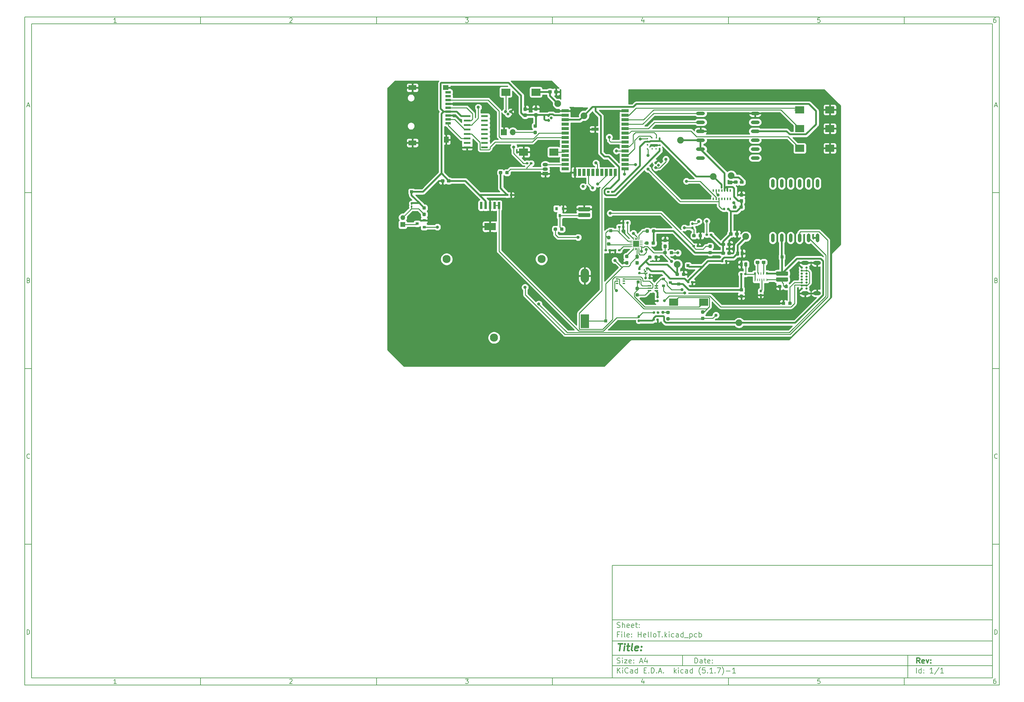
<source format=gbr>
%TF.GenerationSoftware,KiCad,Pcbnew,(5.1.7)-1*%
%TF.CreationDate,2020-12-03T05:29:24-05:00*%
%TF.ProjectId,HelIoT,48656c49-6f54-42e6-9b69-6361645f7063,rev?*%
%TF.SameCoordinates,Original*%
%TF.FileFunction,Copper,L1,Top*%
%TF.FilePolarity,Positive*%
%FSLAX46Y46*%
G04 Gerber Fmt 4.6, Leading zero omitted, Abs format (unit mm)*
G04 Created by KiCad (PCBNEW (5.1.7)-1) date 2020-12-03 05:29:24*
%MOMM*%
%LPD*%
G01*
G04 APERTURE LIST*
%ADD10C,0.100000*%
%ADD11C,0.150000*%
%ADD12C,0.300000*%
%ADD13C,0.400000*%
%TA.AperFunction,EtchedComponent*%
%ADD14C,0.010000*%
%TD*%
%TA.AperFunction,SMDPad,CuDef*%
%ADD15R,0.350000X0.300000*%
%TD*%
%TA.AperFunction,SMDPad,CuDef*%
%ADD16R,0.300000X0.350000*%
%TD*%
%TA.AperFunction,SMDPad,CuDef*%
%ADD17R,0.250000X0.900000*%
%TD*%
%TA.AperFunction,SMDPad,CuDef*%
%ADD18R,0.250000X0.800000*%
%TD*%
%TA.AperFunction,SMDPad,CuDef*%
%ADD19R,0.500000X0.800000*%
%TD*%
%TA.AperFunction,ComponentPad*%
%ADD20O,1.350000X1.350000*%
%TD*%
%TA.AperFunction,ComponentPad*%
%ADD21R,1.350000X1.350000*%
%TD*%
%TA.AperFunction,SMDPad,CuDef*%
%ADD22R,1.970000X0.600000*%
%TD*%
%TA.AperFunction,SMDPad,CuDef*%
%ADD23R,1.117600X0.355600*%
%TD*%
%TA.AperFunction,SMDPad,CuDef*%
%ADD24O,2.500000X1.000000*%
%TD*%
%TA.AperFunction,SMDPad,CuDef*%
%ADD25R,0.350000X0.750000*%
%TD*%
%TA.AperFunction,SMDPad,CuDef*%
%ADD26R,0.650000X2.000000*%
%TD*%
%TA.AperFunction,SMDPad,CuDef*%
%ADD27R,3.200000X2.000000*%
%TD*%
%TA.AperFunction,SMDPad,CuDef*%
%ADD28R,0.480000X0.480000*%
%TD*%
%TA.AperFunction,SMDPad,CuDef*%
%ADD29R,0.100000X0.100000*%
%TD*%
%TA.AperFunction,SMDPad,CuDef*%
%ADD30R,0.860000X0.260000*%
%TD*%
%TA.AperFunction,SMDPad,CuDef*%
%ADD31R,0.260000X0.860000*%
%TD*%
%TA.AperFunction,SMDPad,CuDef*%
%ADD32R,1.680000X1.680000*%
%TD*%
%TA.AperFunction,ComponentPad*%
%ADD33C,0.400000*%
%TD*%
%TA.AperFunction,SMDPad,CuDef*%
%ADD34R,2.000000X0.900000*%
%TD*%
%TA.AperFunction,SMDPad,CuDef*%
%ADD35R,0.900000X2.000000*%
%TD*%
%TA.AperFunction,ComponentPad*%
%ADD36R,0.850000X0.850000*%
%TD*%
%TA.AperFunction,SMDPad,CuDef*%
%ADD37R,2.500000X2.000000*%
%TD*%
%TA.AperFunction,SMDPad,CuDef*%
%ADD38O,1.000000X2.500000*%
%TD*%
%TA.AperFunction,SMDPad,CuDef*%
%ADD39R,0.900000X0.800000*%
%TD*%
%TA.AperFunction,SMDPad,CuDef*%
%ADD40R,0.650000X0.400000*%
%TD*%
%TA.AperFunction,ComponentPad*%
%ADD41R,1.500000X1.050000*%
%TD*%
%TA.AperFunction,ComponentPad*%
%ADD42O,1.500000X1.050000*%
%TD*%
%TA.AperFunction,SMDPad,CuDef*%
%ADD43R,1.600000X0.700000*%
%TD*%
%TA.AperFunction,SMDPad,CuDef*%
%ADD44R,1.600000X1.400000*%
%TD*%
%TA.AperFunction,SMDPad,CuDef*%
%ADD45R,2.200000X1.400000*%
%TD*%
%TA.AperFunction,SMDPad,CuDef*%
%ADD46R,1.400000X1.800000*%
%TD*%
%TA.AperFunction,ComponentPad*%
%ADD47O,1.700000X1.700000*%
%TD*%
%TA.AperFunction,ComponentPad*%
%ADD48R,1.700000X1.700000*%
%TD*%
%TA.AperFunction,ComponentPad*%
%ADD49C,0.800000*%
%TD*%
%TA.AperFunction,ComponentPad*%
%ADD50R,2.410000X4.020000*%
%TD*%
%TA.AperFunction,ComponentPad*%
%ADD51O,2.410000X4.020000*%
%TD*%
%TA.AperFunction,WasherPad*%
%ADD52C,2.300000*%
%TD*%
%TA.AperFunction,ComponentPad*%
%ADD53O,2.216000X1.108000*%
%TD*%
%TA.AperFunction,ComponentPad*%
%ADD54C,0.650000*%
%TD*%
%TA.AperFunction,SMDPad,CuDef*%
%ADD55R,0.800000X0.900000*%
%TD*%
%TA.AperFunction,ViaPad*%
%ADD56C,1.905000*%
%TD*%
%TA.AperFunction,ViaPad*%
%ADD57C,0.800000*%
%TD*%
%TA.AperFunction,ViaPad*%
%ADD58C,0.900000*%
%TD*%
%TA.AperFunction,Conductor*%
%ADD59C,0.508000*%
%TD*%
%TA.AperFunction,Conductor*%
%ADD60C,0.250000*%
%TD*%
%TA.AperFunction,Conductor*%
%ADD61C,0.254000*%
%TD*%
%TA.AperFunction,Conductor*%
%ADD62C,0.100000*%
%TD*%
G04 APERTURE END LIST*
D10*
D11*
X177002200Y-166007200D02*
X177002200Y-198007200D01*
X285002200Y-198007200D01*
X285002200Y-166007200D01*
X177002200Y-166007200D01*
D10*
D11*
X10000000Y-10000000D02*
X10000000Y-200007200D01*
X287002200Y-200007200D01*
X287002200Y-10000000D01*
X10000000Y-10000000D01*
D10*
D11*
X12000000Y-12000000D02*
X12000000Y-198007200D01*
X285002200Y-198007200D01*
X285002200Y-12000000D01*
X12000000Y-12000000D01*
D10*
D11*
X60000000Y-12000000D02*
X60000000Y-10000000D01*
D10*
D11*
X110000000Y-12000000D02*
X110000000Y-10000000D01*
D10*
D11*
X160000000Y-12000000D02*
X160000000Y-10000000D01*
D10*
D11*
X210000000Y-12000000D02*
X210000000Y-10000000D01*
D10*
D11*
X260000000Y-12000000D02*
X260000000Y-10000000D01*
D10*
D11*
X36065476Y-11588095D02*
X35322619Y-11588095D01*
X35694047Y-11588095D02*
X35694047Y-10288095D01*
X35570238Y-10473809D01*
X35446428Y-10597619D01*
X35322619Y-10659523D01*
D10*
D11*
X85322619Y-10411904D02*
X85384523Y-10350000D01*
X85508333Y-10288095D01*
X85817857Y-10288095D01*
X85941666Y-10350000D01*
X86003571Y-10411904D01*
X86065476Y-10535714D01*
X86065476Y-10659523D01*
X86003571Y-10845238D01*
X85260714Y-11588095D01*
X86065476Y-11588095D01*
D10*
D11*
X135260714Y-10288095D02*
X136065476Y-10288095D01*
X135632142Y-10783333D01*
X135817857Y-10783333D01*
X135941666Y-10845238D01*
X136003571Y-10907142D01*
X136065476Y-11030952D01*
X136065476Y-11340476D01*
X136003571Y-11464285D01*
X135941666Y-11526190D01*
X135817857Y-11588095D01*
X135446428Y-11588095D01*
X135322619Y-11526190D01*
X135260714Y-11464285D01*
D10*
D11*
X185941666Y-10721428D02*
X185941666Y-11588095D01*
X185632142Y-10226190D02*
X185322619Y-11154761D01*
X186127380Y-11154761D01*
D10*
D11*
X236003571Y-10288095D02*
X235384523Y-10288095D01*
X235322619Y-10907142D01*
X235384523Y-10845238D01*
X235508333Y-10783333D01*
X235817857Y-10783333D01*
X235941666Y-10845238D01*
X236003571Y-10907142D01*
X236065476Y-11030952D01*
X236065476Y-11340476D01*
X236003571Y-11464285D01*
X235941666Y-11526190D01*
X235817857Y-11588095D01*
X235508333Y-11588095D01*
X235384523Y-11526190D01*
X235322619Y-11464285D01*
D10*
D11*
X285941666Y-10288095D02*
X285694047Y-10288095D01*
X285570238Y-10350000D01*
X285508333Y-10411904D01*
X285384523Y-10597619D01*
X285322619Y-10845238D01*
X285322619Y-11340476D01*
X285384523Y-11464285D01*
X285446428Y-11526190D01*
X285570238Y-11588095D01*
X285817857Y-11588095D01*
X285941666Y-11526190D01*
X286003571Y-11464285D01*
X286065476Y-11340476D01*
X286065476Y-11030952D01*
X286003571Y-10907142D01*
X285941666Y-10845238D01*
X285817857Y-10783333D01*
X285570238Y-10783333D01*
X285446428Y-10845238D01*
X285384523Y-10907142D01*
X285322619Y-11030952D01*
D10*
D11*
X60000000Y-198007200D02*
X60000000Y-200007200D01*
D10*
D11*
X110000000Y-198007200D02*
X110000000Y-200007200D01*
D10*
D11*
X160000000Y-198007200D02*
X160000000Y-200007200D01*
D10*
D11*
X210000000Y-198007200D02*
X210000000Y-200007200D01*
D10*
D11*
X260000000Y-198007200D02*
X260000000Y-200007200D01*
D10*
D11*
X36065476Y-199595295D02*
X35322619Y-199595295D01*
X35694047Y-199595295D02*
X35694047Y-198295295D01*
X35570238Y-198481009D01*
X35446428Y-198604819D01*
X35322619Y-198666723D01*
D10*
D11*
X85322619Y-198419104D02*
X85384523Y-198357200D01*
X85508333Y-198295295D01*
X85817857Y-198295295D01*
X85941666Y-198357200D01*
X86003571Y-198419104D01*
X86065476Y-198542914D01*
X86065476Y-198666723D01*
X86003571Y-198852438D01*
X85260714Y-199595295D01*
X86065476Y-199595295D01*
D10*
D11*
X135260714Y-198295295D02*
X136065476Y-198295295D01*
X135632142Y-198790533D01*
X135817857Y-198790533D01*
X135941666Y-198852438D01*
X136003571Y-198914342D01*
X136065476Y-199038152D01*
X136065476Y-199347676D01*
X136003571Y-199471485D01*
X135941666Y-199533390D01*
X135817857Y-199595295D01*
X135446428Y-199595295D01*
X135322619Y-199533390D01*
X135260714Y-199471485D01*
D10*
D11*
X185941666Y-198728628D02*
X185941666Y-199595295D01*
X185632142Y-198233390D02*
X185322619Y-199161961D01*
X186127380Y-199161961D01*
D10*
D11*
X236003571Y-198295295D02*
X235384523Y-198295295D01*
X235322619Y-198914342D01*
X235384523Y-198852438D01*
X235508333Y-198790533D01*
X235817857Y-198790533D01*
X235941666Y-198852438D01*
X236003571Y-198914342D01*
X236065476Y-199038152D01*
X236065476Y-199347676D01*
X236003571Y-199471485D01*
X235941666Y-199533390D01*
X235817857Y-199595295D01*
X235508333Y-199595295D01*
X235384523Y-199533390D01*
X235322619Y-199471485D01*
D10*
D11*
X285941666Y-198295295D02*
X285694047Y-198295295D01*
X285570238Y-198357200D01*
X285508333Y-198419104D01*
X285384523Y-198604819D01*
X285322619Y-198852438D01*
X285322619Y-199347676D01*
X285384523Y-199471485D01*
X285446428Y-199533390D01*
X285570238Y-199595295D01*
X285817857Y-199595295D01*
X285941666Y-199533390D01*
X286003571Y-199471485D01*
X286065476Y-199347676D01*
X286065476Y-199038152D01*
X286003571Y-198914342D01*
X285941666Y-198852438D01*
X285817857Y-198790533D01*
X285570238Y-198790533D01*
X285446428Y-198852438D01*
X285384523Y-198914342D01*
X285322619Y-199038152D01*
D10*
D11*
X10000000Y-60000000D02*
X12000000Y-60000000D01*
D10*
D11*
X10000000Y-110000000D02*
X12000000Y-110000000D01*
D10*
D11*
X10000000Y-160000000D02*
X12000000Y-160000000D01*
D10*
D11*
X10690476Y-35216666D02*
X11309523Y-35216666D01*
X10566666Y-35588095D02*
X11000000Y-34288095D01*
X11433333Y-35588095D01*
D10*
D11*
X11092857Y-84907142D02*
X11278571Y-84969047D01*
X11340476Y-85030952D01*
X11402380Y-85154761D01*
X11402380Y-85340476D01*
X11340476Y-85464285D01*
X11278571Y-85526190D01*
X11154761Y-85588095D01*
X10659523Y-85588095D01*
X10659523Y-84288095D01*
X11092857Y-84288095D01*
X11216666Y-84350000D01*
X11278571Y-84411904D01*
X11340476Y-84535714D01*
X11340476Y-84659523D01*
X11278571Y-84783333D01*
X11216666Y-84845238D01*
X11092857Y-84907142D01*
X10659523Y-84907142D01*
D10*
D11*
X11402380Y-135464285D02*
X11340476Y-135526190D01*
X11154761Y-135588095D01*
X11030952Y-135588095D01*
X10845238Y-135526190D01*
X10721428Y-135402380D01*
X10659523Y-135278571D01*
X10597619Y-135030952D01*
X10597619Y-134845238D01*
X10659523Y-134597619D01*
X10721428Y-134473809D01*
X10845238Y-134350000D01*
X11030952Y-134288095D01*
X11154761Y-134288095D01*
X11340476Y-134350000D01*
X11402380Y-134411904D01*
D10*
D11*
X10659523Y-185588095D02*
X10659523Y-184288095D01*
X10969047Y-184288095D01*
X11154761Y-184350000D01*
X11278571Y-184473809D01*
X11340476Y-184597619D01*
X11402380Y-184845238D01*
X11402380Y-185030952D01*
X11340476Y-185278571D01*
X11278571Y-185402380D01*
X11154761Y-185526190D01*
X10969047Y-185588095D01*
X10659523Y-185588095D01*
D10*
D11*
X287002200Y-60000000D02*
X285002200Y-60000000D01*
D10*
D11*
X287002200Y-110000000D02*
X285002200Y-110000000D01*
D10*
D11*
X287002200Y-160000000D02*
X285002200Y-160000000D01*
D10*
D11*
X285692676Y-35216666D02*
X286311723Y-35216666D01*
X285568866Y-35588095D02*
X286002200Y-34288095D01*
X286435533Y-35588095D01*
D10*
D11*
X286095057Y-84907142D02*
X286280771Y-84969047D01*
X286342676Y-85030952D01*
X286404580Y-85154761D01*
X286404580Y-85340476D01*
X286342676Y-85464285D01*
X286280771Y-85526190D01*
X286156961Y-85588095D01*
X285661723Y-85588095D01*
X285661723Y-84288095D01*
X286095057Y-84288095D01*
X286218866Y-84350000D01*
X286280771Y-84411904D01*
X286342676Y-84535714D01*
X286342676Y-84659523D01*
X286280771Y-84783333D01*
X286218866Y-84845238D01*
X286095057Y-84907142D01*
X285661723Y-84907142D01*
D10*
D11*
X286404580Y-135464285D02*
X286342676Y-135526190D01*
X286156961Y-135588095D01*
X286033152Y-135588095D01*
X285847438Y-135526190D01*
X285723628Y-135402380D01*
X285661723Y-135278571D01*
X285599819Y-135030952D01*
X285599819Y-134845238D01*
X285661723Y-134597619D01*
X285723628Y-134473809D01*
X285847438Y-134350000D01*
X286033152Y-134288095D01*
X286156961Y-134288095D01*
X286342676Y-134350000D01*
X286404580Y-134411904D01*
D10*
D11*
X285661723Y-185588095D02*
X285661723Y-184288095D01*
X285971247Y-184288095D01*
X286156961Y-184350000D01*
X286280771Y-184473809D01*
X286342676Y-184597619D01*
X286404580Y-184845238D01*
X286404580Y-185030952D01*
X286342676Y-185278571D01*
X286280771Y-185402380D01*
X286156961Y-185526190D01*
X285971247Y-185588095D01*
X285661723Y-185588095D01*
D10*
D11*
X200434342Y-193785771D02*
X200434342Y-192285771D01*
X200791485Y-192285771D01*
X201005771Y-192357200D01*
X201148628Y-192500057D01*
X201220057Y-192642914D01*
X201291485Y-192928628D01*
X201291485Y-193142914D01*
X201220057Y-193428628D01*
X201148628Y-193571485D01*
X201005771Y-193714342D01*
X200791485Y-193785771D01*
X200434342Y-193785771D01*
X202577200Y-193785771D02*
X202577200Y-193000057D01*
X202505771Y-192857200D01*
X202362914Y-192785771D01*
X202077200Y-192785771D01*
X201934342Y-192857200D01*
X202577200Y-193714342D02*
X202434342Y-193785771D01*
X202077200Y-193785771D01*
X201934342Y-193714342D01*
X201862914Y-193571485D01*
X201862914Y-193428628D01*
X201934342Y-193285771D01*
X202077200Y-193214342D01*
X202434342Y-193214342D01*
X202577200Y-193142914D01*
X203077200Y-192785771D02*
X203648628Y-192785771D01*
X203291485Y-192285771D02*
X203291485Y-193571485D01*
X203362914Y-193714342D01*
X203505771Y-193785771D01*
X203648628Y-193785771D01*
X204720057Y-193714342D02*
X204577200Y-193785771D01*
X204291485Y-193785771D01*
X204148628Y-193714342D01*
X204077200Y-193571485D01*
X204077200Y-193000057D01*
X204148628Y-192857200D01*
X204291485Y-192785771D01*
X204577200Y-192785771D01*
X204720057Y-192857200D01*
X204791485Y-193000057D01*
X204791485Y-193142914D01*
X204077200Y-193285771D01*
X205434342Y-193642914D02*
X205505771Y-193714342D01*
X205434342Y-193785771D01*
X205362914Y-193714342D01*
X205434342Y-193642914D01*
X205434342Y-193785771D01*
X205434342Y-192857200D02*
X205505771Y-192928628D01*
X205434342Y-193000057D01*
X205362914Y-192928628D01*
X205434342Y-192857200D01*
X205434342Y-193000057D01*
D10*
D11*
X177002200Y-194507200D02*
X285002200Y-194507200D01*
D10*
D11*
X178434342Y-196585771D02*
X178434342Y-195085771D01*
X179291485Y-196585771D02*
X178648628Y-195728628D01*
X179291485Y-195085771D02*
X178434342Y-195942914D01*
X179934342Y-196585771D02*
X179934342Y-195585771D01*
X179934342Y-195085771D02*
X179862914Y-195157200D01*
X179934342Y-195228628D01*
X180005771Y-195157200D01*
X179934342Y-195085771D01*
X179934342Y-195228628D01*
X181505771Y-196442914D02*
X181434342Y-196514342D01*
X181220057Y-196585771D01*
X181077200Y-196585771D01*
X180862914Y-196514342D01*
X180720057Y-196371485D01*
X180648628Y-196228628D01*
X180577200Y-195942914D01*
X180577200Y-195728628D01*
X180648628Y-195442914D01*
X180720057Y-195300057D01*
X180862914Y-195157200D01*
X181077200Y-195085771D01*
X181220057Y-195085771D01*
X181434342Y-195157200D01*
X181505771Y-195228628D01*
X182791485Y-196585771D02*
X182791485Y-195800057D01*
X182720057Y-195657200D01*
X182577200Y-195585771D01*
X182291485Y-195585771D01*
X182148628Y-195657200D01*
X182791485Y-196514342D02*
X182648628Y-196585771D01*
X182291485Y-196585771D01*
X182148628Y-196514342D01*
X182077200Y-196371485D01*
X182077200Y-196228628D01*
X182148628Y-196085771D01*
X182291485Y-196014342D01*
X182648628Y-196014342D01*
X182791485Y-195942914D01*
X184148628Y-196585771D02*
X184148628Y-195085771D01*
X184148628Y-196514342D02*
X184005771Y-196585771D01*
X183720057Y-196585771D01*
X183577200Y-196514342D01*
X183505771Y-196442914D01*
X183434342Y-196300057D01*
X183434342Y-195871485D01*
X183505771Y-195728628D01*
X183577200Y-195657200D01*
X183720057Y-195585771D01*
X184005771Y-195585771D01*
X184148628Y-195657200D01*
X186005771Y-195800057D02*
X186505771Y-195800057D01*
X186720057Y-196585771D02*
X186005771Y-196585771D01*
X186005771Y-195085771D01*
X186720057Y-195085771D01*
X187362914Y-196442914D02*
X187434342Y-196514342D01*
X187362914Y-196585771D01*
X187291485Y-196514342D01*
X187362914Y-196442914D01*
X187362914Y-196585771D01*
X188077200Y-196585771D02*
X188077200Y-195085771D01*
X188434342Y-195085771D01*
X188648628Y-195157200D01*
X188791485Y-195300057D01*
X188862914Y-195442914D01*
X188934342Y-195728628D01*
X188934342Y-195942914D01*
X188862914Y-196228628D01*
X188791485Y-196371485D01*
X188648628Y-196514342D01*
X188434342Y-196585771D01*
X188077200Y-196585771D01*
X189577200Y-196442914D02*
X189648628Y-196514342D01*
X189577200Y-196585771D01*
X189505771Y-196514342D01*
X189577200Y-196442914D01*
X189577200Y-196585771D01*
X190220057Y-196157200D02*
X190934342Y-196157200D01*
X190077200Y-196585771D02*
X190577200Y-195085771D01*
X191077200Y-196585771D01*
X191577200Y-196442914D02*
X191648628Y-196514342D01*
X191577200Y-196585771D01*
X191505771Y-196514342D01*
X191577200Y-196442914D01*
X191577200Y-196585771D01*
X194577200Y-196585771D02*
X194577200Y-195085771D01*
X194720057Y-196014342D02*
X195148628Y-196585771D01*
X195148628Y-195585771D02*
X194577200Y-196157200D01*
X195791485Y-196585771D02*
X195791485Y-195585771D01*
X195791485Y-195085771D02*
X195720057Y-195157200D01*
X195791485Y-195228628D01*
X195862914Y-195157200D01*
X195791485Y-195085771D01*
X195791485Y-195228628D01*
X197148628Y-196514342D02*
X197005771Y-196585771D01*
X196720057Y-196585771D01*
X196577200Y-196514342D01*
X196505771Y-196442914D01*
X196434342Y-196300057D01*
X196434342Y-195871485D01*
X196505771Y-195728628D01*
X196577200Y-195657200D01*
X196720057Y-195585771D01*
X197005771Y-195585771D01*
X197148628Y-195657200D01*
X198434342Y-196585771D02*
X198434342Y-195800057D01*
X198362914Y-195657200D01*
X198220057Y-195585771D01*
X197934342Y-195585771D01*
X197791485Y-195657200D01*
X198434342Y-196514342D02*
X198291485Y-196585771D01*
X197934342Y-196585771D01*
X197791485Y-196514342D01*
X197720057Y-196371485D01*
X197720057Y-196228628D01*
X197791485Y-196085771D01*
X197934342Y-196014342D01*
X198291485Y-196014342D01*
X198434342Y-195942914D01*
X199791485Y-196585771D02*
X199791485Y-195085771D01*
X199791485Y-196514342D02*
X199648628Y-196585771D01*
X199362914Y-196585771D01*
X199220057Y-196514342D01*
X199148628Y-196442914D01*
X199077200Y-196300057D01*
X199077200Y-195871485D01*
X199148628Y-195728628D01*
X199220057Y-195657200D01*
X199362914Y-195585771D01*
X199648628Y-195585771D01*
X199791485Y-195657200D01*
X202077200Y-197157200D02*
X202005771Y-197085771D01*
X201862914Y-196871485D01*
X201791485Y-196728628D01*
X201720057Y-196514342D01*
X201648628Y-196157200D01*
X201648628Y-195871485D01*
X201720057Y-195514342D01*
X201791485Y-195300057D01*
X201862914Y-195157200D01*
X202005771Y-194942914D01*
X202077200Y-194871485D01*
X203362914Y-195085771D02*
X202648628Y-195085771D01*
X202577200Y-195800057D01*
X202648628Y-195728628D01*
X202791485Y-195657200D01*
X203148628Y-195657200D01*
X203291485Y-195728628D01*
X203362914Y-195800057D01*
X203434342Y-195942914D01*
X203434342Y-196300057D01*
X203362914Y-196442914D01*
X203291485Y-196514342D01*
X203148628Y-196585771D01*
X202791485Y-196585771D01*
X202648628Y-196514342D01*
X202577200Y-196442914D01*
X204077200Y-196442914D02*
X204148628Y-196514342D01*
X204077200Y-196585771D01*
X204005771Y-196514342D01*
X204077200Y-196442914D01*
X204077200Y-196585771D01*
X205577200Y-196585771D02*
X204720057Y-196585771D01*
X205148628Y-196585771D02*
X205148628Y-195085771D01*
X205005771Y-195300057D01*
X204862914Y-195442914D01*
X204720057Y-195514342D01*
X206220057Y-196442914D02*
X206291485Y-196514342D01*
X206220057Y-196585771D01*
X206148628Y-196514342D01*
X206220057Y-196442914D01*
X206220057Y-196585771D01*
X206791485Y-195085771D02*
X207791485Y-195085771D01*
X207148628Y-196585771D01*
X208220057Y-197157200D02*
X208291485Y-197085771D01*
X208434342Y-196871485D01*
X208505771Y-196728628D01*
X208577200Y-196514342D01*
X208648628Y-196157200D01*
X208648628Y-195871485D01*
X208577200Y-195514342D01*
X208505771Y-195300057D01*
X208434342Y-195157200D01*
X208291485Y-194942914D01*
X208220057Y-194871485D01*
X209362914Y-196014342D02*
X210505771Y-196014342D01*
X212005771Y-196585771D02*
X211148628Y-196585771D01*
X211577200Y-196585771D02*
X211577200Y-195085771D01*
X211434342Y-195300057D01*
X211291485Y-195442914D01*
X211148628Y-195514342D01*
D10*
D11*
X177002200Y-191507200D02*
X285002200Y-191507200D01*
D10*
D12*
X264411485Y-193785771D02*
X263911485Y-193071485D01*
X263554342Y-193785771D02*
X263554342Y-192285771D01*
X264125771Y-192285771D01*
X264268628Y-192357200D01*
X264340057Y-192428628D01*
X264411485Y-192571485D01*
X264411485Y-192785771D01*
X264340057Y-192928628D01*
X264268628Y-193000057D01*
X264125771Y-193071485D01*
X263554342Y-193071485D01*
X265625771Y-193714342D02*
X265482914Y-193785771D01*
X265197200Y-193785771D01*
X265054342Y-193714342D01*
X264982914Y-193571485D01*
X264982914Y-193000057D01*
X265054342Y-192857200D01*
X265197200Y-192785771D01*
X265482914Y-192785771D01*
X265625771Y-192857200D01*
X265697200Y-193000057D01*
X265697200Y-193142914D01*
X264982914Y-193285771D01*
X266197200Y-192785771D02*
X266554342Y-193785771D01*
X266911485Y-192785771D01*
X267482914Y-193642914D02*
X267554342Y-193714342D01*
X267482914Y-193785771D01*
X267411485Y-193714342D01*
X267482914Y-193642914D01*
X267482914Y-193785771D01*
X267482914Y-192857200D02*
X267554342Y-192928628D01*
X267482914Y-193000057D01*
X267411485Y-192928628D01*
X267482914Y-192857200D01*
X267482914Y-193000057D01*
D10*
D11*
X178362914Y-193714342D02*
X178577200Y-193785771D01*
X178934342Y-193785771D01*
X179077200Y-193714342D01*
X179148628Y-193642914D01*
X179220057Y-193500057D01*
X179220057Y-193357200D01*
X179148628Y-193214342D01*
X179077200Y-193142914D01*
X178934342Y-193071485D01*
X178648628Y-193000057D01*
X178505771Y-192928628D01*
X178434342Y-192857200D01*
X178362914Y-192714342D01*
X178362914Y-192571485D01*
X178434342Y-192428628D01*
X178505771Y-192357200D01*
X178648628Y-192285771D01*
X179005771Y-192285771D01*
X179220057Y-192357200D01*
X179862914Y-193785771D02*
X179862914Y-192785771D01*
X179862914Y-192285771D02*
X179791485Y-192357200D01*
X179862914Y-192428628D01*
X179934342Y-192357200D01*
X179862914Y-192285771D01*
X179862914Y-192428628D01*
X180434342Y-192785771D02*
X181220057Y-192785771D01*
X180434342Y-193785771D01*
X181220057Y-193785771D01*
X182362914Y-193714342D02*
X182220057Y-193785771D01*
X181934342Y-193785771D01*
X181791485Y-193714342D01*
X181720057Y-193571485D01*
X181720057Y-193000057D01*
X181791485Y-192857200D01*
X181934342Y-192785771D01*
X182220057Y-192785771D01*
X182362914Y-192857200D01*
X182434342Y-193000057D01*
X182434342Y-193142914D01*
X181720057Y-193285771D01*
X183077200Y-193642914D02*
X183148628Y-193714342D01*
X183077200Y-193785771D01*
X183005771Y-193714342D01*
X183077200Y-193642914D01*
X183077200Y-193785771D01*
X183077200Y-192857200D02*
X183148628Y-192928628D01*
X183077200Y-193000057D01*
X183005771Y-192928628D01*
X183077200Y-192857200D01*
X183077200Y-193000057D01*
X184862914Y-193357200D02*
X185577200Y-193357200D01*
X184720057Y-193785771D02*
X185220057Y-192285771D01*
X185720057Y-193785771D01*
X186862914Y-192785771D02*
X186862914Y-193785771D01*
X186505771Y-192214342D02*
X186148628Y-193285771D01*
X187077200Y-193285771D01*
D10*
D11*
X263434342Y-196585771D02*
X263434342Y-195085771D01*
X264791485Y-196585771D02*
X264791485Y-195085771D01*
X264791485Y-196514342D02*
X264648628Y-196585771D01*
X264362914Y-196585771D01*
X264220057Y-196514342D01*
X264148628Y-196442914D01*
X264077200Y-196300057D01*
X264077200Y-195871485D01*
X264148628Y-195728628D01*
X264220057Y-195657200D01*
X264362914Y-195585771D01*
X264648628Y-195585771D01*
X264791485Y-195657200D01*
X265505771Y-196442914D02*
X265577200Y-196514342D01*
X265505771Y-196585771D01*
X265434342Y-196514342D01*
X265505771Y-196442914D01*
X265505771Y-196585771D01*
X265505771Y-195657200D02*
X265577200Y-195728628D01*
X265505771Y-195800057D01*
X265434342Y-195728628D01*
X265505771Y-195657200D01*
X265505771Y-195800057D01*
X268148628Y-196585771D02*
X267291485Y-196585771D01*
X267720057Y-196585771D02*
X267720057Y-195085771D01*
X267577200Y-195300057D01*
X267434342Y-195442914D01*
X267291485Y-195514342D01*
X269862914Y-195014342D02*
X268577200Y-196942914D01*
X271148628Y-196585771D02*
X270291485Y-196585771D01*
X270720057Y-196585771D02*
X270720057Y-195085771D01*
X270577200Y-195300057D01*
X270434342Y-195442914D01*
X270291485Y-195514342D01*
D10*
D11*
X177002200Y-187507200D02*
X285002200Y-187507200D01*
D10*
D13*
X178714580Y-188211961D02*
X179857438Y-188211961D01*
X179036009Y-190211961D02*
X179286009Y-188211961D01*
X180274104Y-190211961D02*
X180440771Y-188878628D01*
X180524104Y-188211961D02*
X180416961Y-188307200D01*
X180500295Y-188402438D01*
X180607438Y-188307200D01*
X180524104Y-188211961D01*
X180500295Y-188402438D01*
X181107438Y-188878628D02*
X181869342Y-188878628D01*
X181476485Y-188211961D02*
X181262200Y-189926247D01*
X181333628Y-190116723D01*
X181512200Y-190211961D01*
X181702676Y-190211961D01*
X182655057Y-190211961D02*
X182476485Y-190116723D01*
X182405057Y-189926247D01*
X182619342Y-188211961D01*
X184190771Y-190116723D02*
X183988390Y-190211961D01*
X183607438Y-190211961D01*
X183428866Y-190116723D01*
X183357438Y-189926247D01*
X183452676Y-189164342D01*
X183571723Y-188973866D01*
X183774104Y-188878628D01*
X184155057Y-188878628D01*
X184333628Y-188973866D01*
X184405057Y-189164342D01*
X184381247Y-189354819D01*
X183405057Y-189545295D01*
X185155057Y-190021485D02*
X185238390Y-190116723D01*
X185131247Y-190211961D01*
X185047914Y-190116723D01*
X185155057Y-190021485D01*
X185131247Y-190211961D01*
X185286009Y-188973866D02*
X185369342Y-189069104D01*
X185262200Y-189164342D01*
X185178866Y-189069104D01*
X185286009Y-188973866D01*
X185262200Y-189164342D01*
D10*
D11*
X178934342Y-185600057D02*
X178434342Y-185600057D01*
X178434342Y-186385771D02*
X178434342Y-184885771D01*
X179148628Y-184885771D01*
X179720057Y-186385771D02*
X179720057Y-185385771D01*
X179720057Y-184885771D02*
X179648628Y-184957200D01*
X179720057Y-185028628D01*
X179791485Y-184957200D01*
X179720057Y-184885771D01*
X179720057Y-185028628D01*
X180648628Y-186385771D02*
X180505771Y-186314342D01*
X180434342Y-186171485D01*
X180434342Y-184885771D01*
X181791485Y-186314342D02*
X181648628Y-186385771D01*
X181362914Y-186385771D01*
X181220057Y-186314342D01*
X181148628Y-186171485D01*
X181148628Y-185600057D01*
X181220057Y-185457200D01*
X181362914Y-185385771D01*
X181648628Y-185385771D01*
X181791485Y-185457200D01*
X181862914Y-185600057D01*
X181862914Y-185742914D01*
X181148628Y-185885771D01*
X182505771Y-186242914D02*
X182577200Y-186314342D01*
X182505771Y-186385771D01*
X182434342Y-186314342D01*
X182505771Y-186242914D01*
X182505771Y-186385771D01*
X182505771Y-185457200D02*
X182577200Y-185528628D01*
X182505771Y-185600057D01*
X182434342Y-185528628D01*
X182505771Y-185457200D01*
X182505771Y-185600057D01*
X184362914Y-186385771D02*
X184362914Y-184885771D01*
X184362914Y-185600057D02*
X185220057Y-185600057D01*
X185220057Y-186385771D02*
X185220057Y-184885771D01*
X186505771Y-186314342D02*
X186362914Y-186385771D01*
X186077200Y-186385771D01*
X185934342Y-186314342D01*
X185862914Y-186171485D01*
X185862914Y-185600057D01*
X185934342Y-185457200D01*
X186077200Y-185385771D01*
X186362914Y-185385771D01*
X186505771Y-185457200D01*
X186577200Y-185600057D01*
X186577200Y-185742914D01*
X185862914Y-185885771D01*
X187434342Y-186385771D02*
X187291485Y-186314342D01*
X187220057Y-186171485D01*
X187220057Y-184885771D01*
X188005771Y-186385771D02*
X188005771Y-184885771D01*
X188934342Y-186385771D02*
X188791485Y-186314342D01*
X188720057Y-186242914D01*
X188648628Y-186100057D01*
X188648628Y-185671485D01*
X188720057Y-185528628D01*
X188791485Y-185457200D01*
X188934342Y-185385771D01*
X189148628Y-185385771D01*
X189291485Y-185457200D01*
X189362914Y-185528628D01*
X189434342Y-185671485D01*
X189434342Y-186100057D01*
X189362914Y-186242914D01*
X189291485Y-186314342D01*
X189148628Y-186385771D01*
X188934342Y-186385771D01*
X189862914Y-184885771D02*
X190720057Y-184885771D01*
X190291485Y-186385771D02*
X190291485Y-184885771D01*
X191220057Y-186242914D02*
X191291485Y-186314342D01*
X191220057Y-186385771D01*
X191148628Y-186314342D01*
X191220057Y-186242914D01*
X191220057Y-186385771D01*
X191934342Y-186385771D02*
X191934342Y-184885771D01*
X192077200Y-185814342D02*
X192505771Y-186385771D01*
X192505771Y-185385771D02*
X191934342Y-185957200D01*
X193148628Y-186385771D02*
X193148628Y-185385771D01*
X193148628Y-184885771D02*
X193077200Y-184957200D01*
X193148628Y-185028628D01*
X193220057Y-184957200D01*
X193148628Y-184885771D01*
X193148628Y-185028628D01*
X194505771Y-186314342D02*
X194362914Y-186385771D01*
X194077200Y-186385771D01*
X193934342Y-186314342D01*
X193862914Y-186242914D01*
X193791485Y-186100057D01*
X193791485Y-185671485D01*
X193862914Y-185528628D01*
X193934342Y-185457200D01*
X194077200Y-185385771D01*
X194362914Y-185385771D01*
X194505771Y-185457200D01*
X195791485Y-186385771D02*
X195791485Y-185600057D01*
X195720057Y-185457200D01*
X195577200Y-185385771D01*
X195291485Y-185385771D01*
X195148628Y-185457200D01*
X195791485Y-186314342D02*
X195648628Y-186385771D01*
X195291485Y-186385771D01*
X195148628Y-186314342D01*
X195077200Y-186171485D01*
X195077200Y-186028628D01*
X195148628Y-185885771D01*
X195291485Y-185814342D01*
X195648628Y-185814342D01*
X195791485Y-185742914D01*
X197148628Y-186385771D02*
X197148628Y-184885771D01*
X197148628Y-186314342D02*
X197005771Y-186385771D01*
X196720057Y-186385771D01*
X196577200Y-186314342D01*
X196505771Y-186242914D01*
X196434342Y-186100057D01*
X196434342Y-185671485D01*
X196505771Y-185528628D01*
X196577200Y-185457200D01*
X196720057Y-185385771D01*
X197005771Y-185385771D01*
X197148628Y-185457200D01*
X197505771Y-186528628D02*
X198648628Y-186528628D01*
X199005771Y-185385771D02*
X199005771Y-186885771D01*
X199005771Y-185457200D02*
X199148628Y-185385771D01*
X199434342Y-185385771D01*
X199577200Y-185457200D01*
X199648628Y-185528628D01*
X199720057Y-185671485D01*
X199720057Y-186100057D01*
X199648628Y-186242914D01*
X199577200Y-186314342D01*
X199434342Y-186385771D01*
X199148628Y-186385771D01*
X199005771Y-186314342D01*
X201005771Y-186314342D02*
X200862914Y-186385771D01*
X200577200Y-186385771D01*
X200434342Y-186314342D01*
X200362914Y-186242914D01*
X200291485Y-186100057D01*
X200291485Y-185671485D01*
X200362914Y-185528628D01*
X200434342Y-185457200D01*
X200577200Y-185385771D01*
X200862914Y-185385771D01*
X201005771Y-185457200D01*
X201648628Y-186385771D02*
X201648628Y-184885771D01*
X201648628Y-185457200D02*
X201791485Y-185385771D01*
X202077200Y-185385771D01*
X202220057Y-185457200D01*
X202291485Y-185528628D01*
X202362914Y-185671485D01*
X202362914Y-186100057D01*
X202291485Y-186242914D01*
X202220057Y-186314342D01*
X202077200Y-186385771D01*
X201791485Y-186385771D01*
X201648628Y-186314342D01*
D10*
D11*
X177002200Y-181507200D02*
X285002200Y-181507200D01*
D10*
D11*
X178362914Y-183614342D02*
X178577200Y-183685771D01*
X178934342Y-183685771D01*
X179077200Y-183614342D01*
X179148628Y-183542914D01*
X179220057Y-183400057D01*
X179220057Y-183257200D01*
X179148628Y-183114342D01*
X179077200Y-183042914D01*
X178934342Y-182971485D01*
X178648628Y-182900057D01*
X178505771Y-182828628D01*
X178434342Y-182757200D01*
X178362914Y-182614342D01*
X178362914Y-182471485D01*
X178434342Y-182328628D01*
X178505771Y-182257200D01*
X178648628Y-182185771D01*
X179005771Y-182185771D01*
X179220057Y-182257200D01*
X179862914Y-183685771D02*
X179862914Y-182185771D01*
X180505771Y-183685771D02*
X180505771Y-182900057D01*
X180434342Y-182757200D01*
X180291485Y-182685771D01*
X180077200Y-182685771D01*
X179934342Y-182757200D01*
X179862914Y-182828628D01*
X181791485Y-183614342D02*
X181648628Y-183685771D01*
X181362914Y-183685771D01*
X181220057Y-183614342D01*
X181148628Y-183471485D01*
X181148628Y-182900057D01*
X181220057Y-182757200D01*
X181362914Y-182685771D01*
X181648628Y-182685771D01*
X181791485Y-182757200D01*
X181862914Y-182900057D01*
X181862914Y-183042914D01*
X181148628Y-183185771D01*
X183077200Y-183614342D02*
X182934342Y-183685771D01*
X182648628Y-183685771D01*
X182505771Y-183614342D01*
X182434342Y-183471485D01*
X182434342Y-182900057D01*
X182505771Y-182757200D01*
X182648628Y-182685771D01*
X182934342Y-182685771D01*
X183077200Y-182757200D01*
X183148628Y-182900057D01*
X183148628Y-183042914D01*
X182434342Y-183185771D01*
X183577200Y-182685771D02*
X184148628Y-182685771D01*
X183791485Y-182185771D02*
X183791485Y-183471485D01*
X183862914Y-183614342D01*
X184005771Y-183685771D01*
X184148628Y-183685771D01*
X184648628Y-183542914D02*
X184720057Y-183614342D01*
X184648628Y-183685771D01*
X184577200Y-183614342D01*
X184648628Y-183542914D01*
X184648628Y-183685771D01*
X184648628Y-182757200D02*
X184720057Y-182828628D01*
X184648628Y-182900057D01*
X184577200Y-182828628D01*
X184648628Y-182757200D01*
X184648628Y-182900057D01*
D10*
D11*
X197002200Y-191507200D02*
X197002200Y-194507200D01*
D10*
D11*
X261002200Y-191507200D02*
X261002200Y-198007200D01*
D14*
%TO.C,U4*%
G36*
X185973300Y-83022200D02*
G01*
X185973300Y-82622200D01*
X186043300Y-82622200D01*
X186223300Y-82802200D01*
X186223300Y-83022200D01*
X185973300Y-83022200D01*
G37*
X185973300Y-83022200D02*
X185973300Y-82622200D01*
X186043300Y-82622200D01*
X186223300Y-82802200D01*
X186223300Y-83022200D01*
X185973300Y-83022200D01*
G36*
X185973300Y-81722200D02*
G01*
X185973300Y-82122200D01*
X186043300Y-82122200D01*
X186223300Y-81942200D01*
X186223300Y-81722200D01*
X185973300Y-81722200D01*
G37*
X185973300Y-81722200D02*
X185973300Y-82122200D01*
X186043300Y-82122200D01*
X186223300Y-81942200D01*
X186223300Y-81722200D01*
X185973300Y-81722200D01*
G36*
X186873300Y-83022200D02*
G01*
X186873300Y-82622200D01*
X186803300Y-82622200D01*
X186623300Y-82802200D01*
X186623300Y-83022200D01*
X186873300Y-83022200D01*
G37*
X186873300Y-83022200D02*
X186873300Y-82622200D01*
X186803300Y-82622200D01*
X186623300Y-82802200D01*
X186623300Y-83022200D01*
X186873300Y-83022200D01*
G36*
X186873300Y-81722200D02*
G01*
X186873300Y-82192200D01*
X186623300Y-81942200D01*
X186623300Y-81722200D01*
X186873300Y-81722200D01*
G37*
X186873300Y-81722200D02*
X186873300Y-82192200D01*
X186623300Y-81942200D01*
X186623300Y-81722200D01*
X186873300Y-81722200D01*
%TD*%
D15*
%TO.P,U7,2*%
%TO.N,V3*%
X186978540Y-45360500D03*
%TO.P,U7,3*%
%TO.N,GND*%
X186978540Y-46310500D03*
%TO.P,U7,1*%
%TO.N,BUS_I2C(SCL)*%
X186978540Y-44660500D03*
%TO.P,U7,4*%
%TO.N,BUS_I2C(SDA)*%
X186978540Y-47560500D03*
%TO.P,U7,10*%
%TO.N,V3*%
X190478540Y-44460500D03*
%TO.P,U7,9*%
X190478540Y-45360500D03*
%TO.P,U7,8*%
%TO.N,GND*%
X190478540Y-46460500D03*
%TO.P,U7,7*%
%TO.N,RESET*%
X190478540Y-47460500D03*
D16*
%TO.P,U7,12*%
%TO.N,INT_AXIS1*%
X188228540Y-44410500D03*
%TO.P,U7,11*%
%TO.N,INT_AXIS2*%
X189528540Y-44410500D03*
%TO.P,U7,6*%
%TO.N,Net-(U7-Pad6)*%
X189428540Y-47510500D03*
%TO.P,U7,5*%
%TO.N,Net-(U7-Pad5)*%
X188328540Y-47510500D03*
%TD*%
D17*
%TO.P,U3,1*%
%TO.N,Net-(C2-Pad1)*%
X217521380Y-84748740D03*
D18*
%TO.P,U3,2*%
%TO.N,Net-(U3-Pad2)*%
X218321380Y-84798740D03*
%TO.P,U3,3*%
%TO.N,Net-(U3-Pad3)*%
X218921380Y-84798740D03*
%TO.P,U3,4*%
%TO.N,Net-(C3-Pad2)*%
X219521380Y-84798740D03*
%TO.P,U3,5*%
%TO.N,GND*%
X220121380Y-84798740D03*
%TO.P,U3,6*%
%TO.N,Net-(R5-Pad2)*%
X220921380Y-84798740D03*
D19*
%TO.P,U3,7*%
%TO.N,V1*%
X220921380Y-82898740D03*
D18*
%TO.P,U3,8*%
%TO.N,Net-(L1-Pad2)*%
X219921380Y-82998740D03*
%TO.P,U3,9*%
%TO.N,GND*%
X219221380Y-82998740D03*
%TO.P,U3,10*%
%TO.N,Net-(L1-Pad1)*%
X218521380Y-82998740D03*
D19*
%TO.P,U3,11*%
%TO.N,Net-(C2-Pad1)*%
X217521380Y-82998740D03*
%TD*%
D20*
%TO.P,SPK1,-*%
%TO.N,Net-(D3-Pad1)*%
X117447060Y-67057520D03*
D21*
%TO.P,SPK1,+*%
%TO.N,Net-(Q2-Pad3)*%
X117447060Y-69057520D03*
%TD*%
D22*
%TO.P,U10,1*%
%TO.N,V2*%
X135746720Y-38229540D03*
%TO.P,U10,2*%
%TO.N,Net-(P1-Pad5)*%
X135746720Y-39499540D03*
%TO.P,U10,3*%
%TO.N,BUS_I2C(SCL)*%
X135746720Y-40769540D03*
%TO.P,U10,4*%
%TO.N,Net-(P1-Pad2)*%
X135746720Y-42039540D03*
%TO.P,U10,5*%
%TO.N,SD_D2(MOSI)*%
X135746720Y-43309540D03*
%TO.P,U10,6*%
%TO.N,Net-(P1-Pad1)*%
X135746720Y-44579540D03*
%TO.P,U10,7*%
%TO.N,SD_D3(CS)*%
X135746720Y-45849540D03*
%TO.P,U10,8*%
%TO.N,GND*%
X135746720Y-47119540D03*
%TO.P,U10,9*%
%TO.N,Net-(U10-Pad9)*%
X140696720Y-47119540D03*
%TO.P,U10,10*%
%TO.N,Net-(U10-Pad10)*%
X140696720Y-45849540D03*
%TO.P,U10,11*%
%TO.N,Net-(U10-Pad11)*%
X140696720Y-44579540D03*
%TO.P,U10,12*%
%TO.N,Net-(U10-Pad12)*%
X140696720Y-43309540D03*
%TO.P,U10,13*%
%TO.N,N/C*%
X140696720Y-42039540D03*
%TO.P,U10,14*%
%TO.N,Net-(U10-Pad14)*%
X140696720Y-40769540D03*
%TO.P,U10,15*%
%TO.N,Net-(U10-Pad15)*%
X140696720Y-39499540D03*
%TO.P,U10,16*%
%TO.N,N/C*%
X140696720Y-38229540D03*
%TD*%
D23*
%TO.P,U9,6*%
%TO.N,Net-(R35-Pad2)*%
X187573920Y-87795100D03*
%TO.P,U9,5*%
%TO.N,PULSE*%
X187573920Y-87134700D03*
%TO.P,U9,4*%
%TO.N,Net-(Q3-Pad6)*%
X187573920Y-86474300D03*
%TO.P,U9,3*%
%TO.N,Net-(Q4-Pad1)*%
X189504320Y-86474300D03*
%TO.P,U9,2*%
X189504320Y-87134700D03*
%TO.P,U9,1*%
%TO.N,V2*%
X189504320Y-87795100D03*
%TD*%
D24*
%TO.P,U8,3*%
%TO.N,GND*%
X202087020Y-42501820D03*
%TO.P,U8,10*%
%TO.N,RESET*%
X217587020Y-42501820D03*
%TO.P,U8,4*%
%TO.N,V2*%
X202087020Y-45041820D03*
%TO.P,U8,2*%
%TO.N,UART1_TX-RX*%
X202087020Y-39961820D03*
%TO.P,U8,1*%
%TO.N,UART1_RX-TX*%
X202087020Y-37421820D03*
%TO.P,U8,5*%
%TO.N,V2*%
X202087020Y-47581820D03*
%TO.P,U8,6*%
%TO.N,Net-(U8-Pad6)*%
X202087020Y-50121820D03*
%TO.P,U8,11*%
%TO.N,Net-(U8-Pad11)*%
X217587020Y-39961820D03*
%TO.P,U8,12*%
%TO.N,GND*%
X217587020Y-37421820D03*
%TO.P,U8,9*%
%TO.N,Net-(U8-Pad9)*%
X217587020Y-45041820D03*
%TO.P,U8,8*%
%TO.N,Net-(U8-Pad8)*%
X217587020Y-47581820D03*
%TO.P,U8,7*%
%TO.N,Net-(U8-Pad7)*%
X217587020Y-50121820D03*
%TD*%
D25*
%TO.P,U6,14*%
%TO.N,N/C*%
X205712360Y-59353600D03*
%TO.P,U6,13*%
%TO.N,Net-(R25-Pad2)*%
X206512360Y-59353600D03*
%TO.P,U6,12*%
%TO.N,GND*%
X207312360Y-59353600D03*
%TO.P,U6,11*%
%TO.N,V3*%
X208112360Y-59353600D03*
%TO.P,U6,10*%
%TO.N,V2*%
X208912360Y-59353600D03*
%TO.P,U6,9*%
X209712360Y-59353600D03*
%TO.P,U6,8*%
%TO.N,N/C*%
X210512360Y-59353600D03*
%TO.P,U6,7*%
X210512360Y-61753600D03*
%TO.P,U6,6*%
X209712360Y-61753600D03*
%TO.P,U6,5*%
X208912360Y-61753600D03*
%TO.P,U6,4*%
%TO.N,GND*%
X208112360Y-61753600D03*
%TO.P,U6,3*%
%TO.N,BUS_I2C(SDA)*%
X207312360Y-61753600D03*
%TO.P,U6,2*%
%TO.N,BUS_I2C(SCL)*%
X206512360Y-61753600D03*
%TO.P,U6,1*%
%TO.N,N/C*%
X205712360Y-61753600D03*
%TD*%
D26*
%TO.P,U5,1*%
%TO.N,Net-(C12-Pad1)*%
X144800320Y-63639440D03*
%TO.P,U5,2*%
X143530320Y-63639440D03*
%TO.P,U5,3*%
%TO.N,GND*%
X142260320Y-63639440D03*
%TO.P,U5,4*%
%TO.N,V2*%
X140990320Y-63639440D03*
%TO.P,U5,5*%
%TO.N,Net-(U5-Pad5)*%
X139720320Y-63639440D03*
D27*
%TO.P,U5,6*%
%TO.N,GND*%
X142260320Y-69639440D03*
%TD*%
D28*
%TO.P,U4,5*%
%TO.N,Net-(U4-Pad5)*%
X186423300Y-82372200D03*
D29*
%TO.P,U4,1*%
%TO.N,V3*%
X186748300Y-81922200D03*
%TO.P,U4,2*%
%TO.N,GND*%
X186098300Y-81922200D03*
%TO.P,U4,3*%
%TO.N,Net-(C8-Pad1)*%
X186098300Y-82822200D03*
%TO.P,U4,4*%
X186748300Y-82822200D03*
%TD*%
D30*
%TO.P,U2,5*%
%TO.N,Net-(C14-Pad2)*%
X185191200Y-75271760D03*
%TO.P,U2,6*%
%TO.N,GND*%
X185191200Y-74771760D03*
%TO.P,U2,7*%
%TO.N,Net-(R24-Pad2)*%
X185191200Y-74271760D03*
%TO.P,U2,8*%
%TO.N,GND*%
X185191200Y-73771760D03*
%TO.P,U2,13*%
%TO.N,VUSB*%
X182321200Y-73771760D03*
%TO.P,U2,14*%
%TO.N,Net-(U2-Pad14)*%
X182321200Y-74271760D03*
%TO.P,U2,15*%
%TO.N,Net-(R23-Pad2)*%
X182321200Y-74771760D03*
%TO.P,U2,16*%
%TO.N,Net-(R19-Pad1)*%
X182321200Y-75271760D03*
D31*
%TO.P,U2,1*%
%TO.N,Net-(R18-Pad1)*%
X183006200Y-75956760D03*
%TO.P,U2,2*%
%TO.N,Net-(C10-Pad1)*%
X183506200Y-75956760D03*
%TO.P,U2,3*%
X184006200Y-75956760D03*
%TO.P,U2,4*%
%TO.N,CHARGE_SIG*%
X184506200Y-75956760D03*
%TO.P,U2,9*%
%TO.N,Net-(R22-Pad2)*%
X184506200Y-73086760D03*
%TO.P,U2,10*%
%TO.N,Net-(C14-Pad2)*%
X184006200Y-73086760D03*
%TO.P,U2,11*%
X183506200Y-73086760D03*
%TO.P,U2,12*%
%TO.N,Net-(R17-Pad1)*%
X183006200Y-73086760D03*
D32*
%TO.P,U2,17*%
%TO.N,Net-(U2-Pad17)*%
X183756200Y-74521760D03*
D33*
%TO.P,U2,18*%
%TO.N,N/C*%
X183756200Y-74521760D03*
%TO.P,U2,19*%
X183176200Y-75101760D03*
%TO.P,U2,20*%
X183176200Y-73941760D03*
%TO.P,U2,22*%
X184336200Y-73941760D03*
%TO.P,U2,21*%
X184336200Y-75101760D03*
%TD*%
D34*
%TO.P,U1,1*%
%TO.N,GND*%
X163590080Y-36716040D03*
%TO.P,U1,2*%
%TO.N,V2*%
X163590080Y-37986040D03*
%TO.P,U1,3*%
%TO.N,RESET*%
X163590080Y-39256040D03*
%TO.P,U1,4*%
%TO.N,Net-(U1-Pad4)*%
X163590080Y-40526040D03*
%TO.P,U1,5*%
%TO.N,Net-(U1-Pad5)*%
X163590080Y-41796040D03*
%TO.P,U1,6*%
%TO.N,SD_D1(MISO)*%
X163590080Y-43066040D03*
%TO.P,U1,7*%
%TO.N,SD_D2(MOSI)*%
X163590080Y-44336040D03*
%TO.P,U1,8*%
%TO.N,SD_D3(CS)*%
X163590080Y-45606040D03*
%TO.P,U1,9*%
%TO.N,Net-(U1-Pad9)*%
X163590080Y-46876040D03*
%TO.P,U1,10*%
%TO.N,/Sheet5FACC905/ON_OFF*%
X163590080Y-48146040D03*
%TO.P,U1,11*%
%TO.N,Net-(U1-Pad11)*%
X163590080Y-49416040D03*
%TO.P,U1,12*%
%TO.N,Net-(U1-Pad12)*%
X163590080Y-50686040D03*
%TO.P,U1,13*%
%TO.N,SENAL_MIC*%
X163590080Y-51956040D03*
%TO.P,U1,14*%
%TO.N,Net-(U1-Pad14)*%
X163590080Y-53226040D03*
D35*
%TO.P,U1,15*%
%TO.N,GND*%
X166375080Y-54226040D03*
%TO.P,U1,16*%
%TO.N,Net-(U1-Pad16)*%
X167645080Y-54226040D03*
%TO.P,U1,17*%
%TO.N,TXSIM*%
X168915080Y-54226040D03*
%TO.P,U1,18*%
%TO.N,RXSIM*%
X170185080Y-54226040D03*
%TO.P,U1,19*%
%TO.N,Net-(U1-Pad19)*%
X171455080Y-54226040D03*
%TO.P,U1,20*%
%TO.N,BUS_I2C(SCL)*%
X172725080Y-54226040D03*
%TO.P,U1,21*%
%TO.N,Net-(U1-Pad21)*%
X173995080Y-54226040D03*
%TO.P,U1,22*%
%TO.N,BUS_I2C(SDA)*%
X175265080Y-54226040D03*
%TO.P,U1,23*%
%TO.N,Net-(U1-Pad23)*%
X176535080Y-54226040D03*
%TO.P,U1,24*%
%TO.N,PULSE*%
X177805080Y-54226040D03*
D34*
%TO.P,U1,25*%
%TO.N,ON_OFF*%
X180590080Y-53226040D03*
%TO.P,U1,26*%
%TO.N,CHARGE_SIG*%
X180590080Y-51956040D03*
%TO.P,U1,27*%
%TO.N,Net-(U1-Pad27)*%
X180590080Y-50686040D03*
%TO.P,U1,28*%
%TO.N,INT_AXIS1*%
X180590080Y-49416040D03*
%TO.P,U1,29*%
%TO.N,Net-(LD3-Pad1)*%
X180590080Y-48146040D03*
%TO.P,U1,30*%
%TO.N,INT_AXIS2*%
X180590080Y-46876040D03*
%TO.P,U1,31*%
%TO.N,BUZZER*%
X180590080Y-45606040D03*
%TO.P,U1,32*%
%TO.N,N/C*%
X180590080Y-44336040D03*
%TO.P,U1,33*%
%TO.N,/Sheet5FACC905/DOWN_VOLUME*%
X180590080Y-43066040D03*
%TO.P,U1,34*%
%TO.N,UART1_TX-RX*%
X180590080Y-41796040D03*
%TO.P,U1,35*%
%TO.N,UART1_RX-TX*%
X180590080Y-40526040D03*
%TO.P,U1,36*%
%TO.N,/Sheet5FACC905/UP_VOLUME*%
X180590080Y-39256040D03*
%TO.P,U1,37*%
%TO.N,/Sheet5FACC905/RES-COL-EME*%
X180590080Y-37986040D03*
%TO.P,U1,38*%
%TO.N,GND*%
X180590080Y-36716040D03*
%TO.P,U1,39*%
X172090080Y-41976040D03*
%TD*%
D36*
%TO.P,TP7,1*%
%TO.N,Net-(C10-Pad1)*%
X175163480Y-96466660D03*
%TD*%
%TO.P,TP6,1*%
%TO.N,PULSE*%
X184345580Y-85338920D03*
%TD*%
%TO.P,TP5,1*%
%TO.N,VOUT*%
X195864201Y-85974761D03*
%TD*%
%TO.P,TP4,1*%
%TO.N,V2*%
X119951500Y-59728100D03*
%TD*%
%TO.P,TP3,1*%
%TO.N,V3*%
X198508620Y-80700880D03*
%TD*%
%TO.P,TP2,1*%
%TO.N,VUSB*%
X176596040Y-70815200D03*
%TD*%
%TO.P,TP1,1*%
%TO.N,V1*%
X225226880Y-78267560D03*
%TD*%
D37*
%TO.P,SW6,1*%
%TO.N,PULSE*%
X202971500Y-91152980D03*
%TO.P,SW6,2*%
%TO.N,Net-(Q3-Pad1)*%
X194411500Y-91152980D03*
%TD*%
%TO.P,SW5,1*%
%TO.N,GND*%
X151790200Y-48440340D03*
%TO.P,SW5,2*%
%TO.N,/Sheet5FACC905/ON_OFF*%
X160350200Y-48440340D03*
%TD*%
%TO.P,SW4,1*%
%TO.N,GND*%
X238818520Y-36426140D03*
%TO.P,SW4,2*%
%TO.N,/Sheet5FACC905/RES-COL-EME*%
X230258520Y-36426140D03*
%TD*%
%TO.P,SW3,1*%
%TO.N,GND*%
X238818520Y-41760140D03*
%TO.P,SW3,2*%
%TO.N,/Sheet5FACC905/UP_VOLUME*%
X230258520Y-41760140D03*
%TD*%
%TO.P,SW2,1*%
%TO.N,GND*%
X238818520Y-47348140D03*
%TO.P,SW2,2*%
%TO.N,/Sheet5FACC905/DOWN_VOLUME*%
X230258520Y-47348140D03*
%TD*%
%TO.P,SW1,1*%
%TO.N,Net-(LD2-Pad1)*%
X146722900Y-31402020D03*
%TO.P,SW1,2*%
%TO.N,RESET*%
X155282900Y-31402020D03*
%TD*%
D38*
%TO.P,SIM800L1,3*%
%TO.N,Net-(SIM800L1-Pad3)*%
X227675440Y-72834960D03*
%TO.P,SIM800L1,10*%
%TO.N,Net-(SIM800L1-Pad10)*%
X227675440Y-57334960D03*
%TO.P,SIM800L1,4*%
%TO.N,TXSIM*%
X230215440Y-72834960D03*
%TO.P,SIM800L1,2*%
%TO.N,V1*%
X225135440Y-72834960D03*
%TO.P,SIM800L1,1*%
%TO.N,Net-(SIM800L1-Pad1)*%
X222595440Y-72834960D03*
%TO.P,SIM800L1,5*%
%TO.N,RXSIM*%
X232755440Y-72834960D03*
%TO.P,SIM800L1,6*%
%TO.N,GND*%
X235295440Y-72834960D03*
%TO.P,SIM800L1,11*%
%TO.N,Net-(SIM800L1-Pad11)*%
X225135440Y-57334960D03*
%TO.P,SIM800L1,12*%
%TO.N,Net-(SIM800L1-Pad12)*%
X222595440Y-57334960D03*
%TO.P,SIM800L1,9*%
%TO.N,Net-(SIM800L1-Pad9)*%
X230215440Y-57334960D03*
%TO.P,SIM800L1,8*%
%TO.N,Net-(SIM800L1-Pad8)*%
X232755440Y-57334960D03*
%TO.P,SIM800L1,7*%
%TO.N,Net-(SIM800L1-Pad7)*%
X235295440Y-57334960D03*
%TD*%
%TO.P,R35,2*%
%TO.N,Net-(R35-Pad2)*%
%TA.AperFunction,SMDPad,CuDef*%
G36*
G01*
X183826140Y-88570620D02*
X184301140Y-88570620D01*
G75*
G02*
X184538640Y-88808120I0J-237500D01*
G01*
X184538640Y-89308120D01*
G75*
G02*
X184301140Y-89545620I-237500J0D01*
G01*
X183826140Y-89545620D01*
G75*
G02*
X183588640Y-89308120I0J237500D01*
G01*
X183588640Y-88808120D01*
G75*
G02*
X183826140Y-88570620I237500J0D01*
G01*
G37*
%TD.AperFunction*%
%TO.P,R35,1*%
%TO.N,PULSE*%
%TA.AperFunction,SMDPad,CuDef*%
G36*
G01*
X183826140Y-86745620D02*
X184301140Y-86745620D01*
G75*
G02*
X184538640Y-86983120I0J-237500D01*
G01*
X184538640Y-87483120D01*
G75*
G02*
X184301140Y-87720620I-237500J0D01*
G01*
X183826140Y-87720620D01*
G75*
G02*
X183588640Y-87483120I0J237500D01*
G01*
X183588640Y-86983120D01*
G75*
G02*
X183826140Y-86745620I237500J0D01*
G01*
G37*
%TD.AperFunction*%
%TD*%
%TO.P,R34,2*%
%TO.N,Net-(C14-Pad2)*%
%TA.AperFunction,SMDPad,CuDef*%
G36*
G01*
X192463240Y-76821020D02*
X192463240Y-77296020D01*
G75*
G02*
X192225740Y-77533520I-237500J0D01*
G01*
X191725740Y-77533520D01*
G75*
G02*
X191488240Y-77296020I0J237500D01*
G01*
X191488240Y-76821020D01*
G75*
G02*
X191725740Y-76583520I237500J0D01*
G01*
X192225740Y-76583520D01*
G75*
G02*
X192463240Y-76821020I0J-237500D01*
G01*
G37*
%TD.AperFunction*%
%TO.P,R34,1*%
%TO.N,Net-(Q4-Pad1)*%
%TA.AperFunction,SMDPad,CuDef*%
G36*
G01*
X194288240Y-76821020D02*
X194288240Y-77296020D01*
G75*
G02*
X194050740Y-77533520I-237500J0D01*
G01*
X193550740Y-77533520D01*
G75*
G02*
X193313240Y-77296020I0J237500D01*
G01*
X193313240Y-76821020D01*
G75*
G02*
X193550740Y-76583520I237500J0D01*
G01*
X194050740Y-76583520D01*
G75*
G02*
X194288240Y-76821020I0J-237500D01*
G01*
G37*
%TD.AperFunction*%
%TD*%
%TO.P,R33,2*%
%TO.N,ON_OFF*%
%TA.AperFunction,SMDPad,CuDef*%
G36*
G01*
X192584060Y-95379720D02*
X193059060Y-95379720D01*
G75*
G02*
X193296560Y-95617220I0J-237500D01*
G01*
X193296560Y-96117220D01*
G75*
G02*
X193059060Y-96354720I-237500J0D01*
G01*
X192584060Y-96354720D01*
G75*
G02*
X192346560Y-96117220I0J237500D01*
G01*
X192346560Y-95617220D01*
G75*
G02*
X192584060Y-95379720I237500J0D01*
G01*
G37*
%TD.AperFunction*%
%TO.P,R33,1*%
%TO.N,Net-(Q3-Pad2)*%
%TA.AperFunction,SMDPad,CuDef*%
G36*
G01*
X192584060Y-93554720D02*
X193059060Y-93554720D01*
G75*
G02*
X193296560Y-93792220I0J-237500D01*
G01*
X193296560Y-94292220D01*
G75*
G02*
X193059060Y-94529720I-237500J0D01*
G01*
X192584060Y-94529720D01*
G75*
G02*
X192346560Y-94292220I0J237500D01*
G01*
X192346560Y-93792220D01*
G75*
G02*
X192584060Y-93554720I237500J0D01*
G01*
G37*
%TD.AperFunction*%
%TD*%
%TO.P,R32,2*%
%TO.N,ON_OFF*%
%TA.AperFunction,SMDPad,CuDef*%
G36*
G01*
X202449420Y-95247640D02*
X202924420Y-95247640D01*
G75*
G02*
X203161920Y-95485140I0J-237500D01*
G01*
X203161920Y-95985140D01*
G75*
G02*
X202924420Y-96222640I-237500J0D01*
G01*
X202449420Y-96222640D01*
G75*
G02*
X202211920Y-95985140I0J237500D01*
G01*
X202211920Y-95485140D01*
G75*
G02*
X202449420Y-95247640I237500J0D01*
G01*
G37*
%TD.AperFunction*%
%TO.P,R32,1*%
%TO.N,Net-(Q3-Pad1)*%
%TA.AperFunction,SMDPad,CuDef*%
G36*
G01*
X202449420Y-93422640D02*
X202924420Y-93422640D01*
G75*
G02*
X203161920Y-93660140I0J-237500D01*
G01*
X203161920Y-94160140D01*
G75*
G02*
X202924420Y-94397640I-237500J0D01*
G01*
X202449420Y-94397640D01*
G75*
G02*
X202211920Y-94160140I0J237500D01*
G01*
X202211920Y-93660140D01*
G75*
G02*
X202449420Y-93422640I237500J0D01*
G01*
G37*
%TD.AperFunction*%
%TD*%
%TO.P,R27,2*%
%TO.N,V2*%
%TA.AperFunction,SMDPad,CuDef*%
G36*
G01*
X209596360Y-64785220D02*
X209596360Y-64465220D01*
G75*
G02*
X209756360Y-64305220I160000J0D01*
G01*
X210151360Y-64305220D01*
G75*
G02*
X210311360Y-64465220I0J-160000D01*
G01*
X210311360Y-64785220D01*
G75*
G02*
X210151360Y-64945220I-160000J0D01*
G01*
X209756360Y-64945220D01*
G75*
G02*
X209596360Y-64785220I0J160000D01*
G01*
G37*
%TD.AperFunction*%
%TO.P,R27,1*%
%TO.N,BUS_I2C(SDA)*%
%TA.AperFunction,SMDPad,CuDef*%
G36*
G01*
X208401360Y-64785220D02*
X208401360Y-64465220D01*
G75*
G02*
X208561360Y-64305220I160000J0D01*
G01*
X208956360Y-64305220D01*
G75*
G02*
X209116360Y-64465220I0J-160000D01*
G01*
X209116360Y-64785220D01*
G75*
G02*
X208956360Y-64945220I-160000J0D01*
G01*
X208561360Y-64945220D01*
G75*
G02*
X208401360Y-64785220I0J160000D01*
G01*
G37*
%TD.AperFunction*%
%TD*%
%TO.P,R26,2*%
%TO.N,V2*%
%TA.AperFunction,SMDPad,CuDef*%
G36*
G01*
X204692220Y-72113120D02*
X204692220Y-71793120D01*
G75*
G02*
X204852220Y-71633120I160000J0D01*
G01*
X205247220Y-71633120D01*
G75*
G02*
X205407220Y-71793120I0J-160000D01*
G01*
X205407220Y-72113120D01*
G75*
G02*
X205247220Y-72273120I-160000J0D01*
G01*
X204852220Y-72273120D01*
G75*
G02*
X204692220Y-72113120I0J160000D01*
G01*
G37*
%TD.AperFunction*%
%TO.P,R26,1*%
%TO.N,BUS_I2C(SCL)*%
%TA.AperFunction,SMDPad,CuDef*%
G36*
G01*
X203497220Y-72113120D02*
X203497220Y-71793120D01*
G75*
G02*
X203657220Y-71633120I160000J0D01*
G01*
X204052220Y-71633120D01*
G75*
G02*
X204212220Y-71793120I0J-160000D01*
G01*
X204212220Y-72113120D01*
G75*
G02*
X204052220Y-72273120I-160000J0D01*
G01*
X203657220Y-72273120D01*
G75*
G02*
X203497220Y-72113120I0J160000D01*
G01*
G37*
%TD.AperFunction*%
%TD*%
%TO.P,R25,2*%
%TO.N,Net-(R25-Pad2)*%
%TA.AperFunction,SMDPad,CuDef*%
G36*
G01*
X212259360Y-63872100D02*
X212259360Y-64347100D01*
G75*
G02*
X212021860Y-64584600I-237500J0D01*
G01*
X211521860Y-64584600D01*
G75*
G02*
X211284360Y-64347100I0J237500D01*
G01*
X211284360Y-63872100D01*
G75*
G02*
X211521860Y-63634600I237500J0D01*
G01*
X212021860Y-63634600D01*
G75*
G02*
X212259360Y-63872100I0J-237500D01*
G01*
G37*
%TD.AperFunction*%
%TO.P,R25,1*%
%TO.N,V2*%
%TA.AperFunction,SMDPad,CuDef*%
G36*
G01*
X214084360Y-63872100D02*
X214084360Y-64347100D01*
G75*
G02*
X213846860Y-64584600I-237500J0D01*
G01*
X213346860Y-64584600D01*
G75*
G02*
X213109360Y-64347100I0J237500D01*
G01*
X213109360Y-63872100D01*
G75*
G02*
X213346860Y-63634600I237500J0D01*
G01*
X213846860Y-63634600D01*
G75*
G02*
X214084360Y-63872100I0J-237500D01*
G01*
G37*
%TD.AperFunction*%
%TD*%
%TO.P,R24,1*%
%TO.N,V2*%
%TA.AperFunction,SMDPad,CuDef*%
G36*
G01*
X189121240Y-74087980D02*
X189121240Y-74562980D01*
G75*
G02*
X188883740Y-74800480I-237500J0D01*
G01*
X188383740Y-74800480D01*
G75*
G02*
X188146240Y-74562980I0J237500D01*
G01*
X188146240Y-74087980D01*
G75*
G02*
X188383740Y-73850480I237500J0D01*
G01*
X188883740Y-73850480D01*
G75*
G02*
X189121240Y-74087980I0J-237500D01*
G01*
G37*
%TD.AperFunction*%
%TO.P,R24,2*%
%TO.N,Net-(R24-Pad2)*%
%TA.AperFunction,SMDPad,CuDef*%
G36*
G01*
X187296240Y-74087980D02*
X187296240Y-74562980D01*
G75*
G02*
X187058740Y-74800480I-237500J0D01*
G01*
X186558740Y-74800480D01*
G75*
G02*
X186321240Y-74562980I0J237500D01*
G01*
X186321240Y-74087980D01*
G75*
G02*
X186558740Y-73850480I237500J0D01*
G01*
X187058740Y-73850480D01*
G75*
G02*
X187296240Y-74087980I0J-237500D01*
G01*
G37*
%TD.AperFunction*%
%TD*%
%TO.P,R23,2*%
%TO.N,Net-(R23-Pad2)*%
%TA.AperFunction,SMDPad,CuDef*%
G36*
G01*
X175728620Y-74093260D02*
X176203620Y-74093260D01*
G75*
G02*
X176441120Y-74330760I0J-237500D01*
G01*
X176441120Y-74830760D01*
G75*
G02*
X176203620Y-75068260I-237500J0D01*
G01*
X175728620Y-75068260D01*
G75*
G02*
X175491120Y-74830760I0J237500D01*
G01*
X175491120Y-74330760D01*
G75*
G02*
X175728620Y-74093260I237500J0D01*
G01*
G37*
%TD.AperFunction*%
%TO.P,R23,1*%
%TO.N,VUSB*%
%TA.AperFunction,SMDPad,CuDef*%
G36*
G01*
X175728620Y-72268260D02*
X176203620Y-72268260D01*
G75*
G02*
X176441120Y-72505760I0J-237500D01*
G01*
X176441120Y-73005760D01*
G75*
G02*
X176203620Y-73243260I-237500J0D01*
G01*
X175728620Y-73243260D01*
G75*
G02*
X175491120Y-73005760I0J237500D01*
G01*
X175491120Y-72505760D01*
G75*
G02*
X175728620Y-72268260I237500J0D01*
G01*
G37*
%TD.AperFunction*%
%TD*%
%TO.P,R22,1*%
%TO.N,V2*%
%TA.AperFunction,SMDPad,CuDef*%
G36*
G01*
X189234900Y-70653900D02*
X189234900Y-71128900D01*
G75*
G02*
X188997400Y-71366400I-237500J0D01*
G01*
X188497400Y-71366400D01*
G75*
G02*
X188259900Y-71128900I0J237500D01*
G01*
X188259900Y-70653900D01*
G75*
G02*
X188497400Y-70416400I237500J0D01*
G01*
X188997400Y-70416400D01*
G75*
G02*
X189234900Y-70653900I0J-237500D01*
G01*
G37*
%TD.AperFunction*%
%TO.P,R22,2*%
%TO.N,Net-(R22-Pad2)*%
%TA.AperFunction,SMDPad,CuDef*%
G36*
G01*
X187409900Y-70653900D02*
X187409900Y-71128900D01*
G75*
G02*
X187172400Y-71366400I-237500J0D01*
G01*
X186672400Y-71366400D01*
G75*
G02*
X186434900Y-71128900I0J237500D01*
G01*
X186434900Y-70653900D01*
G75*
G02*
X186672400Y-70416400I237500J0D01*
G01*
X187172400Y-70416400D01*
G75*
G02*
X187409900Y-70653900I0J-237500D01*
G01*
G37*
%TD.AperFunction*%
%TD*%
%TO.P,R21,2*%
%TO.N,Net-(C12-Pad1)*%
%TA.AperFunction,SMDPad,CuDef*%
G36*
G01*
X184670680Y-95571940D02*
X184350680Y-95571940D01*
G75*
G02*
X184190680Y-95411940I0J160000D01*
G01*
X184190680Y-95016940D01*
G75*
G02*
X184350680Y-94856940I160000J0D01*
G01*
X184670680Y-94856940D01*
G75*
G02*
X184830680Y-95016940I0J-160000D01*
G01*
X184830680Y-95411940D01*
G75*
G02*
X184670680Y-95571940I-160000J0D01*
G01*
G37*
%TD.AperFunction*%
%TO.P,R21,1*%
%TO.N,V1*%
%TA.AperFunction,SMDPad,CuDef*%
G36*
G01*
X184670680Y-96766940D02*
X184350680Y-96766940D01*
G75*
G02*
X184190680Y-96606940I0J160000D01*
G01*
X184190680Y-96211940D01*
G75*
G02*
X184350680Y-96051940I160000J0D01*
G01*
X184670680Y-96051940D01*
G75*
G02*
X184830680Y-96211940I0J-160000D01*
G01*
X184830680Y-96606940D01*
G75*
G02*
X184670680Y-96766940I-160000J0D01*
G01*
G37*
%TD.AperFunction*%
%TD*%
%TO.P,R20,2*%
%TO.N,GND*%
%TA.AperFunction,SMDPad,CuDef*%
G36*
G01*
X188976180Y-78571100D02*
X188976180Y-78096100D01*
G75*
G02*
X189213680Y-77858600I237500J0D01*
G01*
X189713680Y-77858600D01*
G75*
G02*
X189951180Y-78096100I0J-237500D01*
G01*
X189951180Y-78571100D01*
G75*
G02*
X189713680Y-78808600I-237500J0D01*
G01*
X189213680Y-78808600D01*
G75*
G02*
X188976180Y-78571100I0J237500D01*
G01*
G37*
%TD.AperFunction*%
%TO.P,R20,1*%
%TO.N,V1*%
%TA.AperFunction,SMDPad,CuDef*%
G36*
G01*
X187151180Y-78571100D02*
X187151180Y-78096100D01*
G75*
G02*
X187388680Y-77858600I237500J0D01*
G01*
X187888680Y-77858600D01*
G75*
G02*
X188126180Y-78096100I0J-237500D01*
G01*
X188126180Y-78571100D01*
G75*
G02*
X187888680Y-78808600I-237500J0D01*
G01*
X187388680Y-78808600D01*
G75*
G02*
X187151180Y-78571100I0J237500D01*
G01*
G37*
%TD.AperFunction*%
%TD*%
%TO.P,R19,2*%
%TO.N,GND*%
%TA.AperFunction,SMDPad,CuDef*%
G36*
G01*
X178152420Y-76205100D02*
X178152420Y-76525100D01*
G75*
G02*
X177992420Y-76685100I-160000J0D01*
G01*
X177597420Y-76685100D01*
G75*
G02*
X177437420Y-76525100I0J160000D01*
G01*
X177437420Y-76205100D01*
G75*
G02*
X177597420Y-76045100I160000J0D01*
G01*
X177992420Y-76045100D01*
G75*
G02*
X178152420Y-76205100I0J-160000D01*
G01*
G37*
%TD.AperFunction*%
%TO.P,R19,1*%
%TO.N,Net-(R19-Pad1)*%
%TA.AperFunction,SMDPad,CuDef*%
G36*
G01*
X179347420Y-76205100D02*
X179347420Y-76525100D01*
G75*
G02*
X179187420Y-76685100I-160000J0D01*
G01*
X178792420Y-76685100D01*
G75*
G02*
X178632420Y-76525100I0J160000D01*
G01*
X178632420Y-76205100D01*
G75*
G02*
X178792420Y-76045100I160000J0D01*
G01*
X179187420Y-76045100D01*
G75*
G02*
X179347420Y-76205100I0J-160000D01*
G01*
G37*
%TD.AperFunction*%
%TD*%
%TO.P,R18,2*%
%TO.N,GND*%
%TA.AperFunction,SMDPad,CuDef*%
G36*
G01*
X180872120Y-79448840D02*
X181347120Y-79448840D01*
G75*
G02*
X181584620Y-79686340I0J-237500D01*
G01*
X181584620Y-80186340D01*
G75*
G02*
X181347120Y-80423840I-237500J0D01*
G01*
X180872120Y-80423840D01*
G75*
G02*
X180634620Y-80186340I0J237500D01*
G01*
X180634620Y-79686340D01*
G75*
G02*
X180872120Y-79448840I237500J0D01*
G01*
G37*
%TD.AperFunction*%
%TO.P,R18,1*%
%TO.N,Net-(R18-Pad1)*%
%TA.AperFunction,SMDPad,CuDef*%
G36*
G01*
X180872120Y-77623840D02*
X181347120Y-77623840D01*
G75*
G02*
X181584620Y-77861340I0J-237500D01*
G01*
X181584620Y-78361340D01*
G75*
G02*
X181347120Y-78598840I-237500J0D01*
G01*
X180872120Y-78598840D01*
G75*
G02*
X180634620Y-78361340I0J237500D01*
G01*
X180634620Y-77861340D01*
G75*
G02*
X180872120Y-77623840I237500J0D01*
G01*
G37*
%TD.AperFunction*%
%TD*%
%TO.P,R17,2*%
%TO.N,GND*%
%TA.AperFunction,SMDPad,CuDef*%
G36*
G01*
X180472780Y-68371740D02*
X180472780Y-68691740D01*
G75*
G02*
X180312780Y-68851740I-160000J0D01*
G01*
X179917780Y-68851740D01*
G75*
G02*
X179757780Y-68691740I0J160000D01*
G01*
X179757780Y-68371740D01*
G75*
G02*
X179917780Y-68211740I160000J0D01*
G01*
X180312780Y-68211740D01*
G75*
G02*
X180472780Y-68371740I0J-160000D01*
G01*
G37*
%TD.AperFunction*%
%TO.P,R17,1*%
%TO.N,Net-(R17-Pad1)*%
%TA.AperFunction,SMDPad,CuDef*%
G36*
G01*
X181667780Y-68371740D02*
X181667780Y-68691740D01*
G75*
G02*
X181507780Y-68851740I-160000J0D01*
G01*
X181112780Y-68851740D01*
G75*
G02*
X180952780Y-68691740I0J160000D01*
G01*
X180952780Y-68371740D01*
G75*
G02*
X181112780Y-68211740I160000J0D01*
G01*
X181507780Y-68211740D01*
G75*
G02*
X181667780Y-68371740I0J-160000D01*
G01*
G37*
%TD.AperFunction*%
%TD*%
%TO.P,R16,2*%
%TO.N,GND*%
%TA.AperFunction,SMDPad,CuDef*%
G36*
G01*
X201524420Y-72467480D02*
X201524420Y-71992480D01*
G75*
G02*
X201761920Y-71754980I237500J0D01*
G01*
X202261920Y-71754980D01*
G75*
G02*
X202499420Y-71992480I0J-237500D01*
G01*
X202499420Y-72467480D01*
G75*
G02*
X202261920Y-72704980I-237500J0D01*
G01*
X201761920Y-72704980D01*
G75*
G02*
X201524420Y-72467480I0J237500D01*
G01*
G37*
%TD.AperFunction*%
%TO.P,R16,1*%
%TO.N,Net-(Q2-Pad1)*%
%TA.AperFunction,SMDPad,CuDef*%
G36*
G01*
X199699420Y-72467480D02*
X199699420Y-71992480D01*
G75*
G02*
X199936920Y-71754980I237500J0D01*
G01*
X200436920Y-71754980D01*
G75*
G02*
X200674420Y-71992480I0J-237500D01*
G01*
X200674420Y-72467480D01*
G75*
G02*
X200436920Y-72704980I-237500J0D01*
G01*
X199936920Y-72704980D01*
G75*
G02*
X199699420Y-72467480I0J237500D01*
G01*
G37*
%TD.AperFunction*%
%TD*%
%TO.P,R15,2*%
%TO.N,BUZZER*%
%TA.AperFunction,SMDPad,CuDef*%
G36*
G01*
X199915760Y-69173120D02*
X199595760Y-69173120D01*
G75*
G02*
X199435760Y-69013120I0J160000D01*
G01*
X199435760Y-68618120D01*
G75*
G02*
X199595760Y-68458120I160000J0D01*
G01*
X199915760Y-68458120D01*
G75*
G02*
X200075760Y-68618120I0J-160000D01*
G01*
X200075760Y-69013120D01*
G75*
G02*
X199915760Y-69173120I-160000J0D01*
G01*
G37*
%TD.AperFunction*%
%TO.P,R15,1*%
%TO.N,Net-(Q2-Pad1)*%
%TA.AperFunction,SMDPad,CuDef*%
G36*
G01*
X199915760Y-70368120D02*
X199595760Y-70368120D01*
G75*
G02*
X199435760Y-70208120I0J160000D01*
G01*
X199435760Y-69813120D01*
G75*
G02*
X199595760Y-69653120I160000J0D01*
G01*
X199915760Y-69653120D01*
G75*
G02*
X200075760Y-69813120I0J-160000D01*
G01*
X200075760Y-70208120D01*
G75*
G02*
X199915760Y-70368120I-160000J0D01*
G01*
G37*
%TD.AperFunction*%
%TD*%
%TO.P,R14,2*%
%TO.N,V2*%
%TA.AperFunction,SMDPad,CuDef*%
G36*
G01*
X145732320Y-54042300D02*
X145732320Y-54517300D01*
G75*
G02*
X145494820Y-54754800I-237500J0D01*
G01*
X144994820Y-54754800D01*
G75*
G02*
X144757320Y-54517300I0J237500D01*
G01*
X144757320Y-54042300D01*
G75*
G02*
X144994820Y-53804800I237500J0D01*
G01*
X145494820Y-53804800D01*
G75*
G02*
X145732320Y-54042300I0J-237500D01*
G01*
G37*
%TD.AperFunction*%
%TO.P,R14,1*%
%TO.N,Net-(C6-Pad1)*%
%TA.AperFunction,SMDPad,CuDef*%
G36*
G01*
X147557320Y-54042300D02*
X147557320Y-54517300D01*
G75*
G02*
X147319820Y-54754800I-237500J0D01*
G01*
X146819820Y-54754800D01*
G75*
G02*
X146582320Y-54517300I0J237500D01*
G01*
X146582320Y-54042300D01*
G75*
G02*
X146819820Y-53804800I237500J0D01*
G01*
X147319820Y-53804800D01*
G75*
G02*
X147557320Y-54042300I0J-237500D01*
G01*
G37*
%TD.AperFunction*%
%TD*%
%TO.P,R13,2*%
%TO.N,SENAL_MIC*%
%TA.AperFunction,SMDPad,CuDef*%
G36*
G01*
X205047860Y-75695620D02*
X204572860Y-75695620D01*
G75*
G02*
X204335360Y-75458120I0J237500D01*
G01*
X204335360Y-74958120D01*
G75*
G02*
X204572860Y-74720620I237500J0D01*
G01*
X205047860Y-74720620D01*
G75*
G02*
X205285360Y-74958120I0J-237500D01*
G01*
X205285360Y-75458120D01*
G75*
G02*
X205047860Y-75695620I-237500J0D01*
G01*
G37*
%TD.AperFunction*%
%TO.P,R13,1*%
%TO.N,V2*%
%TA.AperFunction,SMDPad,CuDef*%
G36*
G01*
X205047860Y-77520620D02*
X204572860Y-77520620D01*
G75*
G02*
X204335360Y-77283120I0J237500D01*
G01*
X204335360Y-76783120D01*
G75*
G02*
X204572860Y-76545620I237500J0D01*
G01*
X205047860Y-76545620D01*
G75*
G02*
X205285360Y-76783120I0J-237500D01*
G01*
X205285360Y-77283120D01*
G75*
G02*
X205047860Y-77520620I-237500J0D01*
G01*
G37*
%TD.AperFunction*%
%TD*%
%TO.P,R12,2*%
%TO.N,Net-(D3-Pad1)*%
%TA.AperFunction,SMDPad,CuDef*%
G36*
G01*
X123305560Y-65672520D02*
X123780560Y-65672520D01*
G75*
G02*
X124018060Y-65910020I0J-237500D01*
G01*
X124018060Y-66410020D01*
G75*
G02*
X123780560Y-66647520I-237500J0D01*
G01*
X123305560Y-66647520D01*
G75*
G02*
X123068060Y-66410020I0J237500D01*
G01*
X123068060Y-65910020D01*
G75*
G02*
X123305560Y-65672520I237500J0D01*
G01*
G37*
%TD.AperFunction*%
%TO.P,R12,1*%
%TO.N,V2*%
%TA.AperFunction,SMDPad,CuDef*%
G36*
G01*
X123305560Y-63847520D02*
X123780560Y-63847520D01*
G75*
G02*
X124018060Y-64085020I0J-237500D01*
G01*
X124018060Y-64585020D01*
G75*
G02*
X123780560Y-64822520I-237500J0D01*
G01*
X123305560Y-64822520D01*
G75*
G02*
X123068060Y-64585020I0J237500D01*
G01*
X123068060Y-64085020D01*
G75*
G02*
X123305560Y-63847520I237500J0D01*
G01*
G37*
%TD.AperFunction*%
%TD*%
%TO.P,R11,2*%
%TO.N,Net-(C6-Pad2)*%
%TA.AperFunction,SMDPad,CuDef*%
G36*
G01*
X154844740Y-42373100D02*
X155319740Y-42373100D01*
G75*
G02*
X155557240Y-42610600I0J-237500D01*
G01*
X155557240Y-43110600D01*
G75*
G02*
X155319740Y-43348100I-237500J0D01*
G01*
X154844740Y-43348100D01*
G75*
G02*
X154607240Y-43110600I0J237500D01*
G01*
X154607240Y-42610600D01*
G75*
G02*
X154844740Y-42373100I237500J0D01*
G01*
G37*
%TD.AperFunction*%
%TO.P,R11,1*%
%TO.N,V2*%
%TA.AperFunction,SMDPad,CuDef*%
G36*
G01*
X154844740Y-40548100D02*
X155319740Y-40548100D01*
G75*
G02*
X155557240Y-40785600I0J-237500D01*
G01*
X155557240Y-41285600D01*
G75*
G02*
X155319740Y-41523100I-237500J0D01*
G01*
X154844740Y-41523100D01*
G75*
G02*
X154607240Y-41285600I0J237500D01*
G01*
X154607240Y-40785600D01*
G75*
G02*
X154844740Y-40548100I237500J0D01*
G01*
G37*
%TD.AperFunction*%
%TD*%
%TO.P,R10,2*%
%TO.N,Net-(D1-Pad1)*%
%TA.AperFunction,SMDPad,CuDef*%
G36*
G01*
X162158860Y-70610740D02*
X162158860Y-70135740D01*
G75*
G02*
X162396360Y-69898240I237500J0D01*
G01*
X162896360Y-69898240D01*
G75*
G02*
X163133860Y-70135740I0J-237500D01*
G01*
X163133860Y-70610740D01*
G75*
G02*
X162896360Y-70848240I-237500J0D01*
G01*
X162396360Y-70848240D01*
G75*
G02*
X162158860Y-70610740I0J237500D01*
G01*
G37*
%TD.AperFunction*%
%TO.P,R10,1*%
%TO.N,Net-(C10-Pad1)*%
%TA.AperFunction,SMDPad,CuDef*%
G36*
G01*
X160333860Y-70610740D02*
X160333860Y-70135740D01*
G75*
G02*
X160571360Y-69898240I237500J0D01*
G01*
X161071360Y-69898240D01*
G75*
G02*
X161308860Y-70135740I0J-237500D01*
G01*
X161308860Y-70610740D01*
G75*
G02*
X161071360Y-70848240I-237500J0D01*
G01*
X160571360Y-70848240D01*
G75*
G02*
X160333860Y-70610740I0J237500D01*
G01*
G37*
%TD.AperFunction*%
%TD*%
%TO.P,R9,2*%
%TO.N,GND*%
%TA.AperFunction,SMDPad,CuDef*%
G36*
G01*
X170459060Y-65276220D02*
X167559060Y-65276220D01*
G75*
G02*
X167309060Y-65026220I0J250000D01*
G01*
X167309060Y-64351220D01*
G75*
G02*
X167559060Y-64101220I250000J0D01*
G01*
X170459060Y-64101220D01*
G75*
G02*
X170709060Y-64351220I0J-250000D01*
G01*
X170709060Y-65026220D01*
G75*
G02*
X170459060Y-65276220I-250000J0D01*
G01*
G37*
%TD.AperFunction*%
%TO.P,R9,1*%
%TO.N,Net-(D1-Pad1)*%
%TA.AperFunction,SMDPad,CuDef*%
G36*
G01*
X170459060Y-66951220D02*
X167559060Y-66951220D01*
G75*
G02*
X167309060Y-66701220I0J250000D01*
G01*
X167309060Y-66026220D01*
G75*
G02*
X167559060Y-65776220I250000J0D01*
G01*
X170459060Y-65776220D01*
G75*
G02*
X170709060Y-66026220I0J-250000D01*
G01*
X170709060Y-66701220D01*
G75*
G02*
X170459060Y-66951220I-250000J0D01*
G01*
G37*
%TD.AperFunction*%
%TD*%
%TO.P,R8,2*%
%TO.N,Net-(C8-Pad1)*%
%TA.AperFunction,SMDPad,CuDef*%
G36*
G01*
X184546260Y-82497300D02*
X184866260Y-82497300D01*
G75*
G02*
X185026260Y-82657300I0J-160000D01*
G01*
X185026260Y-83052300D01*
G75*
G02*
X184866260Y-83212300I-160000J0D01*
G01*
X184546260Y-83212300D01*
G75*
G02*
X184386260Y-83052300I0J160000D01*
G01*
X184386260Y-82657300D01*
G75*
G02*
X184546260Y-82497300I160000J0D01*
G01*
G37*
%TD.AperFunction*%
%TO.P,R8,1*%
%TO.N,V1*%
%TA.AperFunction,SMDPad,CuDef*%
G36*
G01*
X184546260Y-81302300D02*
X184866260Y-81302300D01*
G75*
G02*
X185026260Y-81462300I0J-160000D01*
G01*
X185026260Y-81857300D01*
G75*
G02*
X184866260Y-82017300I-160000J0D01*
G01*
X184546260Y-82017300D01*
G75*
G02*
X184386260Y-81857300I0J160000D01*
G01*
X184386260Y-81462300D01*
G75*
G02*
X184546260Y-81302300I160000J0D01*
G01*
G37*
%TD.AperFunction*%
%TD*%
%TO.P,R7,2*%
%TO.N,GND*%
%TA.AperFunction,SMDPad,CuDef*%
G36*
G01*
X196789201Y-83432261D02*
X196789201Y-82957261D01*
G75*
G02*
X197026701Y-82719761I237500J0D01*
G01*
X197526701Y-82719761D01*
G75*
G02*
X197764201Y-82957261I0J-237500D01*
G01*
X197764201Y-83432261D01*
G75*
G02*
X197526701Y-83669761I-237500J0D01*
G01*
X197026701Y-83669761D01*
G75*
G02*
X196789201Y-83432261I0J237500D01*
G01*
G37*
%TD.AperFunction*%
%TO.P,R7,1*%
%TO.N,V1*%
%TA.AperFunction,SMDPad,CuDef*%
G36*
G01*
X194964201Y-83432261D02*
X194964201Y-82957261D01*
G75*
G02*
X195201701Y-82719761I237500J0D01*
G01*
X195701701Y-82719761D01*
G75*
G02*
X195939201Y-82957261I0J-237500D01*
G01*
X195939201Y-83432261D01*
G75*
G02*
X195701701Y-83669761I-237500J0D01*
G01*
X195201701Y-83669761D01*
G75*
G02*
X194964201Y-83432261I0J237500D01*
G01*
G37*
%TD.AperFunction*%
%TD*%
%TO.P,R6,2*%
%TO.N,GND*%
%TA.AperFunction,SMDPad,CuDef*%
G36*
G01*
X225063500Y-86440000D02*
X225063500Y-86915000D01*
G75*
G02*
X224826000Y-87152500I-237500J0D01*
G01*
X224326000Y-87152500D01*
G75*
G02*
X224088500Y-86915000I0J237500D01*
G01*
X224088500Y-86440000D01*
G75*
G02*
X224326000Y-86202500I237500J0D01*
G01*
X224826000Y-86202500D01*
G75*
G02*
X225063500Y-86440000I0J-237500D01*
G01*
G37*
%TD.AperFunction*%
%TO.P,R6,1*%
%TO.N,Net-(R5-Pad2)*%
%TA.AperFunction,SMDPad,CuDef*%
G36*
G01*
X226888500Y-86440000D02*
X226888500Y-86915000D01*
G75*
G02*
X226651000Y-87152500I-237500J0D01*
G01*
X226151000Y-87152500D01*
G75*
G02*
X225913500Y-86915000I0J237500D01*
G01*
X225913500Y-86440000D01*
G75*
G02*
X226151000Y-86202500I237500J0D01*
G01*
X226651000Y-86202500D01*
G75*
G02*
X226888500Y-86440000I0J-237500D01*
G01*
G37*
%TD.AperFunction*%
%TD*%
%TO.P,R5,2*%
%TO.N,Net-(R5-Pad2)*%
%TA.AperFunction,SMDPad,CuDef*%
G36*
G01*
X223787040Y-84075080D02*
X226687040Y-84075080D01*
G75*
G02*
X226937040Y-84325080I0J-250000D01*
G01*
X226937040Y-85000080D01*
G75*
G02*
X226687040Y-85250080I-250000J0D01*
G01*
X223787040Y-85250080D01*
G75*
G02*
X223537040Y-85000080I0J250000D01*
G01*
X223537040Y-84325080D01*
G75*
G02*
X223787040Y-84075080I250000J0D01*
G01*
G37*
%TD.AperFunction*%
%TO.P,R5,1*%
%TO.N,V1*%
%TA.AperFunction,SMDPad,CuDef*%
G36*
G01*
X223787040Y-82400080D02*
X226687040Y-82400080D01*
G75*
G02*
X226937040Y-82650080I0J-250000D01*
G01*
X226937040Y-83325080D01*
G75*
G02*
X226687040Y-83575080I-250000J0D01*
G01*
X223787040Y-83575080D01*
G75*
G02*
X223537040Y-83325080I0J250000D01*
G01*
X223537040Y-82650080D01*
G75*
G02*
X223787040Y-82400080I250000J0D01*
G01*
G37*
%TD.AperFunction*%
%TD*%
%TO.P,R4,2*%
%TO.N,GND*%
%TA.AperFunction,SMDPad,CuDef*%
G36*
G01*
X226133480Y-91215200D02*
X226133480Y-91690200D01*
G75*
G02*
X225895980Y-91927700I-237500J0D01*
G01*
X225395980Y-91927700D01*
G75*
G02*
X225158480Y-91690200I0J237500D01*
G01*
X225158480Y-91215200D01*
G75*
G02*
X225395980Y-90977700I237500J0D01*
G01*
X225895980Y-90977700D01*
G75*
G02*
X226133480Y-91215200I0J-237500D01*
G01*
G37*
%TD.AperFunction*%
%TO.P,R4,1*%
%TO.N,Net-(J1-PadA5)*%
%TA.AperFunction,SMDPad,CuDef*%
G36*
G01*
X227958480Y-91215200D02*
X227958480Y-91690200D01*
G75*
G02*
X227720980Y-91927700I-237500J0D01*
G01*
X227220980Y-91927700D01*
G75*
G02*
X226983480Y-91690200I0J237500D01*
G01*
X226983480Y-91215200D01*
G75*
G02*
X227220980Y-90977700I237500J0D01*
G01*
X227720980Y-90977700D01*
G75*
G02*
X227958480Y-91215200I0J-237500D01*
G01*
G37*
%TD.AperFunction*%
%TD*%
%TO.P,R3,2*%
%TO.N,Net-(C2-Pad1)*%
%TA.AperFunction,SMDPad,CuDef*%
G36*
G01*
X214475700Y-83296740D02*
X214475700Y-82976740D01*
G75*
G02*
X214635700Y-82816740I160000J0D01*
G01*
X215030700Y-82816740D01*
G75*
G02*
X215190700Y-82976740I0J-160000D01*
G01*
X215190700Y-83296740D01*
G75*
G02*
X215030700Y-83456740I-160000J0D01*
G01*
X214635700Y-83456740D01*
G75*
G02*
X214475700Y-83296740I0J160000D01*
G01*
G37*
%TD.AperFunction*%
%TO.P,R3,1*%
%TO.N,VOUT*%
%TA.AperFunction,SMDPad,CuDef*%
G36*
G01*
X213280700Y-83296740D02*
X213280700Y-82976740D01*
G75*
G02*
X213440700Y-82816740I160000J0D01*
G01*
X213835700Y-82816740D01*
G75*
G02*
X213995700Y-82976740I0J-160000D01*
G01*
X213995700Y-83296740D01*
G75*
G02*
X213835700Y-83456740I-160000J0D01*
G01*
X213440700Y-83456740D01*
G75*
G02*
X213280700Y-83296740I0J160000D01*
G01*
G37*
%TD.AperFunction*%
%TD*%
%TO.P,R2,2*%
%TO.N,GND*%
%TA.AperFunction,SMDPad,CuDef*%
G36*
G01*
X213437460Y-88962420D02*
X213912460Y-88962420D01*
G75*
G02*
X214149960Y-89199920I0J-237500D01*
G01*
X214149960Y-89699920D01*
G75*
G02*
X213912460Y-89937420I-237500J0D01*
G01*
X213437460Y-89937420D01*
G75*
G02*
X213199960Y-89699920I0J237500D01*
G01*
X213199960Y-89199920D01*
G75*
G02*
X213437460Y-88962420I237500J0D01*
G01*
G37*
%TD.AperFunction*%
%TO.P,R2,1*%
%TO.N,VOUT*%
%TA.AperFunction,SMDPad,CuDef*%
G36*
G01*
X213437460Y-87137420D02*
X213912460Y-87137420D01*
G75*
G02*
X214149960Y-87374920I0J-237500D01*
G01*
X214149960Y-87874920D01*
G75*
G02*
X213912460Y-88112420I-237500J0D01*
G01*
X213437460Y-88112420D01*
G75*
G02*
X213199960Y-87874920I0J237500D01*
G01*
X213199960Y-87374920D01*
G75*
G02*
X213437460Y-87137420I237500J0D01*
G01*
G37*
%TD.AperFunction*%
%TD*%
D39*
%TO.P,Q4,3*%
%TO.N,VOUT*%
X193526920Y-85509100D03*
%TO.P,Q4,2*%
%TO.N,Net-(C14-Pad2)*%
X191526920Y-86459100D03*
%TO.P,Q4,1*%
%TO.N,Net-(Q4-Pad1)*%
X191526920Y-84559100D03*
%TD*%
D40*
%TO.P,Q3,1*%
%TO.N,Net-(Q3-Pad1)*%
X178356220Y-84483180D03*
%TO.P,Q3,3*%
%TO.N,N/C*%
X178356220Y-85783180D03*
%TO.P,Q3,5*%
X180256220Y-85133180D03*
%TO.P,Q3,2*%
%TO.N,Net-(Q3-Pad2)*%
X178356220Y-85133180D03*
%TO.P,Q3,4*%
%TO.N,N/C*%
X180256220Y-85783180D03*
%TO.P,Q3,6*%
%TO.N,Net-(Q3-Pad6)*%
X180256220Y-84483180D03*
%TD*%
D39*
%TO.P,Q2,3*%
%TO.N,Net-(Q2-Pad3)*%
X121527060Y-68803520D03*
%TO.P,Q2,2*%
%TO.N,GND*%
X123527060Y-67853520D03*
%TO.P,Q2,1*%
%TO.N,Net-(Q2-Pad1)*%
X123527060Y-69753520D03*
%TD*%
D41*
%TO.P,Q1,1*%
%TO.N,GND*%
X157949900Y-54556660D03*
D42*
%TO.P,Q1,3*%
%TO.N,SENAL_MIC*%
X157949900Y-52016660D03*
%TO.P,Q1,2*%
%TO.N,Net-(C6-Pad1)*%
X157949900Y-53286660D03*
%TD*%
D43*
%TO.P,P1,1*%
%TO.N,Net-(P1-Pad1)*%
X130295460Y-40223000D03*
%TO.P,P1,2*%
%TO.N,Net-(P1-Pad2)*%
X130295460Y-39123000D03*
%TO.P,P1,3*%
%TO.N,GND*%
X130295460Y-38023000D03*
%TO.P,P1,4*%
%TO.N,V2*%
X130295460Y-36923000D03*
%TO.P,P1,5*%
%TO.N,Net-(P1-Pad5)*%
X130295460Y-35823000D03*
%TO.P,P1,6*%
%TO.N,GND*%
X130295460Y-34723000D03*
%TO.P,P1,7*%
%TO.N,SD_D1(MISO)*%
X130295460Y-33623000D03*
%TO.P,P1,8*%
%TO.N,Net-(P1-Pad8)*%
X130295460Y-32523000D03*
%TO.P,P1,9*%
%TO.N,Net-(P1-Pad9)*%
X130295460Y-31423000D03*
D44*
%TO.P,P1,G1*%
%TO.N,GND*%
X129695460Y-30123000D03*
D45*
%TO.P,P1,G2*%
X120195460Y-30123000D03*
D46*
%TO.P,P1,G4*%
X129795460Y-44923000D03*
D45*
%TO.P,P1,G3*%
X120195460Y-45823000D03*
%TD*%
D47*
%TO.P,MK1,2*%
%TO.N,Net-(C6-Pad2)*%
X148722080Y-42758360D03*
D48*
%TO.P,MK1,1*%
%TO.N,GND*%
X146182080Y-42758360D03*
%TD*%
D49*
%TO.P,LD3,3*%
%TO.N,GND*%
X189362080Y-51468040D03*
%TO.P,LD3,2*%
%TO.N,Net-(LD3-Pad2)*%
X190072080Y-52188040D03*
%TO.P,LD3,1*%
%TO.N,Net-(LD3-Pad1)*%
%TA.AperFunction,ComponentPad*%
G36*
G01*
X189786344Y-53039461D02*
X189503501Y-53322304D01*
G75*
G02*
X189220659Y-53322304I-141421J141421D01*
G01*
X188937816Y-53039461D01*
G75*
G02*
X188937816Y-52756619I141421J141421D01*
G01*
X189220659Y-52473776D01*
G75*
G02*
X189503501Y-52473776I141421J-141421D01*
G01*
X189786344Y-52756619D01*
G75*
G02*
X189786344Y-53039461I-141421J-141421D01*
G01*
G37*
%TD.AperFunction*%
%TD*%
%TO.P,LD2,3*%
%TO.N,GND*%
X148071820Y-36936680D03*
%TO.P,LD2,2*%
%TO.N,Net-(LD2-Pad2)*%
X147351820Y-37646680D03*
%TO.P,LD2,1*%
%TO.N,Net-(LD2-Pad1)*%
%TA.AperFunction,ComponentPad*%
G36*
G01*
X146500399Y-37360944D02*
X146217556Y-37078101D01*
G75*
G02*
X146217556Y-36795259I141421J141421D01*
G01*
X146500399Y-36512416D01*
G75*
G02*
X146783241Y-36512416I141421J-141421D01*
G01*
X147066084Y-36795259D01*
G75*
G02*
X147066084Y-37078101I-141421J-141421D01*
G01*
X146783241Y-37360944D01*
G75*
G02*
X146500399Y-37360944I-141421J141421D01*
G01*
G37*
%TD.AperFunction*%
%TD*%
%TO.P,LD1,3*%
%TO.N,V2*%
X158882080Y-38006040D03*
%TO.P,LD1,2*%
%TO.N,Net-(LD1-Pad2)*%
X159592080Y-38726040D03*
%TO.P,LD1,1*%
%TO.N,V2*%
%TA.AperFunction,ComponentPad*%
G36*
G01*
X159306344Y-39577461D02*
X159023501Y-39860304D01*
G75*
G02*
X158740659Y-39860304I-141421J141421D01*
G01*
X158457816Y-39577461D01*
G75*
G02*
X158457816Y-39294619I141421J141421D01*
G01*
X158740659Y-39011776D01*
G75*
G02*
X159023501Y-39011776I141421J-141421D01*
G01*
X159306344Y-39294619D01*
G75*
G02*
X159306344Y-39577461I-141421J-141421D01*
G01*
G37*
%TD.AperFunction*%
%TD*%
%TO.P,L1,2*%
%TO.N,Net-(L1-Pad2)*%
%TA.AperFunction,SMDPad,CuDef*%
G36*
G01*
X219487260Y-80041760D02*
X219487260Y-79566760D01*
G75*
G02*
X219724760Y-79329260I237500J0D01*
G01*
X220299760Y-79329260D01*
G75*
G02*
X220537260Y-79566760I0J-237500D01*
G01*
X220537260Y-80041760D01*
G75*
G02*
X220299760Y-80279260I-237500J0D01*
G01*
X219724760Y-80279260D01*
G75*
G02*
X219487260Y-80041760I0J237500D01*
G01*
G37*
%TD.AperFunction*%
%TO.P,L1,1*%
%TO.N,Net-(L1-Pad1)*%
%TA.AperFunction,SMDPad,CuDef*%
G36*
G01*
X217737260Y-80041760D02*
X217737260Y-79566760D01*
G75*
G02*
X217974760Y-79329260I237500J0D01*
G01*
X218549760Y-79329260D01*
G75*
G02*
X218787260Y-79566760I0J-237500D01*
G01*
X218787260Y-80041760D01*
G75*
G02*
X218549760Y-80279260I-237500J0D01*
G01*
X217974760Y-80279260D01*
G75*
G02*
X217737260Y-80041760I0J237500D01*
G01*
G37*
%TD.AperFunction*%
%TD*%
D50*
%TO.P,J2,1*%
%TO.N,Net-(C10-Pad1)*%
X169174160Y-96509840D03*
D51*
%TO.P,J2,2*%
%TO.N,GND*%
X169174160Y-83629840D03*
D52*
%TO.P,J2,*%
%TO.N,*%
X143394160Y-101239840D03*
X156884160Y-78889840D03*
X129914160Y-78889840D03*
%TD*%
D53*
%TO.P,J1,P4*%
%TO.N,GND*%
X235160540Y-88589500D03*
%TO.P,J1,P3*%
X235160540Y-79939500D03*
%TO.P,J1,P2*%
X231780540Y-79939500D03*
%TO.P,J1,P1*%
X231780540Y-88589500D03*
D54*
%TO.P,J1,B12*%
X232150540Y-87239500D03*
%TO.P,J1,B9*%
%TO.N,VUSB*%
X232150540Y-86389500D03*
%TO.P,J1,B8*%
%TO.N,Net-(J1-PadB8)*%
X232150540Y-85539500D03*
%TO.P,J1,B7*%
%TO.N,GND*%
X232150540Y-84689500D03*
%TO.P,J1,B6*%
X232150540Y-83839500D03*
%TO.P,J1,B5*%
X232150540Y-82989500D03*
%TO.P,J1,B4*%
%TO.N,VUSB*%
X232150540Y-82139500D03*
%TO.P,J1,B1*%
%TO.N,GND*%
X232150540Y-81289500D03*
%TO.P,J1,A12*%
X230800540Y-81289500D03*
%TO.P,J1,A9*%
%TO.N,VUSB*%
X230800540Y-82139500D03*
%TO.P,J1,A8*%
%TO.N,Net-(J1-PadA8)*%
X230800540Y-82989500D03*
%TO.P,J1,A7*%
%TO.N,GND*%
X230800540Y-83839500D03*
%TO.P,J1,A6*%
X230800540Y-84689500D03*
%TO.P,J1,A5*%
%TO.N,Net-(J1-PadA5)*%
X230800540Y-85539500D03*
%TO.P,J1,A4*%
%TO.N,VUSB*%
X230800540Y-86389500D03*
%TO.P,J1,A1*%
%TO.N,GND*%
X230800540Y-87239500D03*
%TD*%
%TO.P,D3,1*%
%TO.N,Net-(D3-Pad1)*%
%TA.AperFunction,SMDPad,CuDef*%
G36*
G01*
X120051500Y-64263100D02*
X119851500Y-64263100D01*
G75*
G02*
X119751500Y-64163100I0J100000D01*
G01*
X119751500Y-63728100D01*
G75*
G02*
X119851500Y-63628100I100000J0D01*
G01*
X120051500Y-63628100D01*
G75*
G02*
X120151500Y-63728100I0J-100000D01*
G01*
X120151500Y-64163100D01*
G75*
G02*
X120051500Y-64263100I-100000J0D01*
G01*
G37*
%TD.AperFunction*%
%TO.P,D3,2*%
%TO.N,V2*%
%TA.AperFunction,SMDPad,CuDef*%
G36*
G01*
X120051500Y-63448100D02*
X119851500Y-63448100D01*
G75*
G02*
X119751500Y-63348100I0J100000D01*
G01*
X119751500Y-62913100D01*
G75*
G02*
X119851500Y-62813100I100000J0D01*
G01*
X120051500Y-62813100D01*
G75*
G02*
X120151500Y-62913100I0J-100000D01*
G01*
X120151500Y-63348100D01*
G75*
G02*
X120051500Y-63448100I-100000J0D01*
G01*
G37*
%TD.AperFunction*%
%TD*%
D55*
%TO.P,D1,2*%
%TO.N,GND*%
X163042640Y-64519300D03*
%TO.P,D1,*%
%TO.N,*%
X161142640Y-64519300D03*
%TO.P,D1,1*%
%TO.N,Net-(D1-Pad1)*%
X162092640Y-66519300D03*
%TD*%
%TO.P,C26,2*%
%TO.N,GND*%
%TA.AperFunction,SMDPad,CuDef*%
G36*
G01*
X129307540Y-56394340D02*
X129307540Y-56869340D01*
G75*
G02*
X129070040Y-57106840I-237500J0D01*
G01*
X128470040Y-57106840D01*
G75*
G02*
X128232540Y-56869340I0J237500D01*
G01*
X128232540Y-56394340D01*
G75*
G02*
X128470040Y-56156840I237500J0D01*
G01*
X129070040Y-56156840D01*
G75*
G02*
X129307540Y-56394340I0J-237500D01*
G01*
G37*
%TD.AperFunction*%
%TO.P,C26,1*%
%TO.N,V2*%
%TA.AperFunction,SMDPad,CuDef*%
G36*
G01*
X131032540Y-56394340D02*
X131032540Y-56869340D01*
G75*
G02*
X130795040Y-57106840I-237500J0D01*
G01*
X130195040Y-57106840D01*
G75*
G02*
X129957540Y-56869340I0J237500D01*
G01*
X129957540Y-56394340D01*
G75*
G02*
X130195040Y-56156840I237500J0D01*
G01*
X130795040Y-56156840D01*
G75*
G02*
X131032540Y-56394340I0J-237500D01*
G01*
G37*
%TD.AperFunction*%
%TD*%
%TO.P,C25,2*%
%TO.N,GND*%
%TA.AperFunction,SMDPad,CuDef*%
G36*
G01*
X152467320Y-36765180D02*
X151992320Y-36765180D01*
G75*
G02*
X151754820Y-36527680I0J237500D01*
G01*
X151754820Y-35927680D01*
G75*
G02*
X151992320Y-35690180I237500J0D01*
G01*
X152467320Y-35690180D01*
G75*
G02*
X152704820Y-35927680I0J-237500D01*
G01*
X152704820Y-36527680D01*
G75*
G02*
X152467320Y-36765180I-237500J0D01*
G01*
G37*
%TD.AperFunction*%
%TO.P,C25,1*%
%TO.N,V2*%
%TA.AperFunction,SMDPad,CuDef*%
G36*
G01*
X152467320Y-38490180D02*
X151992320Y-38490180D01*
G75*
G02*
X151754820Y-38252680I0J237500D01*
G01*
X151754820Y-37652680D01*
G75*
G02*
X151992320Y-37415180I237500J0D01*
G01*
X152467320Y-37415180D01*
G75*
G02*
X152704820Y-37652680I0J-237500D01*
G01*
X152704820Y-38252680D01*
G75*
G02*
X152467320Y-38490180I-237500J0D01*
G01*
G37*
%TD.AperFunction*%
%TD*%
%TO.P,C24,2*%
%TO.N,GND*%
%TA.AperFunction,SMDPad,CuDef*%
G36*
G01*
X160468020Y-31560780D02*
X160468020Y-31085780D01*
G75*
G02*
X160705520Y-30848280I237500J0D01*
G01*
X161305520Y-30848280D01*
G75*
G02*
X161543020Y-31085780I0J-237500D01*
G01*
X161543020Y-31560780D01*
G75*
G02*
X161305520Y-31798280I-237500J0D01*
G01*
X160705520Y-31798280D01*
G75*
G02*
X160468020Y-31560780I0J237500D01*
G01*
G37*
%TD.AperFunction*%
%TO.P,C24,1*%
%TO.N,RESET*%
%TA.AperFunction,SMDPad,CuDef*%
G36*
G01*
X158743020Y-31560780D02*
X158743020Y-31085780D01*
G75*
G02*
X158980520Y-30848280I237500J0D01*
G01*
X159580520Y-30848280D01*
G75*
G02*
X159818020Y-31085780I0J-237500D01*
G01*
X159818020Y-31560780D01*
G75*
G02*
X159580520Y-31798280I-237500J0D01*
G01*
X158980520Y-31798280D01*
G75*
G02*
X158743020Y-31560780I0J237500D01*
G01*
G37*
%TD.AperFunction*%
%TD*%
%TO.P,C23,2*%
%TO.N,GND*%
%TA.AperFunction,SMDPad,CuDef*%
G36*
G01*
X208993261Y-79589241D02*
X208993261Y-79279241D01*
G75*
G02*
X209148261Y-79124241I155000J0D01*
G01*
X209573261Y-79124241D01*
G75*
G02*
X209728261Y-79279241I0J-155000D01*
G01*
X209728261Y-79589241D01*
G75*
G02*
X209573261Y-79744241I-155000J0D01*
G01*
X209148261Y-79744241D01*
G75*
G02*
X208993261Y-79589241I0J155000D01*
G01*
G37*
%TD.AperFunction*%
%TO.P,C23,1*%
%TO.N,V3*%
%TA.AperFunction,SMDPad,CuDef*%
G36*
G01*
X207858261Y-79589241D02*
X207858261Y-79279241D01*
G75*
G02*
X208013261Y-79124241I155000J0D01*
G01*
X208438261Y-79124241D01*
G75*
G02*
X208593261Y-79279241I0J-155000D01*
G01*
X208593261Y-79589241D01*
G75*
G02*
X208438261Y-79744241I-155000J0D01*
G01*
X208013261Y-79744241D01*
G75*
G02*
X207858261Y-79589241I0J155000D01*
G01*
G37*
%TD.AperFunction*%
%TD*%
%TO.P,C22,2*%
%TO.N,GND*%
%TA.AperFunction,SMDPad,CuDef*%
G36*
G01*
X213463261Y-77685491D02*
X213463261Y-76822991D01*
G75*
G02*
X213672011Y-76614241I208750J0D01*
G01*
X214089511Y-76614241D01*
G75*
G02*
X214298261Y-76822991I0J-208750D01*
G01*
X214298261Y-77685491D01*
G75*
G02*
X214089511Y-77894241I-208750J0D01*
G01*
X213672011Y-77894241D01*
G75*
G02*
X213463261Y-77685491I0J208750D01*
G01*
G37*
%TD.AperFunction*%
%TO.P,C22,1*%
%TO.N,V3*%
%TA.AperFunction,SMDPad,CuDef*%
G36*
G01*
X212208261Y-77685491D02*
X212208261Y-76822991D01*
G75*
G02*
X212417011Y-76614241I208750J0D01*
G01*
X212834511Y-76614241D01*
G75*
G02*
X213043261Y-76822991I0J-208750D01*
G01*
X213043261Y-77685491D01*
G75*
G02*
X212834511Y-77894241I-208750J0D01*
G01*
X212417011Y-77894241D01*
G75*
G02*
X212208261Y-77685491I0J208750D01*
G01*
G37*
%TD.AperFunction*%
%TD*%
%TO.P,C21,2*%
%TO.N,GND*%
%TA.AperFunction,SMDPad,CuDef*%
G36*
G01*
X147902080Y-60779720D02*
X147902080Y-60469720D01*
G75*
G02*
X148057080Y-60314720I155000J0D01*
G01*
X148482080Y-60314720D01*
G75*
G02*
X148637080Y-60469720I0J-155000D01*
G01*
X148637080Y-60779720D01*
G75*
G02*
X148482080Y-60934720I-155000J0D01*
G01*
X148057080Y-60934720D01*
G75*
G02*
X147902080Y-60779720I0J155000D01*
G01*
G37*
%TD.AperFunction*%
%TO.P,C21,1*%
%TO.N,V2*%
%TA.AperFunction,SMDPad,CuDef*%
G36*
G01*
X146767080Y-60779720D02*
X146767080Y-60469720D01*
G75*
G02*
X146922080Y-60314720I155000J0D01*
G01*
X147347080Y-60314720D01*
G75*
G02*
X147502080Y-60469720I0J-155000D01*
G01*
X147502080Y-60779720D01*
G75*
G02*
X147347080Y-60934720I-155000J0D01*
G01*
X146922080Y-60934720D01*
G75*
G02*
X146767080Y-60779720I0J155000D01*
G01*
G37*
%TD.AperFunction*%
%TD*%
%TO.P,C20,2*%
%TO.N,GND*%
%TA.AperFunction,SMDPad,CuDef*%
G36*
G01*
X213937860Y-61144100D02*
X213462860Y-61144100D01*
G75*
G02*
X213225360Y-60906600I0J237500D01*
G01*
X213225360Y-60306600D01*
G75*
G02*
X213462860Y-60069100I237500J0D01*
G01*
X213937860Y-60069100D01*
G75*
G02*
X214175360Y-60306600I0J-237500D01*
G01*
X214175360Y-60906600D01*
G75*
G02*
X213937860Y-61144100I-237500J0D01*
G01*
G37*
%TD.AperFunction*%
%TO.P,C20,1*%
%TO.N,V2*%
%TA.AperFunction,SMDPad,CuDef*%
G36*
G01*
X213937860Y-62869100D02*
X213462860Y-62869100D01*
G75*
G02*
X213225360Y-62631600I0J237500D01*
G01*
X213225360Y-62031600D01*
G75*
G02*
X213462860Y-61794100I237500J0D01*
G01*
X213937860Y-61794100D01*
G75*
G02*
X214175360Y-62031600I0J-237500D01*
G01*
X214175360Y-62631600D01*
G75*
G02*
X213937860Y-62869100I-237500J0D01*
G01*
G37*
%TD.AperFunction*%
%TD*%
%TO.P,C19,2*%
%TO.N,GND*%
%TA.AperFunction,SMDPad,CuDef*%
G36*
G01*
X209688261Y-74921741D02*
X209688261Y-74446741D01*
G75*
G02*
X209925761Y-74209241I237500J0D01*
G01*
X210525761Y-74209241D01*
G75*
G02*
X210763261Y-74446741I0J-237500D01*
G01*
X210763261Y-74921741D01*
G75*
G02*
X210525761Y-75159241I-237500J0D01*
G01*
X209925761Y-75159241D01*
G75*
G02*
X209688261Y-74921741I0J237500D01*
G01*
G37*
%TD.AperFunction*%
%TO.P,C19,1*%
%TO.N,V2*%
%TA.AperFunction,SMDPad,CuDef*%
G36*
G01*
X207963261Y-74921741D02*
X207963261Y-74446741D01*
G75*
G02*
X208200761Y-74209241I237500J0D01*
G01*
X208800761Y-74209241D01*
G75*
G02*
X209038261Y-74446741I0J-237500D01*
G01*
X209038261Y-74921741D01*
G75*
G02*
X208800761Y-75159241I-237500J0D01*
G01*
X208200761Y-75159241D01*
G75*
G02*
X207963261Y-74921741I0J237500D01*
G01*
G37*
%TD.AperFunction*%
%TD*%
%TO.P,C18,2*%
%TO.N,GND*%
%TA.AperFunction,SMDPad,CuDef*%
G36*
G01*
X211864021Y-71980421D02*
X211864021Y-71505421D01*
G75*
G02*
X212101521Y-71267921I237500J0D01*
G01*
X212701521Y-71267921D01*
G75*
G02*
X212939021Y-71505421I0J-237500D01*
G01*
X212939021Y-71980421D01*
G75*
G02*
X212701521Y-72217921I-237500J0D01*
G01*
X212101521Y-72217921D01*
G75*
G02*
X211864021Y-71980421I0J237500D01*
G01*
G37*
%TD.AperFunction*%
%TO.P,C18,1*%
%TO.N,V2*%
%TA.AperFunction,SMDPad,CuDef*%
G36*
G01*
X210139021Y-71980421D02*
X210139021Y-71505421D01*
G75*
G02*
X210376521Y-71267921I237500J0D01*
G01*
X210976521Y-71267921D01*
G75*
G02*
X211214021Y-71505421I0J-237500D01*
G01*
X211214021Y-71980421D01*
G75*
G02*
X210976521Y-72217921I-237500J0D01*
G01*
X210376521Y-72217921D01*
G75*
G02*
X210139021Y-71980421I0J237500D01*
G01*
G37*
%TD.AperFunction*%
%TD*%
%TO.P,C17,2*%
%TO.N,GND*%
%TA.AperFunction,SMDPad,CuDef*%
G36*
G01*
X209688261Y-77431741D02*
X209688261Y-76956741D01*
G75*
G02*
X209925761Y-76719241I237500J0D01*
G01*
X210525761Y-76719241D01*
G75*
G02*
X210763261Y-76956741I0J-237500D01*
G01*
X210763261Y-77431741D01*
G75*
G02*
X210525761Y-77669241I-237500J0D01*
G01*
X209925761Y-77669241D01*
G75*
G02*
X209688261Y-77431741I0J237500D01*
G01*
G37*
%TD.AperFunction*%
%TO.P,C17,1*%
%TO.N,V2*%
%TA.AperFunction,SMDPad,CuDef*%
G36*
G01*
X207963261Y-77431741D02*
X207963261Y-76956741D01*
G75*
G02*
X208200761Y-76719241I237500J0D01*
G01*
X208800761Y-76719241D01*
G75*
G02*
X209038261Y-76956741I0J-237500D01*
G01*
X209038261Y-77431741D01*
G75*
G02*
X208800761Y-77669241I-237500J0D01*
G01*
X208200761Y-77669241D01*
G75*
G02*
X207963261Y-77431741I0J237500D01*
G01*
G37*
%TD.AperFunction*%
%TD*%
%TO.P,C16,2*%
%TO.N,GND*%
%TA.AperFunction,SMDPad,CuDef*%
G36*
G01*
X176208080Y-59601040D02*
X176208080Y-59911040D01*
G75*
G02*
X176053080Y-60066040I-155000J0D01*
G01*
X175628080Y-60066040D01*
G75*
G02*
X175473080Y-59911040I0J155000D01*
G01*
X175473080Y-59601040D01*
G75*
G02*
X175628080Y-59446040I155000J0D01*
G01*
X176053080Y-59446040D01*
G75*
G02*
X176208080Y-59601040I0J-155000D01*
G01*
G37*
%TD.AperFunction*%
%TO.P,C16,1*%
%TO.N,V3*%
%TA.AperFunction,SMDPad,CuDef*%
G36*
G01*
X177343080Y-59601040D02*
X177343080Y-59911040D01*
G75*
G02*
X177188080Y-60066040I-155000J0D01*
G01*
X176763080Y-60066040D01*
G75*
G02*
X176608080Y-59911040I0J155000D01*
G01*
X176608080Y-59601040D01*
G75*
G02*
X176763080Y-59446040I155000J0D01*
G01*
X177188080Y-59446040D01*
G75*
G02*
X177343080Y-59601040I0J-155000D01*
G01*
G37*
%TD.AperFunction*%
%TD*%
%TO.P,C15,2*%
%TO.N,GND*%
%TA.AperFunction,SMDPad,CuDef*%
G36*
G01*
X212613360Y-56760100D02*
X212613360Y-57235100D01*
G75*
G02*
X212375860Y-57472600I-237500J0D01*
G01*
X211775860Y-57472600D01*
G75*
G02*
X211538360Y-57235100I0J237500D01*
G01*
X211538360Y-56760100D01*
G75*
G02*
X211775860Y-56522600I237500J0D01*
G01*
X212375860Y-56522600D01*
G75*
G02*
X212613360Y-56760100I0J-237500D01*
G01*
G37*
%TD.AperFunction*%
%TO.P,C15,1*%
%TO.N,V3*%
%TA.AperFunction,SMDPad,CuDef*%
G36*
G01*
X214338360Y-56760100D02*
X214338360Y-57235100D01*
G75*
G02*
X214100860Y-57472600I-237500J0D01*
G01*
X213500860Y-57472600D01*
G75*
G02*
X213263360Y-57235100I0J237500D01*
G01*
X213263360Y-56760100D01*
G75*
G02*
X213500860Y-56522600I237500J0D01*
G01*
X214100860Y-56522600D01*
G75*
G02*
X214338360Y-56760100I0J-237500D01*
G01*
G37*
%TD.AperFunction*%
%TD*%
%TO.P,C14,2*%
%TO.N,Net-(C14-Pad2)*%
%TA.AperFunction,SMDPad,CuDef*%
G36*
G01*
X191756020Y-74713980D02*
X192231020Y-74713980D01*
G75*
G02*
X192468520Y-74951480I0J-237500D01*
G01*
X192468520Y-75551480D01*
G75*
G02*
X192231020Y-75788980I-237500J0D01*
G01*
X191756020Y-75788980D01*
G75*
G02*
X191518520Y-75551480I0J237500D01*
G01*
X191518520Y-74951480D01*
G75*
G02*
X191756020Y-74713980I237500J0D01*
G01*
G37*
%TD.AperFunction*%
%TO.P,C14,1*%
%TO.N,GND*%
%TA.AperFunction,SMDPad,CuDef*%
G36*
G01*
X191756020Y-72988980D02*
X192231020Y-72988980D01*
G75*
G02*
X192468520Y-73226480I0J-237500D01*
G01*
X192468520Y-73826480D01*
G75*
G02*
X192231020Y-74063980I-237500J0D01*
G01*
X191756020Y-74063980D01*
G75*
G02*
X191518520Y-73826480I0J237500D01*
G01*
X191518520Y-73226480D01*
G75*
G02*
X191756020Y-72988980I237500J0D01*
G01*
G37*
%TD.AperFunction*%
%TD*%
%TO.P,C13,2*%
%TO.N,GND*%
%TA.AperFunction,SMDPad,CuDef*%
G36*
G01*
X189689680Y-90395400D02*
X189999680Y-90395400D01*
G75*
G02*
X190154680Y-90550400I0J-155000D01*
G01*
X190154680Y-90975400D01*
G75*
G02*
X189999680Y-91130400I-155000J0D01*
G01*
X189689680Y-91130400D01*
G75*
G02*
X189534680Y-90975400I0J155000D01*
G01*
X189534680Y-90550400D01*
G75*
G02*
X189689680Y-90395400I155000J0D01*
G01*
G37*
%TD.AperFunction*%
%TO.P,C13,1*%
%TO.N,V2*%
%TA.AperFunction,SMDPad,CuDef*%
G36*
G01*
X189689680Y-89260400D02*
X189999680Y-89260400D01*
G75*
G02*
X190154680Y-89415400I0J-155000D01*
G01*
X190154680Y-89840400D01*
G75*
G02*
X189999680Y-89995400I-155000J0D01*
G01*
X189689680Y-89995400D01*
G75*
G02*
X189534680Y-89840400I0J155000D01*
G01*
X189534680Y-89415400D01*
G75*
G02*
X189689680Y-89260400I155000J0D01*
G01*
G37*
%TD.AperFunction*%
%TD*%
%TO.P,C12,2*%
%TO.N,GND*%
%TA.AperFunction,SMDPad,CuDef*%
G36*
G01*
X189594201Y-94239761D02*
X189594201Y-93929761D01*
G75*
G02*
X189749201Y-93774761I155000J0D01*
G01*
X190174201Y-93774761D01*
G75*
G02*
X190329201Y-93929761I0J-155000D01*
G01*
X190329201Y-94239761D01*
G75*
G02*
X190174201Y-94394761I-155000J0D01*
G01*
X189749201Y-94394761D01*
G75*
G02*
X189594201Y-94239761I0J155000D01*
G01*
G37*
%TD.AperFunction*%
%TO.P,C12,1*%
%TO.N,Net-(C12-Pad1)*%
%TA.AperFunction,SMDPad,CuDef*%
G36*
G01*
X188459201Y-94239761D02*
X188459201Y-93929761D01*
G75*
G02*
X188614201Y-93774761I155000J0D01*
G01*
X189039201Y-93774761D01*
G75*
G02*
X189194201Y-93929761I0J-155000D01*
G01*
X189194201Y-94239761D01*
G75*
G02*
X189039201Y-94394761I-155000J0D01*
G01*
X188614201Y-94394761D01*
G75*
G02*
X188459201Y-94239761I0J155000D01*
G01*
G37*
%TD.AperFunction*%
%TD*%
%TO.P,C11,2*%
%TO.N,GND*%
%TA.AperFunction,SMDPad,CuDef*%
G36*
G01*
X179742440Y-69878000D02*
X179742440Y-69568000D01*
G75*
G02*
X179897440Y-69413000I155000J0D01*
G01*
X180322440Y-69413000D01*
G75*
G02*
X180477440Y-69568000I0J-155000D01*
G01*
X180477440Y-69878000D01*
G75*
G02*
X180322440Y-70033000I-155000J0D01*
G01*
X179897440Y-70033000D01*
G75*
G02*
X179742440Y-69878000I0J155000D01*
G01*
G37*
%TD.AperFunction*%
%TO.P,C11,1*%
%TO.N,VUSB*%
%TA.AperFunction,SMDPad,CuDef*%
G36*
G01*
X178607440Y-69878000D02*
X178607440Y-69568000D01*
G75*
G02*
X178762440Y-69413000I155000J0D01*
G01*
X179187440Y-69413000D01*
G75*
G02*
X179342440Y-69568000I0J-155000D01*
G01*
X179342440Y-69878000D01*
G75*
G02*
X179187440Y-70033000I-155000J0D01*
G01*
X178762440Y-70033000D01*
G75*
G02*
X178607440Y-69878000I0J155000D01*
G01*
G37*
%TD.AperFunction*%
%TD*%
%TO.P,C10,2*%
%TO.N,GND*%
%TA.AperFunction,SMDPad,CuDef*%
G36*
G01*
X183785500Y-79404260D02*
X184260500Y-79404260D01*
G75*
G02*
X184498000Y-79641760I0J-237500D01*
G01*
X184498000Y-80241760D01*
G75*
G02*
X184260500Y-80479260I-237500J0D01*
G01*
X183785500Y-80479260D01*
G75*
G02*
X183548000Y-80241760I0J237500D01*
G01*
X183548000Y-79641760D01*
G75*
G02*
X183785500Y-79404260I237500J0D01*
G01*
G37*
%TD.AperFunction*%
%TO.P,C10,1*%
%TO.N,Net-(C10-Pad1)*%
%TA.AperFunction,SMDPad,CuDef*%
G36*
G01*
X183785500Y-77679260D02*
X184260500Y-77679260D01*
G75*
G02*
X184498000Y-77916760I0J-237500D01*
G01*
X184498000Y-78516760D01*
G75*
G02*
X184260500Y-78754260I-237500J0D01*
G01*
X183785500Y-78754260D01*
G75*
G02*
X183548000Y-78516760I0J237500D01*
G01*
X183548000Y-77916760D01*
G75*
G02*
X183785500Y-77679260I237500J0D01*
G01*
G37*
%TD.AperFunction*%
%TD*%
%TO.P,C9,2*%
%TO.N,GND*%
%TA.AperFunction,SMDPad,CuDef*%
G36*
G01*
X199344201Y-85589761D02*
X199344201Y-85279761D01*
G75*
G02*
X199499201Y-85124761I155000J0D01*
G01*
X199924201Y-85124761D01*
G75*
G02*
X200079201Y-85279761I0J-155000D01*
G01*
X200079201Y-85589761D01*
G75*
G02*
X199924201Y-85744761I-155000J0D01*
G01*
X199499201Y-85744761D01*
G75*
G02*
X199344201Y-85589761I0J155000D01*
G01*
G37*
%TD.AperFunction*%
%TO.P,C9,1*%
%TO.N,V3*%
%TA.AperFunction,SMDPad,CuDef*%
G36*
G01*
X198209201Y-85589761D02*
X198209201Y-85279761D01*
G75*
G02*
X198364201Y-85124761I155000J0D01*
G01*
X198789201Y-85124761D01*
G75*
G02*
X198944201Y-85279761I0J-155000D01*
G01*
X198944201Y-85589761D01*
G75*
G02*
X198789201Y-85744761I-155000J0D01*
G01*
X198364201Y-85744761D01*
G75*
G02*
X198209201Y-85589761I0J155000D01*
G01*
G37*
%TD.AperFunction*%
%TD*%
%TO.P,C8,2*%
%TO.N,GND*%
%TA.AperFunction,SMDPad,CuDef*%
G36*
G01*
X187231820Y-84414420D02*
X187231820Y-84104420D01*
G75*
G02*
X187386820Y-83949420I155000J0D01*
G01*
X187811820Y-83949420D01*
G75*
G02*
X187966820Y-84104420I0J-155000D01*
G01*
X187966820Y-84414420D01*
G75*
G02*
X187811820Y-84569420I-155000J0D01*
G01*
X187386820Y-84569420D01*
G75*
G02*
X187231820Y-84414420I0J155000D01*
G01*
G37*
%TD.AperFunction*%
%TO.P,C8,1*%
%TO.N,Net-(C8-Pad1)*%
%TA.AperFunction,SMDPad,CuDef*%
G36*
G01*
X186096820Y-84414420D02*
X186096820Y-84104420D01*
G75*
G02*
X186251820Y-83949420I155000J0D01*
G01*
X186676820Y-83949420D01*
G75*
G02*
X186831820Y-84104420I0J-155000D01*
G01*
X186831820Y-84414420D01*
G75*
G02*
X186676820Y-84569420I-155000J0D01*
G01*
X186251820Y-84569420D01*
G75*
G02*
X186096820Y-84414420I0J155000D01*
G01*
G37*
%TD.AperFunction*%
%TD*%
%TO.P,C7,2*%
%TO.N,GND*%
%TA.AperFunction,SMDPad,CuDef*%
G36*
G01*
X200935120Y-75341540D02*
X200935120Y-75031540D01*
G75*
G02*
X201090120Y-74876540I155000J0D01*
G01*
X201515120Y-74876540D01*
G75*
G02*
X201670120Y-75031540I0J-155000D01*
G01*
X201670120Y-75341540D01*
G75*
G02*
X201515120Y-75496540I-155000J0D01*
G01*
X201090120Y-75496540D01*
G75*
G02*
X200935120Y-75341540I0J155000D01*
G01*
G37*
%TD.AperFunction*%
%TO.P,C7,1*%
%TO.N,SENAL_MIC*%
%TA.AperFunction,SMDPad,CuDef*%
G36*
G01*
X199800120Y-75341540D02*
X199800120Y-75031540D01*
G75*
G02*
X199955120Y-74876540I155000J0D01*
G01*
X200380120Y-74876540D01*
G75*
G02*
X200535120Y-75031540I0J-155000D01*
G01*
X200535120Y-75341540D01*
G75*
G02*
X200380120Y-75496540I-155000J0D01*
G01*
X199955120Y-75496540D01*
G75*
G02*
X199800120Y-75341540I0J155000D01*
G01*
G37*
%TD.AperFunction*%
%TD*%
%TO.P,C6,2*%
%TO.N,Net-(C6-Pad2)*%
%TA.AperFunction,SMDPad,CuDef*%
G36*
G01*
X153157580Y-51478120D02*
X153157580Y-51788120D01*
G75*
G02*
X153002580Y-51943120I-155000J0D01*
G01*
X152577580Y-51943120D01*
G75*
G02*
X152422580Y-51788120I0J155000D01*
G01*
X152422580Y-51478120D01*
G75*
G02*
X152577580Y-51323120I155000J0D01*
G01*
X153002580Y-51323120D01*
G75*
G02*
X153157580Y-51478120I0J-155000D01*
G01*
G37*
%TD.AperFunction*%
%TO.P,C6,1*%
%TO.N,Net-(C6-Pad1)*%
%TA.AperFunction,SMDPad,CuDef*%
G36*
G01*
X154292580Y-51478120D02*
X154292580Y-51788120D01*
G75*
G02*
X154137580Y-51943120I-155000J0D01*
G01*
X153712580Y-51943120D01*
G75*
G02*
X153557580Y-51788120I0J155000D01*
G01*
X153557580Y-51478120D01*
G75*
G02*
X153712580Y-51323120I155000J0D01*
G01*
X154137580Y-51323120D01*
G75*
G02*
X154292580Y-51478120I0J-155000D01*
G01*
G37*
%TD.AperFunction*%
%TD*%
%TO.P,C5,2*%
%TO.N,GND*%
%TA.AperFunction,SMDPad,CuDef*%
G36*
G01*
X189494201Y-96239761D02*
X189494201Y-95929761D01*
G75*
G02*
X189649201Y-95774761I155000J0D01*
G01*
X190074201Y-95774761D01*
G75*
G02*
X190229201Y-95929761I0J-155000D01*
G01*
X190229201Y-96239761D01*
G75*
G02*
X190074201Y-96394761I-155000J0D01*
G01*
X189649201Y-96394761D01*
G75*
G02*
X189494201Y-96239761I0J155000D01*
G01*
G37*
%TD.AperFunction*%
%TO.P,C5,1*%
%TO.N,V1*%
%TA.AperFunction,SMDPad,CuDef*%
G36*
G01*
X188359201Y-96239761D02*
X188359201Y-95929761D01*
G75*
G02*
X188514201Y-95774761I155000J0D01*
G01*
X188939201Y-95774761D01*
G75*
G02*
X189094201Y-95929761I0J-155000D01*
G01*
X189094201Y-96239761D01*
G75*
G02*
X188939201Y-96394761I-155000J0D01*
G01*
X188514201Y-96394761D01*
G75*
G02*
X188359201Y-96239761I0J155000D01*
G01*
G37*
%TD.AperFunction*%
%TD*%
%TO.P,C4,2*%
%TO.N,GND*%
%TA.AperFunction,SMDPad,CuDef*%
G36*
G01*
X175907040Y-76515020D02*
X175907040Y-76205020D01*
G75*
G02*
X176062040Y-76050020I155000J0D01*
G01*
X176487040Y-76050020D01*
G75*
G02*
X176642040Y-76205020I0J-155000D01*
G01*
X176642040Y-76515020D01*
G75*
G02*
X176487040Y-76670020I-155000J0D01*
G01*
X176062040Y-76670020D01*
G75*
G02*
X175907040Y-76515020I0J155000D01*
G01*
G37*
%TD.AperFunction*%
%TO.P,C4,1*%
%TO.N,VUSB*%
%TA.AperFunction,SMDPad,CuDef*%
G36*
G01*
X174772040Y-76515020D02*
X174772040Y-76205020D01*
G75*
G02*
X174927040Y-76050020I155000J0D01*
G01*
X175352040Y-76050020D01*
G75*
G02*
X175507040Y-76205020I0J-155000D01*
G01*
X175507040Y-76515020D01*
G75*
G02*
X175352040Y-76670020I-155000J0D01*
G01*
X174927040Y-76670020D01*
G75*
G02*
X174772040Y-76515020I0J155000D01*
G01*
G37*
%TD.AperFunction*%
%TD*%
%TO.P,C3,2*%
%TO.N,Net-(C3-Pad2)*%
%TA.AperFunction,SMDPad,CuDef*%
G36*
G01*
X219334140Y-88337860D02*
X219024140Y-88337860D01*
G75*
G02*
X218869140Y-88182860I0J155000D01*
G01*
X218869140Y-87757860D01*
G75*
G02*
X219024140Y-87602860I155000J0D01*
G01*
X219334140Y-87602860D01*
G75*
G02*
X219489140Y-87757860I0J-155000D01*
G01*
X219489140Y-88182860D01*
G75*
G02*
X219334140Y-88337860I-155000J0D01*
G01*
G37*
%TD.AperFunction*%
%TO.P,C3,1*%
%TO.N,GND*%
%TA.AperFunction,SMDPad,CuDef*%
G36*
G01*
X219334140Y-89472860D02*
X219024140Y-89472860D01*
G75*
G02*
X218869140Y-89317860I0J155000D01*
G01*
X218869140Y-88892860D01*
G75*
G02*
X219024140Y-88737860I155000J0D01*
G01*
X219334140Y-88737860D01*
G75*
G02*
X219489140Y-88892860I0J-155000D01*
G01*
X219489140Y-89317860D01*
G75*
G02*
X219334140Y-89472860I-155000J0D01*
G01*
G37*
%TD.AperFunction*%
%TD*%
%TO.P,C2,2*%
%TO.N,GND*%
%TA.AperFunction,SMDPad,CuDef*%
G36*
G01*
X214099840Y-79957210D02*
X214099840Y-80819710D01*
G75*
G02*
X213891090Y-81028460I-208750J0D01*
G01*
X213473590Y-81028460D01*
G75*
G02*
X213264840Y-80819710I0J208750D01*
G01*
X213264840Y-79957210D01*
G75*
G02*
X213473590Y-79748460I208750J0D01*
G01*
X213891090Y-79748460D01*
G75*
G02*
X214099840Y-79957210I0J-208750D01*
G01*
G37*
%TD.AperFunction*%
%TO.P,C2,1*%
%TO.N,Net-(C2-Pad1)*%
%TA.AperFunction,SMDPad,CuDef*%
G36*
G01*
X215354840Y-79957210D02*
X215354840Y-80819710D01*
G75*
G02*
X215146090Y-81028460I-208750J0D01*
G01*
X214728590Y-81028460D01*
G75*
G02*
X214519840Y-80819710I0J208750D01*
G01*
X214519840Y-79957210D01*
G75*
G02*
X214728590Y-79748460I208750J0D01*
G01*
X215146090Y-79748460D01*
G75*
G02*
X215354840Y-79957210I0J-208750D01*
G01*
G37*
%TD.AperFunction*%
%TD*%
%TO.P,C1,2*%
%TO.N,GND*%
%TA.AperFunction,SMDPad,CuDef*%
G36*
G01*
X155515320Y-36712180D02*
X155040320Y-36712180D01*
G75*
G02*
X154802820Y-36474680I0J237500D01*
G01*
X154802820Y-35874680D01*
G75*
G02*
X155040320Y-35637180I237500J0D01*
G01*
X155515320Y-35637180D01*
G75*
G02*
X155752820Y-35874680I0J-237500D01*
G01*
X155752820Y-36474680D01*
G75*
G02*
X155515320Y-36712180I-237500J0D01*
G01*
G37*
%TD.AperFunction*%
%TO.P,C1,1*%
%TO.N,V2*%
%TA.AperFunction,SMDPad,CuDef*%
G36*
G01*
X155515320Y-38437180D02*
X155040320Y-38437180D01*
G75*
G02*
X154802820Y-38199680I0J237500D01*
G01*
X154802820Y-37599680D01*
G75*
G02*
X155040320Y-37362180I237500J0D01*
G01*
X155515320Y-37362180D01*
G75*
G02*
X155752820Y-37599680I0J-237500D01*
G01*
X155752820Y-38199680D01*
G75*
G02*
X155515320Y-38437180I-237500J0D01*
G01*
G37*
%TD.AperFunction*%
%TD*%
D56*
%TO.N,RESET*%
X168953180Y-38087300D03*
X161531300Y-34698940D03*
D57*
%TO.N,VUSB*%
X191815720Y-90667840D03*
D56*
%TO.N,V1*%
X195451701Y-80354141D03*
X213005450Y-97008730D03*
D58*
%TO.N,Net-(C6-Pad2)*%
X148986240Y-46987460D03*
%TO.N,SENAL_MIC*%
X176397920Y-65836800D03*
D56*
%TO.N,V3*%
X210795388Y-55114975D03*
X205717140Y-55379620D03*
X214922100Y-72440800D03*
D58*
%TO.N,Net-(C10-Pad1)*%
X167281860Y-72699880D03*
X177741580Y-79237840D03*
X177741580Y-79237840D03*
%TO.N,Net-(C14-Pad2)*%
X182991760Y-71531480D03*
X185307869Y-76661693D03*
D56*
%TO.N,V2*%
X196375020Y-45041820D03*
D58*
%TO.N,Net-(C14-Pad2)*%
X197578980Y-88488520D03*
X193837672Y-79551694D03*
%TO.N,Net-(LD3-Pad1)*%
X178183540Y-48110140D03*
X192224660Y-50469800D03*
%TO.N,Net-(Q2-Pad1)*%
X127253520Y-69753520D03*
X197500000Y-70000000D03*
%TO.N,Net-(Q3-Pad2)*%
X191413600Y-94016751D03*
X178150520Y-87868760D03*
X178150520Y-87868760D03*
%TO.N,Net-(Q4-Pad1)*%
X196829059Y-87610321D03*
X195651120Y-77094080D03*
%TO.N,BUZZER*%
X201559160Y-68193920D03*
X176121060Y-44190920D03*
X176121060Y-44190920D03*
%TO.N,Net-(R25-Pad2)*%
X211523580Y-62834520D03*
X207007460Y-60660280D03*
X207007460Y-60660280D03*
%TO.N,BUS_I2C(SCL)*%
X138917680Y-35712400D03*
X172346620Y-51544220D03*
X184967880Y-44691300D03*
X198079360Y-56713120D03*
X203817220Y-68115180D03*
X203817220Y-68115180D03*
%TO.N,BUS_I2C(SDA)*%
X187126880Y-53322220D03*
X187126880Y-49430940D03*
X172867320Y-57525920D03*
X172867320Y-57525920D03*
%TO.N,ON_OFF*%
X206443580Y-94813120D03*
X180431440Y-54731920D03*
X180431440Y-54731920D03*
%TO.N,TXSIM*%
X152199340Y-86890860D03*
X152199340Y-86890860D03*
X168676320Y-58221880D03*
X168676320Y-58221880D03*
%TO.N,RXSIM*%
X156103320Y-91653360D03*
X156103320Y-91653360D03*
X171439840Y-58602880D03*
X171439840Y-58602880D03*
%TO.N,CHARGE_SIG*%
X186613800Y-76108560D03*
X183583580Y-52009040D03*
%TD*%
D59*
%TO.N,GND*%
X176279620Y-76365100D02*
X176274540Y-76360020D01*
X169381336Y-83629840D02*
X169174160Y-83629840D01*
X176274540Y-76360020D02*
X176274540Y-76736636D01*
X181109620Y-79936340D02*
X181330600Y-79936340D01*
%TO.N,RESET*%
X163590080Y-39256040D02*
X167784440Y-39256040D01*
X167784440Y-39256040D02*
X168953180Y-38087300D01*
X159280520Y-32448160D02*
X159280520Y-31323280D01*
X161531300Y-34698940D02*
X159280520Y-32448160D01*
X155361640Y-31323280D02*
X155282900Y-31402020D01*
X159280520Y-31323280D02*
X155361640Y-31323280D01*
X190478540Y-48118500D02*
X190478540Y-47460500D01*
X175292974Y-60720050D02*
X177876990Y-60720050D01*
X174819070Y-60246146D02*
X175292974Y-60720050D01*
X174819070Y-59265934D02*
X174819070Y-60246146D01*
X175292974Y-58792030D02*
X174819070Y-59265934D01*
X176388186Y-58792030D02*
X175292974Y-58792030D01*
X178936079Y-56244137D02*
X176388186Y-58792030D01*
X177876990Y-60720050D02*
X190478540Y-48118500D01*
X171428441Y-35612039D02*
X168953180Y-38087300D01*
X172238639Y-35612039D02*
X172238639Y-36732179D01*
X172238639Y-35612039D02*
X171428441Y-35612039D01*
X173744081Y-38237621D02*
X173744081Y-48707501D01*
X172238639Y-36732179D02*
X173744081Y-38237621D01*
X173744081Y-48707501D02*
X174797720Y-49761140D01*
X178936079Y-52729837D02*
X178936079Y-56244137D01*
X175967382Y-49761140D02*
X178936079Y-52729837D01*
X174797720Y-49761140D02*
X175967382Y-49761140D01*
X183827297Y-34772139D02*
X232904839Y-34772139D01*
X182987397Y-35612039D02*
X183827297Y-34772139D01*
X172238639Y-35612039D02*
X182987397Y-35612039D01*
X232904839Y-34772139D02*
X234904280Y-36771580D01*
X227426207Y-43414141D02*
X226513886Y-42501820D01*
X232031721Y-43414141D02*
X227426207Y-43414141D01*
X234904280Y-40541582D02*
X232031721Y-43414141D01*
X226513886Y-42501820D02*
X217587020Y-42501820D01*
X234904280Y-36771580D02*
X234904280Y-40541582D01*
D60*
%TO.N,Net-(C2-Pad1)*%
X214937340Y-80388460D02*
X214937340Y-83032600D01*
X217521380Y-82998740D02*
X217521380Y-84748740D01*
X217383380Y-83136740D02*
X217521380Y-82998740D01*
X214833200Y-83136740D02*
X217383380Y-83136740D01*
%TO.N,Net-(C3-Pad2)*%
X219471379Y-87678121D02*
X219471379Y-84798740D01*
X219179140Y-87970360D02*
X219471379Y-87678121D01*
%TO.N,VUSB*%
X182321200Y-73771760D02*
X181462680Y-73771760D01*
X178974940Y-71284020D02*
X178974940Y-69723000D01*
X181462680Y-73771760D02*
X178974940Y-71284020D01*
X175712120Y-70815200D02*
X176596040Y-70815200D01*
X175139540Y-71387780D02*
X175712120Y-70815200D01*
X175668940Y-72755760D02*
X175139540Y-72226360D01*
X175139540Y-72226360D02*
X175139540Y-71387780D01*
X175966120Y-72755760D02*
X175668940Y-72755760D01*
X175139540Y-76360020D02*
X175139540Y-72226360D01*
X178506120Y-70815200D02*
X178974940Y-71284020D01*
X176596040Y-70815200D02*
X178506120Y-70815200D01*
X232150540Y-86389500D02*
X230800540Y-86389500D01*
X230800540Y-82139500D02*
X232150540Y-82139500D01*
X227782266Y-92452710D02*
X208647550Y-92452710D01*
X228770033Y-91464943D02*
X227782266Y-92452710D01*
X228770033Y-86209501D02*
X228770033Y-91464943D01*
X232472141Y-86209501D02*
X228770033Y-86209501D01*
X233000541Y-85681101D02*
X232472141Y-86209501D01*
X233000541Y-82581499D02*
X233000541Y-85681101D01*
X232558541Y-82139499D02*
X233000541Y-82581499D01*
X232150540Y-82139500D02*
X232558541Y-82139499D01*
X204692185Y-89337969D02*
X193145591Y-89337969D01*
X207806926Y-92452710D02*
X204692185Y-89337969D01*
X208647550Y-92452710D02*
X207806926Y-92452710D01*
X193145591Y-89337969D02*
X191815720Y-90667840D01*
D59*
%TO.N,V1*%
X225135440Y-78176120D02*
X225226880Y-78267560D01*
X225135440Y-72834960D02*
X225135440Y-78176120D01*
X225226880Y-82977420D02*
X225237040Y-82987580D01*
X225226880Y-78267560D02*
X225226880Y-82977420D01*
X221010220Y-82987580D02*
X220921380Y-82898740D01*
X225237040Y-82987580D02*
X221010220Y-82987580D01*
X184706260Y-81659800D02*
X184706260Y-81266020D01*
X192679610Y-80422670D02*
X187366830Y-80422670D01*
X195451701Y-83194761D02*
X192679610Y-80422670D01*
X186458220Y-79514060D02*
X187638680Y-78333600D01*
X187366830Y-80422670D02*
X186458220Y-79514060D01*
X184706260Y-81266020D02*
X186458220Y-79514060D01*
X188402022Y-96409440D02*
X188726701Y-96084761D01*
X184510680Y-96409440D02*
X188402022Y-96409440D01*
X229493130Y-78731490D02*
X225237040Y-82987580D01*
X236922550Y-89089874D02*
X236922550Y-79439126D01*
X229003694Y-97008730D02*
X236922550Y-89089874D01*
X236922550Y-79439126D02*
X236214914Y-78731490D01*
X191692550Y-96486498D02*
X192214782Y-97008730D01*
X191565359Y-95120751D02*
X191692550Y-95247942D01*
X191692550Y-95247942D02*
X191692550Y-96486498D01*
X189314095Y-95120751D02*
X191565359Y-95120751D01*
X188726701Y-95708145D02*
X189314095Y-95120751D01*
X236214914Y-78731490D02*
X229493130Y-78731490D01*
X188726701Y-96084761D02*
X188726701Y-95708145D01*
X195451701Y-83194761D02*
X195451701Y-80354141D01*
X213005450Y-97008730D02*
X229003694Y-97008730D01*
X192214782Y-97008730D02*
X213005450Y-97008730D01*
D60*
%TO.N,Net-(C6-Pad2)*%
X154980000Y-42758360D02*
X155082240Y-42860600D01*
X148722080Y-42758360D02*
X154980000Y-42758360D01*
X151787978Y-51633120D02*
X148986240Y-48831382D01*
X152790080Y-51633120D02*
X151787978Y-51633120D01*
X148986240Y-48831382D02*
X148986240Y-46987460D01*
%TO.N,Net-(C6-Pad1)*%
X147069820Y-54279800D02*
X148062960Y-53286660D01*
X152717500Y-53286660D02*
X152717500Y-52840700D01*
X148062960Y-53286660D02*
X152717500Y-53286660D01*
X152717500Y-52840700D02*
X153925080Y-51633120D01*
X152717500Y-53286660D02*
X157949900Y-53286660D01*
%TO.N,SENAL_MIC*%
X200692630Y-76021550D02*
X202796790Y-76021550D01*
X200167620Y-75496540D02*
X200692630Y-76021550D01*
X200167620Y-75186540D02*
X200167620Y-75496540D01*
X203610220Y-75208120D02*
X204810360Y-75208120D01*
X202796790Y-76021550D02*
X203610220Y-75208120D01*
X163529460Y-52016660D02*
X163590080Y-51956040D01*
X157949900Y-52016660D02*
X163529460Y-52016660D01*
X200167620Y-75186540D02*
X190817880Y-65836800D01*
X190817880Y-65836800D02*
X176397920Y-65836800D01*
%TO.N,Net-(C8-Pad1)*%
X184808661Y-82957201D02*
X186098300Y-82957201D01*
X184706260Y-82854800D02*
X184808661Y-82957201D01*
X186476640Y-83335541D02*
X186098300Y-82957201D01*
X186476640Y-84228940D02*
X186476640Y-83335541D01*
X186476640Y-83091020D02*
X186476640Y-83335541D01*
X186610459Y-82957201D02*
X186476640Y-83091020D01*
X185907299Y-82957201D02*
X186610459Y-82957201D01*
D59*
%TO.N,V3*%
X204200605Y-79434241D02*
X208225761Y-79434241D01*
X198576701Y-85434761D02*
X198576701Y-85058145D01*
X198831533Y-81023793D02*
X198508620Y-80700880D01*
X202611053Y-81023793D02*
X198831533Y-81023793D01*
X198576701Y-85058145D02*
X202611053Y-81023793D01*
X202611053Y-81023793D02*
X204200605Y-79434241D01*
X187186501Y-81478199D02*
X186748300Y-81478199D01*
X188058992Y-82350690D02*
X187186501Y-81478199D01*
X193450121Y-84455099D02*
X191345712Y-82350690D01*
X197597039Y-84455099D02*
X193450121Y-84455099D01*
X191345712Y-82350690D02*
X188058992Y-82350690D01*
X198576701Y-85434761D02*
X197597039Y-84455099D01*
X213800860Y-56522600D02*
X212891560Y-55613300D01*
X213800860Y-56997600D02*
X213800860Y-56522600D01*
X211293713Y-55613300D02*
X210795388Y-55114975D01*
X212891560Y-55613300D02*
X211293713Y-55613300D01*
X205717140Y-55379620D02*
X208033351Y-57695831D01*
X208033351Y-57695831D02*
X208033351Y-58580020D01*
X208033351Y-58580020D02*
X208033351Y-58347389D01*
X190880742Y-45360500D02*
X190478540Y-45360500D01*
X200899862Y-55379620D02*
X190880742Y-45360500D01*
X205717140Y-55379620D02*
X200899862Y-55379620D01*
X190478540Y-45360500D02*
X190478540Y-44460500D01*
X187780742Y-45360500D02*
X190478540Y-45360500D01*
X187676741Y-45464501D02*
X187780742Y-45360500D01*
X186322337Y-45464501D02*
X187676741Y-45464501D01*
X184878980Y-46907858D02*
X186322337Y-45464501D01*
X184878980Y-52347562D02*
X184878980Y-46907858D01*
X177470502Y-59756040D02*
X184878980Y-52347562D01*
X176975580Y-59756040D02*
X177470502Y-59756040D01*
X208225761Y-79057625D02*
X208225761Y-79434241D01*
X208813155Y-78470231D02*
X208225761Y-79057625D01*
X211409771Y-78470231D02*
X208813155Y-78470231D01*
X212625761Y-77254241D02*
X211409771Y-78470231D01*
X212625761Y-77254241D02*
X212625761Y-74942879D01*
X214922100Y-72646540D02*
X214922100Y-72440800D01*
X212625761Y-74942879D02*
X214922100Y-72646540D01*
D60*
%TO.N,Net-(C10-Pad1)*%
X169217340Y-96466660D02*
X169174160Y-96509840D01*
X175163480Y-96466660D02*
X169217340Y-96466660D01*
X183506200Y-75956760D02*
X184006200Y-75956760D01*
X184006200Y-78199960D02*
X184023000Y-78216760D01*
X184006200Y-75956760D02*
X184006200Y-78199960D01*
X182109630Y-80130130D02*
X184023000Y-78216760D01*
X181662964Y-80948850D02*
X182109630Y-80502184D01*
X180079854Y-80948850D02*
X181662964Y-80948850D01*
X182109630Y-80502184D02*
X182109630Y-80130130D01*
X175163480Y-96466660D02*
X175163480Y-85865224D01*
X160821360Y-70373240D02*
X160821360Y-71906120D01*
X160821360Y-71906120D02*
X161615120Y-72699880D01*
X161615120Y-72699880D02*
X167281860Y-72699880D01*
X179547782Y-81044042D02*
X179984662Y-81044042D01*
X177741580Y-79237840D02*
X179547782Y-81044042D01*
X179984662Y-81044042D02*
X180079854Y-80948850D01*
X175163480Y-85865224D02*
X179984662Y-81044042D01*
%TO.N,Net-(C12-Pad1)*%
X185640359Y-94084761D02*
X184510680Y-95214440D01*
X188826701Y-94084761D02*
X185640359Y-94084761D01*
X143530320Y-63639440D02*
X144800320Y-63639440D01*
X144800320Y-76636696D02*
X144800320Y-63639440D01*
X167498474Y-99334850D02*
X144800320Y-76636696D01*
X174430985Y-99334851D02*
X167498474Y-99334850D01*
X184495370Y-95526930D02*
X178238906Y-95526930D01*
X178238906Y-95526930D02*
X174430985Y-99334851D01*
X184510680Y-95511620D02*
X184495370Y-95526930D01*
X184510680Y-95214440D02*
X184510680Y-95511620D01*
D59*
%TO.N,V2*%
X159086159Y-37672039D02*
X158817119Y-37941079D01*
X160098001Y-37672039D02*
X159086159Y-37672039D01*
X160412002Y-37986040D02*
X160098001Y-37672039D01*
X163590080Y-37986040D02*
X160412002Y-37986040D01*
X158775720Y-37899680D02*
X158817119Y-37941079D01*
X157700640Y-37899680D02*
X157700640Y-39123280D01*
X155277820Y-37899680D02*
X157700640Y-37899680D01*
X157700640Y-37899680D02*
X158775720Y-37899680D01*
X158742158Y-39436040D02*
X158812119Y-39506001D01*
X158013400Y-39436040D02*
X158742158Y-39436040D01*
X157700640Y-39123280D02*
X158013400Y-39436040D01*
X155277820Y-40840020D02*
X155082240Y-41035600D01*
X155277820Y-37899680D02*
X155277820Y-40840020D01*
X152282820Y-37899680D02*
X152229820Y-37952680D01*
X155277820Y-37899680D02*
X152282820Y-37899680D01*
X130295460Y-36923000D02*
X132749580Y-36923000D01*
X134056120Y-38229540D02*
X135746720Y-38229540D01*
X132749580Y-36923000D02*
X134056120Y-38229540D01*
X189844680Y-88306861D02*
X189504320Y-87966501D01*
X189844680Y-89627900D02*
X189844680Y-88306861D01*
D60*
%TO.N,Net-(C14-Pad2)*%
X183506200Y-73086760D02*
X184006200Y-73086760D01*
X184006200Y-72545920D02*
X182991760Y-71531480D01*
X184006200Y-73086760D02*
X184006200Y-72545920D01*
X185307869Y-75543430D02*
X185191200Y-75426761D01*
X185307869Y-76661693D02*
X185307869Y-75543430D01*
%TO.N,Net-(J1-PadA5)*%
X227470980Y-91452700D02*
X227470980Y-86843860D01*
X228775340Y-85539500D02*
X230800540Y-85539500D01*
X227470980Y-86843860D02*
X228775340Y-85539500D01*
%TO.N,Net-(L1-Pad2)*%
X220012260Y-82907860D02*
X219921380Y-82998740D01*
X220012260Y-79804260D02*
X220012260Y-82907860D01*
%TO.N,Net-(L1-Pad1)*%
X218262260Y-82739620D02*
X218521380Y-82998740D01*
X218262260Y-79804260D02*
X218262260Y-82739620D01*
%TO.N,Net-(P1-Pad5)*%
X135746720Y-39499540D02*
X136832340Y-39499540D01*
X135570182Y-35823000D02*
X130295460Y-35823000D01*
X137256721Y-37509539D02*
X135570182Y-35823000D01*
X137256721Y-39075159D02*
X137256721Y-37509539D01*
X136832340Y-39499540D02*
X137256721Y-39075159D01*
%TO.N,Net-(Q3-Pad6)*%
X184960842Y-84483180D02*
X180256220Y-84483180D01*
X185115581Y-86039921D02*
X185115581Y-84637919D01*
X185115581Y-84637919D02*
X184960842Y-84483180D01*
X185549960Y-86474300D02*
X185115581Y-86039921D01*
X187573920Y-86474300D02*
X185549960Y-86474300D01*
%TO.N,Net-(Q3-Pad1)*%
X204566501Y-92428981D02*
X203085342Y-93910140D01*
X203085342Y-93910140D02*
X202686920Y-93910140D01*
X178931220Y-84483180D02*
X178356220Y-84483180D01*
X179026221Y-84578181D02*
X178931220Y-84483180D01*
X179026221Y-85996691D02*
X179026221Y-84578181D01*
X204027491Y-92967991D02*
X185997521Y-92967991D01*
X185997521Y-92967991D02*
X179026221Y-85996691D01*
X204566501Y-89876979D02*
X204566501Y-92428981D01*
X204497501Y-89807979D02*
X204566501Y-89876979D01*
X195756501Y-89807979D02*
X204497501Y-89807979D01*
X204566501Y-92428981D02*
X204027491Y-92967991D01*
X194411500Y-91152980D02*
X195756501Y-89807979D01*
D59*
%TO.N,VOUT*%
X213674960Y-83173500D02*
X213638200Y-83136740D01*
X213674960Y-87624920D02*
X213674960Y-83173500D01*
X213674960Y-87624920D02*
X198732140Y-87624920D01*
X197081981Y-85974761D02*
X195864201Y-85974761D01*
X198732140Y-87624920D02*
X197081981Y-85974761D01*
X193992581Y-85974761D02*
X193526920Y-85509100D01*
X195864201Y-85974761D02*
X193992581Y-85974761D01*
D60*
%TO.N,Net-(Q4-Pad1)*%
X189504320Y-85881700D02*
X189504320Y-87092299D01*
X190826920Y-84559100D02*
X189504320Y-85881700D01*
X191526920Y-84559100D02*
X190826920Y-84559100D01*
%TO.N,Net-(R5-Pad2)*%
X226401000Y-86677500D02*
X226401000Y-86071080D01*
X225588510Y-86391430D02*
X225588510Y-85809770D01*
X225874580Y-86677500D02*
X225588510Y-86391430D01*
X226401000Y-86677500D02*
X225874580Y-86677500D01*
X225237040Y-85458300D02*
X225237040Y-84662580D01*
X225588510Y-85809770D02*
X225237040Y-85458300D01*
X221057540Y-84662580D02*
X220921380Y-84798740D01*
X225237040Y-84662580D02*
X221057540Y-84662580D01*
%TO.N,Net-(R17-Pad1)*%
X181310280Y-71390840D02*
X181310280Y-68531740D01*
X183006200Y-73086760D02*
X181310280Y-71390840D01*
%TO.N,Net-(R18-Pad1)*%
X181109620Y-78111340D02*
X181109620Y-77866240D01*
X183006200Y-75969660D02*
X183006200Y-75956760D01*
X181109620Y-77866240D02*
X183006200Y-75969660D01*
%TO.N,Net-(R19-Pad1)*%
X180083260Y-75271760D02*
X178989920Y-76365100D01*
X182321200Y-75271760D02*
X180083260Y-75271760D01*
%TO.N,Net-(R22-Pad2)*%
X184506200Y-73086760D02*
X184506200Y-72130320D01*
X185745120Y-70891400D02*
X186922400Y-70891400D01*
X184506200Y-72130320D02*
X185745120Y-70891400D01*
D59*
%TO.N,V2*%
X188747400Y-74211820D02*
X188633740Y-74325480D01*
X188747400Y-70891400D02*
X188747400Y-72026780D01*
X188747400Y-72026780D02*
X188747400Y-74211820D01*
X200502584Y-77033120D02*
X204810360Y-77033120D01*
X194360864Y-70891400D02*
X200502584Y-77033120D01*
X188747400Y-70891400D02*
X194360864Y-70891400D01*
X208339640Y-77033120D02*
X208500761Y-77194241D01*
X204810360Y-77033120D02*
X208339640Y-77033120D01*
X207780841Y-74684241D02*
X205049720Y-71953120D01*
X208500761Y-74684241D02*
X207780841Y-74684241D01*
X208500761Y-73918681D02*
X210676521Y-71742921D01*
X208500761Y-74684241D02*
X208500761Y-73918681D01*
X210676521Y-65347881D02*
X209953860Y-64625220D01*
X210676521Y-71742921D02*
X210676521Y-65347881D01*
X212358579Y-65347881D02*
X213596860Y-64109600D01*
X210676521Y-65347881D02*
X212358579Y-65347881D01*
X213700360Y-64006100D02*
X213596860Y-64109600D01*
X213700360Y-62331600D02*
X213700360Y-64006100D01*
X213700360Y-62331600D02*
X212817562Y-62331600D01*
X202087020Y-47581820D02*
X208941361Y-54436161D01*
X212817562Y-62331600D02*
X211632800Y-61146838D01*
X209683359Y-58455399D02*
X209683359Y-59353600D01*
X209814159Y-58324599D02*
X209683359Y-58455399D01*
X211210561Y-58324599D02*
X209814159Y-58324599D01*
X211632800Y-58746838D02*
X211210561Y-58324599D01*
X211632800Y-61146838D02*
X211632800Y-58746838D01*
X209368541Y-58324599D02*
X208941361Y-58751779D01*
X209814159Y-58324599D02*
X209368541Y-58324599D01*
X208941361Y-58751779D02*
X208941361Y-59353600D01*
X208941361Y-54436161D02*
X208941361Y-58751779D01*
X130495040Y-56558552D02*
X130495040Y-56631840D01*
X128441459Y-54504971D02*
X130495040Y-56558552D01*
X128441459Y-37549799D02*
X128441459Y-54504971D01*
X129068258Y-36923000D02*
X128441459Y-37549799D01*
X130295460Y-36923000D02*
X129068258Y-36923000D01*
X208500761Y-74684241D02*
X208500761Y-77194241D01*
X122182130Y-62974090D02*
X119951500Y-62974090D01*
X123543060Y-64335020D02*
X122182130Y-62974090D01*
X119951500Y-60743460D02*
X122182130Y-62974090D01*
X119951500Y-59728100D02*
X119951500Y-60743460D01*
X123218330Y-59728100D02*
X128441459Y-54504971D01*
X119951500Y-59728100D02*
X123218330Y-59728100D01*
X140990320Y-62407238D02*
X140990320Y-63639440D01*
X135214922Y-56631840D02*
X140990320Y-62407238D01*
X130495040Y-56631840D02*
X135214922Y-56631840D01*
X151754820Y-37952680D02*
X152229820Y-37952680D01*
X151100810Y-37298670D02*
X151754820Y-37952680D01*
X151100810Y-32352728D02*
X151100810Y-37298670D01*
X147517081Y-28768999D02*
X151100810Y-32352728D01*
X128372259Y-28768999D02*
X147517081Y-28768999D01*
X128241459Y-28899799D02*
X128372259Y-28768999D01*
X128241459Y-36096201D02*
X128241459Y-28899799D01*
X129068258Y-36923000D02*
X128241459Y-36096201D01*
X145244820Y-58734960D02*
X147134580Y-60624720D01*
X145244820Y-54279800D02*
X145244820Y-58734960D01*
X202087020Y-45041820D02*
X202087020Y-47581820D01*
X202087020Y-45041820D02*
X196375020Y-45041820D01*
X139207802Y-60624720D02*
X135214922Y-56631840D01*
X147134580Y-60624720D02*
X139207802Y-60624720D01*
D60*
%TO.N,Net-(C14-Pad2)*%
X185916330Y-75543430D02*
X185307869Y-75543430D01*
X186146201Y-75313559D02*
X185916330Y-75543430D01*
X186995401Y-75313559D02*
X186146201Y-75313559D01*
X188740362Y-77058520D02*
X186995401Y-75313559D01*
X191975740Y-77058520D02*
X188740362Y-77058520D01*
X191993520Y-77040740D02*
X191975740Y-77058520D01*
X191993520Y-75251480D02*
X191993520Y-77040740D01*
X191526920Y-86459100D02*
X191526920Y-87394540D01*
X191526920Y-87394540D02*
X191526920Y-87879680D01*
X191526920Y-87879680D02*
X192135760Y-88488520D01*
X192135760Y-88488520D02*
X197578980Y-88488520D01*
X191975740Y-77689762D02*
X191975740Y-77058520D01*
X193837672Y-79551694D02*
X191975740Y-77689762D01*
%TO.N,Net-(D1-Pad1)*%
X162092640Y-69819520D02*
X162646360Y-70373240D01*
X162092640Y-66519300D02*
X162092640Y-69819520D01*
X168853480Y-66519300D02*
X169009060Y-66363720D01*
X162092640Y-66519300D02*
X168853480Y-66519300D01*
%TO.N,Net-(D3-Pad1)*%
X119951500Y-64553080D02*
X119951500Y-63973110D01*
X117447060Y-67057520D02*
X119951500Y-64553080D01*
X121936120Y-64553080D02*
X123543060Y-66160020D01*
X119951500Y-64553080D02*
X121936120Y-64553080D01*
%TO.N,Net-(LD2-Pad1)*%
X146722900Y-36855600D02*
X146641820Y-36936680D01*
X146722900Y-31402020D02*
X146722900Y-36855600D01*
%TO.N,Net-(LD3-Pad1)*%
X179340080Y-48146040D02*
X179304180Y-48110140D01*
X180590080Y-48146040D02*
X179340080Y-48146040D01*
X179304180Y-48110140D02*
X178183540Y-48110140D01*
X190429681Y-52933041D02*
X189397081Y-52933041D01*
X189397081Y-52933041D02*
X189362080Y-52898040D01*
X192224660Y-51138062D02*
X190429681Y-52933041D01*
X192224660Y-50469800D02*
X192224660Y-51138062D01*
%TO.N,SD_D1(MISO)*%
X144807079Y-36741461D02*
X144807079Y-44028361D01*
X141688618Y-33623000D02*
X144807079Y-36741461D01*
X130295460Y-33623000D02*
X141688618Y-33623000D01*
X154630985Y-44623151D02*
X145401869Y-44623151D01*
X156188096Y-43066040D02*
X154630985Y-44623151D01*
X163590080Y-43066040D02*
X156188096Y-43066040D01*
X144807079Y-44028361D02*
X145401869Y-44623151D01*
%TO.N,Net-(P1-Pad2)*%
X135110718Y-42039540D02*
X135746720Y-42039540D01*
X132194178Y-39123000D02*
X135110718Y-42039540D01*
X130295460Y-39123000D02*
X132194178Y-39123000D01*
%TO.N,Net-(P1-Pad1)*%
X134052000Y-44579540D02*
X135746720Y-44579540D01*
X130295460Y-40823000D02*
X134052000Y-44579540D01*
X130295460Y-40223000D02*
X130295460Y-40823000D01*
%TO.N,Net-(Q2-Pad3)*%
X121273060Y-69057520D02*
X121527060Y-68803520D01*
X117447060Y-69057520D02*
X121273060Y-69057520D01*
%TO.N,Net-(Q2-Pad1)*%
X200186920Y-70441780D02*
X199755760Y-70010620D01*
X200186920Y-72229980D02*
X200186920Y-70441780D01*
X123527060Y-69753520D02*
X127253520Y-69753520D01*
X199745140Y-70000000D02*
X199755760Y-70010620D01*
X197500000Y-70000000D02*
X199745140Y-70000000D01*
%TO.N,Net-(Q3-Pad2)*%
X192821560Y-94042220D02*
X191415680Y-94042220D01*
X191413600Y-94040140D02*
X191413600Y-94016751D01*
X191415680Y-94042220D02*
X191413600Y-94040140D01*
X177860218Y-85133180D02*
X178356220Y-85133180D01*
X177686219Y-85307179D02*
X177860218Y-85133180D01*
X177686219Y-87404459D02*
X177686219Y-85307179D01*
X178150520Y-87868760D02*
X177686219Y-87404459D01*
%TO.N,Net-(Q4-Pad1)*%
X193833139Y-87610321D02*
X196829059Y-87610321D01*
X192551919Y-85584099D02*
X192551919Y-86329101D01*
X192551919Y-86329101D02*
X193833139Y-87610321D01*
X191526920Y-84559100D02*
X192551919Y-85584099D01*
X193836300Y-77094080D02*
X193800740Y-77058520D01*
X195651120Y-77094080D02*
X193836300Y-77094080D01*
%TO.N,BUZZER*%
X199755760Y-68815620D02*
X200975560Y-68815620D01*
X201559160Y-68232020D02*
X201559160Y-68193920D01*
X200975560Y-68815620D02*
X201559160Y-68232020D01*
X176121060Y-44190920D02*
X176121060Y-45201840D01*
X176525260Y-45606040D02*
X180590080Y-45606040D01*
X176121060Y-45201840D02*
X176525260Y-45606040D01*
%TO.N,Net-(R23-Pad2)*%
X176157120Y-74771760D02*
X182321200Y-74771760D01*
X175966120Y-74580760D02*
X176157120Y-74771760D01*
%TO.N,Net-(R24-Pad2)*%
X186149920Y-74325480D02*
X186146201Y-74321761D01*
X186808740Y-74325480D02*
X186149920Y-74325480D01*
X186146201Y-74325480D02*
X186146201Y-74321761D01*
X186149920Y-74325480D02*
X186146201Y-74325480D01*
%TO.N,Net-(R25-Pad2)*%
X211771860Y-64109600D02*
X211771860Y-63082800D01*
X211771860Y-63082800D02*
X211523580Y-62834520D01*
X206512360Y-60165180D02*
X206512360Y-59353600D01*
X207007460Y-60660280D02*
X206512360Y-60165180D01*
%TO.N,BUS_I2C(SCL)*%
X136981720Y-40769540D02*
X138917680Y-38833580D01*
X138917680Y-38833580D02*
X138917680Y-35712400D01*
X135746720Y-40769540D02*
X136981720Y-40769540D01*
X172725080Y-51922680D02*
X172346620Y-51544220D01*
X172725080Y-54226040D02*
X172725080Y-51922680D01*
X184998680Y-44660500D02*
X186978540Y-44660500D01*
X184967880Y-44691300D02*
X184998680Y-44660500D01*
X206512360Y-61324602D02*
X201944058Y-56756300D01*
X206512360Y-61753600D02*
X206512360Y-61324602D01*
X198122540Y-56756300D02*
X198079360Y-56713120D01*
X201944058Y-56756300D02*
X198122540Y-56756300D01*
X203817220Y-71915620D02*
X203854720Y-71953120D01*
X203817220Y-68115180D02*
X203817220Y-71915620D01*
%TO.N,BUS_I2C(SDA)*%
X207312360Y-61753600D02*
X207312360Y-63784580D01*
X208153000Y-64625220D02*
X208758860Y-64625220D01*
X207312360Y-63784580D02*
X208153000Y-64625220D01*
X207312360Y-62378600D02*
X207217359Y-62473601D01*
X207217359Y-62473601D02*
X196278261Y-62473601D01*
X207312360Y-61753600D02*
X207312360Y-62378600D01*
X196278261Y-62473601D02*
X187126880Y-53322220D01*
X187126880Y-47708840D02*
X186978540Y-47560500D01*
X187126880Y-49430940D02*
X187126880Y-47708840D01*
X175265080Y-55128160D02*
X175265080Y-54226040D01*
X172867320Y-57525920D02*
X175265080Y-55128160D01*
%TO.N,ON_OFF*%
X202554840Y-95867220D02*
X202686920Y-95735140D01*
X192821560Y-95867220D02*
X202554840Y-95867220D01*
X202686920Y-95735140D02*
X205521560Y-95735140D01*
X205521560Y-95735140D02*
X206443580Y-94813120D01*
X180431440Y-53384680D02*
X180590080Y-53226040D01*
X180431440Y-54731920D02*
X180431440Y-53384680D01*
%TO.N,Net-(R35-Pad2)*%
X186310900Y-89058120D02*
X187573920Y-87795100D01*
X184063640Y-89058120D02*
X186310900Y-89058120D01*
%TO.N,PULSE*%
X184063640Y-85620860D02*
X184345580Y-85338920D01*
X184063640Y-87233120D02*
X184063640Y-85620860D01*
X184162060Y-87134700D02*
X184063640Y-87233120D01*
X187573920Y-87134700D02*
X184162060Y-87134700D01*
X183243630Y-88566834D02*
X184538165Y-87272299D01*
X183243630Y-89549406D02*
X183243630Y-88566834D01*
X186192205Y-92497981D02*
X183243630Y-89549406D01*
X201626499Y-92497981D02*
X186192205Y-92497981D01*
X202971500Y-91152980D02*
X201626499Y-92497981D01*
X177805080Y-55178238D02*
X177805080Y-54226040D01*
X174040060Y-58943258D02*
X177805080Y-55178238D01*
X174040060Y-87807938D02*
X174040060Y-58943258D01*
X167624159Y-98795841D02*
X167624159Y-94223839D01*
X187573920Y-87134700D02*
X188271122Y-87134700D01*
X187551652Y-85094430D02*
X185585591Y-85094430D01*
X177093880Y-96007262D02*
X174236301Y-98864841D01*
X188271122Y-87134700D02*
X188477721Y-86928101D01*
X185585590Y-84443234D02*
X185080535Y-83938179D01*
X188477721Y-86928101D02*
X188477721Y-86020499D01*
X167624159Y-94223839D02*
X174040060Y-87807938D01*
X185080535Y-83938179D02*
X177755219Y-83938179D01*
X188477721Y-86020499D02*
X187551652Y-85094430D01*
X185585591Y-85094430D02*
X185585590Y-84443234D01*
X167693159Y-98864841D02*
X167624159Y-98795841D01*
X177755219Y-83938179D02*
X177093880Y-84599518D01*
X177093880Y-84599518D02*
X177093880Y-96007262D01*
X174236301Y-98864841D02*
X167693159Y-98864841D01*
%TO.N,TXSIM*%
X163548227Y-100274869D02*
X152295860Y-89022502D01*
X227503935Y-100274869D02*
X163548227Y-100274869D01*
X238171568Y-73511505D02*
X238171568Y-89607236D01*
X235720013Y-71059950D02*
X238171568Y-73511505D01*
X230490450Y-71059950D02*
X235720013Y-71059950D01*
X238171568Y-89607236D02*
X227503935Y-100274869D01*
X230215440Y-71334960D02*
X230490450Y-71059950D01*
X230215440Y-72834960D02*
X230215440Y-71334960D01*
X152295860Y-86987380D02*
X152199340Y-86890860D01*
X152295860Y-89022502D02*
X152295860Y-86987380D01*
%TO.N,RXSIM*%
X227309251Y-99804859D02*
X164160839Y-99804859D01*
X237701559Y-89412551D02*
X227309251Y-99804859D01*
X237701559Y-77781079D02*
X237701559Y-89412551D01*
X232755440Y-72834960D02*
X237701559Y-77781079D01*
X156103320Y-91747340D02*
X156103320Y-91653360D01*
X164160839Y-99804859D02*
X156103320Y-91747340D01*
X170185080Y-57348120D02*
X170185080Y-54226040D01*
X171439840Y-58602880D02*
X170185080Y-57348120D01*
%TO.N,/Sheet5FACC905/DOWN_VOLUME*%
X181840080Y-43066040D02*
X180590080Y-43066040D01*
X182467910Y-42438210D02*
X181840080Y-43066040D01*
X199333847Y-42438210D02*
X182467910Y-42438210D01*
X200912447Y-44016810D02*
X199333847Y-42438210D01*
X226927190Y-44016810D02*
X200912447Y-44016810D01*
X230258520Y-47348140D02*
X226927190Y-44016810D01*
%TO.N,/Sheet5FACC905/UP_VOLUME*%
X224895190Y-36396810D02*
X188728230Y-36396810D01*
X230258520Y-41760140D02*
X224895190Y-36396810D01*
X185869000Y-39256040D02*
X180590080Y-39256040D01*
X188728230Y-36396810D02*
X185869000Y-39256040D01*
%TO.N,/Sheet5FACC905/RES-COL-EME*%
X230258520Y-36426140D02*
X228838760Y-36426140D01*
X181715082Y-37986040D02*
X180590080Y-37986040D01*
X183774322Y-35926800D02*
X181715082Y-37986040D01*
X229759180Y-35926800D02*
X183774322Y-35926800D01*
X230258520Y-36426140D02*
X229759180Y-35926800D01*
%TO.N,/Sheet5FACC905/ON_OFF*%
X163295780Y-48440340D02*
X163590080Y-48146040D01*
X160350200Y-48440340D02*
X163295780Y-48440340D01*
%TO.N,UART1_RX-TX*%
X202087020Y-37421820D02*
X188760100Y-37421820D01*
X185655880Y-40526040D02*
X180590080Y-40526040D01*
X188760100Y-37421820D02*
X185655880Y-40526040D01*
%TO.N,UART1_TX-RX*%
X202087020Y-39961820D02*
X189036960Y-39961820D01*
X187202740Y-41796040D02*
X180590080Y-41796040D01*
X189036960Y-39961820D02*
X187202740Y-41796040D01*
%TO.N,INT_AXIS2*%
X189528540Y-44410500D02*
X189528540Y-43552200D01*
X189528540Y-43552200D02*
X188884560Y-42908220D01*
X188884560Y-42908220D02*
X183555640Y-42908220D01*
X183555640Y-42908220D02*
X182900320Y-43563540D01*
X181840080Y-46876040D02*
X180590080Y-46876040D01*
X182900320Y-45815800D02*
X181840080Y-46876040D01*
X182900320Y-43563540D02*
X182900320Y-45815800D01*
%TO.N,INT_AXIS1*%
X181391082Y-49416040D02*
X180590080Y-49416040D01*
X183370329Y-47436793D02*
X181391082Y-49416040D01*
X183370329Y-45112249D02*
X183370329Y-47436793D01*
X184586279Y-43896299D02*
X183370329Y-45112249D01*
X187714339Y-43896299D02*
X184586279Y-43896299D01*
X188228540Y-44410500D02*
X187714339Y-43896299D01*
%TO.N,CHARGE_SIG*%
X184506200Y-77338664D02*
X184843010Y-77675474D01*
X184843010Y-77675474D02*
X185925582Y-77675474D01*
X184506200Y-75956760D02*
X184506200Y-77338664D01*
X185925582Y-77675474D02*
X186613800Y-76987256D01*
X186613800Y-76987256D02*
X186613800Y-76108560D01*
X180643080Y-52009040D02*
X180590080Y-51956040D01*
X183583580Y-52009040D02*
X180643080Y-52009040D01*
%TO.N,SD_D2(MOSI)*%
X139366719Y-45694539D02*
X139366719Y-47695541D01*
X136981720Y-43309540D02*
X139366719Y-45694539D01*
X135746720Y-43309540D02*
X136981720Y-43309540D01*
X155582790Y-44336040D02*
X154335990Y-45582840D01*
X163590080Y-44336040D02*
X155582790Y-44336040D01*
X154335990Y-45582840D02*
X143690340Y-45582840D01*
X143690340Y-45582840D02*
X142237460Y-47035720D01*
X139435719Y-47764541D02*
X139366719Y-47695541D01*
X141957721Y-47764541D02*
X139435719Y-47764541D01*
X142237460Y-47484802D02*
X141957721Y-47764541D01*
X142237460Y-47035720D02*
X142237460Y-47484802D01*
%TD*%
D61*
%TO.N,GND*%
X127643718Y-28240305D02*
X127609801Y-28268140D01*
X127581966Y-28302057D01*
X127581964Y-28302059D01*
X127498707Y-28403508D01*
X127416157Y-28557947D01*
X127365323Y-28725525D01*
X127348159Y-28899799D01*
X127352460Y-28943469D01*
X127352459Y-36052541D01*
X127348159Y-36096201D01*
X127352459Y-36139861D01*
X127352459Y-36139867D01*
X127362686Y-36243698D01*
X127365323Y-36270475D01*
X127383022Y-36328820D01*
X127416156Y-36438051D01*
X127498706Y-36592491D01*
X127609800Y-36727860D01*
X127643723Y-36755700D01*
X127808161Y-36920138D01*
X127698706Y-37053509D01*
X127616156Y-37207949D01*
X127591108Y-37290522D01*
X127568030Y-37366603D01*
X127565323Y-37375526D01*
X127552459Y-37506133D01*
X127552459Y-37506139D01*
X127548159Y-37549799D01*
X127552459Y-37593459D01*
X127552460Y-54136734D01*
X122850095Y-58839100D01*
X120812070Y-58839100D01*
X120730994Y-58772563D01*
X120620680Y-58713598D01*
X120500982Y-58677288D01*
X120376500Y-58665028D01*
X119526500Y-58665028D01*
X119402018Y-58677288D01*
X119282320Y-58713598D01*
X119172006Y-58772563D01*
X119075315Y-58851915D01*
X118995963Y-58948606D01*
X118936998Y-59058920D01*
X118900688Y-59178618D01*
X118888428Y-59303100D01*
X118888428Y-60153100D01*
X118900688Y-60277582D01*
X118936998Y-60397280D01*
X118995963Y-60507594D01*
X119062501Y-60588671D01*
X119062501Y-60699791D01*
X119058200Y-60743460D01*
X119075364Y-60917734D01*
X119126198Y-61085312D01*
X119208748Y-61239751D01*
X119291437Y-61340507D01*
X119319842Y-61375119D01*
X119353759Y-61402954D01*
X120035895Y-62085090D01*
X119907833Y-62085090D01*
X119777226Y-62097954D01*
X119609649Y-62148787D01*
X119455209Y-62231337D01*
X119319841Y-62342431D01*
X119208747Y-62477799D01*
X119126197Y-62632239D01*
X119075364Y-62799816D01*
X119058199Y-62974090D01*
X119075364Y-63148364D01*
X119113428Y-63273846D01*
X119113428Y-63348100D01*
X119127610Y-63492091D01*
X119141567Y-63538100D01*
X119127610Y-63584109D01*
X119113428Y-63728100D01*
X119113428Y-64163100D01*
X119127169Y-64302610D01*
X117664643Y-65765135D01*
X117576084Y-65747520D01*
X117318036Y-65747520D01*
X117064947Y-65797862D01*
X116826542Y-65896613D01*
X116611983Y-66039976D01*
X116429516Y-66222443D01*
X116286153Y-66437002D01*
X116187402Y-66675407D01*
X116137060Y-66928496D01*
X116137060Y-67186544D01*
X116187402Y-67439633D01*
X116286153Y-67678038D01*
X116407757Y-67860033D01*
X116320875Y-67931335D01*
X116241523Y-68028026D01*
X116182558Y-68138340D01*
X116146248Y-68258038D01*
X116133988Y-68382520D01*
X116133988Y-69732520D01*
X116146248Y-69857002D01*
X116182558Y-69976700D01*
X116241523Y-70087014D01*
X116320875Y-70183705D01*
X116417566Y-70263057D01*
X116527880Y-70322022D01*
X116647578Y-70358332D01*
X116772060Y-70370592D01*
X118122060Y-70370592D01*
X118246542Y-70358332D01*
X118366240Y-70322022D01*
X118476554Y-70263057D01*
X118573245Y-70183705D01*
X118652597Y-70087014D01*
X118711562Y-69976700D01*
X118747872Y-69857002D01*
X118751761Y-69817520D01*
X120913639Y-69817520D01*
X120952578Y-69829332D01*
X121077060Y-69841592D01*
X121977060Y-69841592D01*
X122101542Y-69829332D01*
X122221240Y-69793022D01*
X122331554Y-69734057D01*
X122428245Y-69654705D01*
X122438988Y-69641615D01*
X122438988Y-70153520D01*
X122451248Y-70278002D01*
X122487558Y-70397700D01*
X122546523Y-70508014D01*
X122625875Y-70604705D01*
X122722566Y-70684057D01*
X122832880Y-70743022D01*
X122952578Y-70779332D01*
X123077060Y-70791592D01*
X123977060Y-70791592D01*
X124101542Y-70779332D01*
X124221240Y-70743022D01*
X124331554Y-70684057D01*
X124428245Y-70604705D01*
X124503078Y-70513520D01*
X126479098Y-70513520D01*
X126561873Y-70596295D01*
X126739580Y-70715035D01*
X126937037Y-70796824D01*
X127146657Y-70838520D01*
X127360383Y-70838520D01*
X127570003Y-70796824D01*
X127767460Y-70715035D01*
X127880595Y-70639440D01*
X140022248Y-70639440D01*
X140034508Y-70763922D01*
X140070818Y-70883620D01*
X140129783Y-70993934D01*
X140209135Y-71090625D01*
X140305826Y-71169977D01*
X140416140Y-71228942D01*
X140535838Y-71265252D01*
X140660320Y-71277512D01*
X141974570Y-71274440D01*
X142133320Y-71115690D01*
X142133320Y-69766440D01*
X140184070Y-69766440D01*
X140025320Y-69925190D01*
X140022248Y-70639440D01*
X127880595Y-70639440D01*
X127945167Y-70596295D01*
X128096295Y-70445167D01*
X128215035Y-70267460D01*
X128296824Y-70070003D01*
X128338520Y-69860383D01*
X128338520Y-69646657D01*
X128296824Y-69437037D01*
X128215035Y-69239580D01*
X128096295Y-69061873D01*
X127945167Y-68910745D01*
X127767460Y-68792005D01*
X127570003Y-68710216D01*
X127360383Y-68668520D01*
X127146657Y-68668520D01*
X126937037Y-68710216D01*
X126739580Y-68792005D01*
X126561873Y-68910745D01*
X126479098Y-68993520D01*
X124503078Y-68993520D01*
X124428245Y-68902335D01*
X124331554Y-68822983D01*
X124295142Y-68803520D01*
X124331554Y-68784057D01*
X124428245Y-68704705D01*
X124481806Y-68639440D01*
X140022248Y-68639440D01*
X140025320Y-69353690D01*
X140184070Y-69512440D01*
X142133320Y-69512440D01*
X142133320Y-68163190D01*
X141974570Y-68004440D01*
X140660320Y-68001368D01*
X140535838Y-68013628D01*
X140416140Y-68049938D01*
X140305826Y-68108903D01*
X140209135Y-68188255D01*
X140129783Y-68284946D01*
X140070818Y-68395260D01*
X140034508Y-68514958D01*
X140022248Y-68639440D01*
X124481806Y-68639440D01*
X124507597Y-68608014D01*
X124566562Y-68497700D01*
X124602872Y-68378002D01*
X124615132Y-68253520D01*
X124612060Y-68139270D01*
X124453310Y-67980520D01*
X123654060Y-67980520D01*
X123654060Y-68000520D01*
X123400060Y-68000520D01*
X123400060Y-67980520D01*
X122600810Y-67980520D01*
X122516203Y-68065127D01*
X122507597Y-68049026D01*
X122428245Y-67952335D01*
X122331554Y-67872983D01*
X122221240Y-67814018D01*
X122101542Y-67777708D01*
X121977060Y-67765448D01*
X121077060Y-67765448D01*
X120952578Y-67777708D01*
X120832880Y-67814018D01*
X120722566Y-67872983D01*
X120625875Y-67952335D01*
X120546523Y-68049026D01*
X120487558Y-68159340D01*
X120451248Y-68279038D01*
X120449428Y-68297520D01*
X118751761Y-68297520D01*
X118747872Y-68258038D01*
X118711562Y-68138340D01*
X118652597Y-68028026D01*
X118573245Y-67931335D01*
X118486363Y-67860033D01*
X118607967Y-67678038D01*
X118706718Y-67439633D01*
X118757060Y-67186544D01*
X118757060Y-66928496D01*
X118739445Y-66839937D01*
X120266302Y-65313080D01*
X121621319Y-65313080D01*
X122429988Y-66121750D01*
X122429988Y-66410020D01*
X122446812Y-66580836D01*
X122496637Y-66745087D01*
X122577548Y-66896462D01*
X122648917Y-66983425D01*
X122625875Y-67002335D01*
X122546523Y-67099026D01*
X122487558Y-67209340D01*
X122451248Y-67329038D01*
X122438988Y-67453520D01*
X122442060Y-67567770D01*
X122600810Y-67726520D01*
X123400060Y-67726520D01*
X123400060Y-67706520D01*
X123654060Y-67706520D01*
X123654060Y-67726520D01*
X124453310Y-67726520D01*
X124612060Y-67567770D01*
X124615132Y-67453520D01*
X124602872Y-67329038D01*
X124566562Y-67209340D01*
X124507597Y-67099026D01*
X124428245Y-67002335D01*
X124424324Y-66999117D01*
X124508572Y-66896462D01*
X124589483Y-66745087D01*
X124639308Y-66580836D01*
X124656132Y-66410020D01*
X124656132Y-65910020D01*
X124639308Y-65739204D01*
X124589483Y-65574953D01*
X124508572Y-65423578D01*
X124399683Y-65290897D01*
X124346828Y-65247520D01*
X124399683Y-65204143D01*
X124508572Y-65071462D01*
X124589483Y-64920087D01*
X124639308Y-64755836D01*
X124656132Y-64585020D01*
X124656132Y-64085020D01*
X124639308Y-63914204D01*
X124589483Y-63749953D01*
X124508572Y-63598578D01*
X124399683Y-63465897D01*
X124267002Y-63357008D01*
X124115627Y-63276097D01*
X123951376Y-63226272D01*
X123780560Y-63209448D01*
X123674724Y-63209448D01*
X122841629Y-62376354D01*
X122813789Y-62342431D01*
X122779871Y-62314595D01*
X121082375Y-60617100D01*
X123174670Y-60617100D01*
X123218330Y-60621400D01*
X123261990Y-60617100D01*
X123261997Y-60617100D01*
X123392604Y-60604236D01*
X123560181Y-60553403D01*
X123714621Y-60470853D01*
X123849989Y-60359759D01*
X123877829Y-60325836D01*
X127096825Y-57106840D01*
X127594468Y-57106840D01*
X127606728Y-57231322D01*
X127643038Y-57351020D01*
X127702003Y-57461334D01*
X127781355Y-57558025D01*
X127878046Y-57637377D01*
X127988360Y-57696342D01*
X128108058Y-57732652D01*
X128232540Y-57744912D01*
X128484290Y-57741840D01*
X128643040Y-57583090D01*
X128643040Y-56758840D01*
X127756290Y-56758840D01*
X127597540Y-56917590D01*
X127594468Y-57106840D01*
X127096825Y-57106840D01*
X127727558Y-56476108D01*
X127756290Y-56504840D01*
X128643040Y-56504840D01*
X128643040Y-56484840D01*
X128897040Y-56484840D01*
X128897040Y-56504840D01*
X128917040Y-56504840D01*
X128917040Y-56758840D01*
X128897040Y-56758840D01*
X128897040Y-57583090D01*
X129055790Y-57741840D01*
X129307540Y-57744912D01*
X129432022Y-57732652D01*
X129551720Y-57696342D01*
X129662034Y-57637377D01*
X129709934Y-57598066D01*
X129859973Y-57678263D01*
X130024224Y-57728088D01*
X130195040Y-57744912D01*
X130795040Y-57744912D01*
X130965856Y-57728088D01*
X131130107Y-57678263D01*
X131281482Y-57597352D01*
X131374712Y-57520840D01*
X134846687Y-57520840D01*
X137472187Y-60146340D01*
X138548306Y-61222460D01*
X138576143Y-61256379D01*
X138610061Y-61284215D01*
X139333320Y-62007474D01*
X139270838Y-62013628D01*
X139151140Y-62049938D01*
X139040826Y-62108903D01*
X138944135Y-62188255D01*
X138864783Y-62284946D01*
X138805818Y-62395260D01*
X138769508Y-62514958D01*
X138757248Y-62639440D01*
X138757248Y-64639440D01*
X138769508Y-64763922D01*
X138805818Y-64883620D01*
X138864783Y-64993934D01*
X138944135Y-65090625D01*
X139040826Y-65169977D01*
X139151140Y-65228942D01*
X139270838Y-65265252D01*
X139395320Y-65277512D01*
X140045320Y-65277512D01*
X140169802Y-65265252D01*
X140289500Y-65228942D01*
X140355320Y-65193760D01*
X140421140Y-65228942D01*
X140540838Y-65265252D01*
X140665320Y-65277512D01*
X141315320Y-65277512D01*
X141439802Y-65265252D01*
X141559500Y-65228942D01*
X141625320Y-65193760D01*
X141691140Y-65228942D01*
X141810838Y-65265252D01*
X141935320Y-65277512D01*
X141974570Y-65274440D01*
X142133320Y-65115690D01*
X142133320Y-63766440D01*
X142113320Y-63766440D01*
X142113320Y-63512440D01*
X142133320Y-63512440D01*
X142133320Y-62163190D01*
X141974570Y-62004440D01*
X141935320Y-62001368D01*
X141810838Y-62013628D01*
X141791150Y-62019600D01*
X141733073Y-61910947D01*
X141621979Y-61775579D01*
X141588063Y-61747745D01*
X141354038Y-61513720D01*
X146622860Y-61513720D01*
X146767359Y-61557553D01*
X146922080Y-61572792D01*
X147347080Y-61572792D01*
X147501801Y-61557553D01*
X147641166Y-61515277D01*
X147657900Y-61524222D01*
X147777598Y-61560532D01*
X147902080Y-61572792D01*
X147983830Y-61569720D01*
X148142580Y-61410970D01*
X148142580Y-60751720D01*
X148396580Y-60751720D01*
X148396580Y-61410970D01*
X148555330Y-61569720D01*
X148637080Y-61572792D01*
X148761562Y-61560532D01*
X148881260Y-61524222D01*
X148991574Y-61465257D01*
X149088265Y-61385905D01*
X149167617Y-61289214D01*
X149226582Y-61178900D01*
X149262892Y-61059202D01*
X149275152Y-60934720D01*
X149272080Y-60910470D01*
X149113330Y-60751720D01*
X148396580Y-60751720D01*
X148142580Y-60751720D01*
X148140152Y-60751720D01*
X148140152Y-60497720D01*
X148142580Y-60497720D01*
X148142580Y-59838470D01*
X148396580Y-59838470D01*
X148396580Y-60497720D01*
X149113330Y-60497720D01*
X149272080Y-60338970D01*
X149275152Y-60314720D01*
X149262892Y-60190238D01*
X149226582Y-60070540D01*
X149167617Y-59960226D01*
X149088265Y-59863535D01*
X148991574Y-59784183D01*
X148881260Y-59725218D01*
X148761562Y-59688908D01*
X148637080Y-59676648D01*
X148555330Y-59679720D01*
X148396580Y-59838470D01*
X148142580Y-59838470D01*
X147983830Y-59679720D01*
X147902080Y-59676648D01*
X147777598Y-59688908D01*
X147657900Y-59725218D01*
X147641166Y-59734163D01*
X147501801Y-59691887D01*
X147454305Y-59687209D01*
X146133820Y-58366725D01*
X146133820Y-55112203D01*
X146157320Y-55083568D01*
X146200697Y-55136423D01*
X146333378Y-55245312D01*
X146484753Y-55326223D01*
X146649004Y-55376048D01*
X146819820Y-55392872D01*
X147319820Y-55392872D01*
X147490636Y-55376048D01*
X147654887Y-55326223D01*
X147806262Y-55245312D01*
X147938943Y-55136423D01*
X147983886Y-55081660D01*
X156561828Y-55081660D01*
X156574088Y-55206142D01*
X156610398Y-55325840D01*
X156669363Y-55436154D01*
X156748715Y-55532845D01*
X156845406Y-55612197D01*
X156955720Y-55671162D01*
X157075418Y-55707472D01*
X157199900Y-55719732D01*
X157664150Y-55716660D01*
X157822900Y-55557910D01*
X157822900Y-54683660D01*
X158076900Y-54683660D01*
X158076900Y-55557910D01*
X158235650Y-55716660D01*
X158699900Y-55719732D01*
X158824382Y-55707472D01*
X158944080Y-55671162D01*
X159054394Y-55612197D01*
X159151085Y-55532845D01*
X159230437Y-55436154D01*
X159289402Y-55325840D01*
X159319676Y-55226040D01*
X165287008Y-55226040D01*
X165299268Y-55350522D01*
X165335578Y-55470220D01*
X165394543Y-55580534D01*
X165473895Y-55677225D01*
X165570586Y-55756577D01*
X165680900Y-55815542D01*
X165800598Y-55851852D01*
X165925080Y-55864112D01*
X166089330Y-55861040D01*
X166248080Y-55702290D01*
X166248080Y-54353040D01*
X165448830Y-54353040D01*
X165290080Y-54511790D01*
X165287008Y-55226040D01*
X159319676Y-55226040D01*
X159325712Y-55206142D01*
X159337972Y-55081660D01*
X159334900Y-54842410D01*
X159176150Y-54683660D01*
X158076900Y-54683660D01*
X157822900Y-54683660D01*
X156723650Y-54683660D01*
X156564900Y-54842410D01*
X156561828Y-55081660D01*
X147983886Y-55081660D01*
X148047832Y-55003742D01*
X148128743Y-54852367D01*
X148178568Y-54688116D01*
X148195392Y-54517300D01*
X148195392Y-54229030D01*
X148377762Y-54046660D01*
X152680167Y-54046660D01*
X152717500Y-54050337D01*
X152754833Y-54046660D01*
X156562021Y-54046660D01*
X156564900Y-54270910D01*
X156723650Y-54429660D01*
X157496791Y-54429660D01*
X157497500Y-54429875D01*
X157667921Y-54446660D01*
X158231879Y-54446660D01*
X158402300Y-54429875D01*
X158403009Y-54429660D01*
X159176150Y-54429660D01*
X159334900Y-54270910D01*
X159337972Y-54031660D01*
X159325712Y-53907178D01*
X159289402Y-53787480D01*
X159254807Y-53722758D01*
X159318115Y-53514060D01*
X159340512Y-53286660D01*
X159318115Y-53059260D01*
X159251785Y-52840600D01*
X159217608Y-52776660D01*
X161952008Y-52776660D01*
X161952008Y-53676040D01*
X161964268Y-53800522D01*
X162000578Y-53920220D01*
X162059543Y-54030534D01*
X162138895Y-54127225D01*
X162235586Y-54206577D01*
X162345900Y-54265542D01*
X162465598Y-54301852D01*
X162590080Y-54314112D01*
X164590080Y-54314112D01*
X164714562Y-54301852D01*
X164834260Y-54265542D01*
X164944574Y-54206577D01*
X165041265Y-54127225D01*
X165120617Y-54030534D01*
X165179582Y-53920220D01*
X165215892Y-53800522D01*
X165228152Y-53676040D01*
X165228152Y-53226040D01*
X165287008Y-53226040D01*
X165290080Y-53940290D01*
X165448830Y-54099040D01*
X166248080Y-54099040D01*
X166248080Y-52749790D01*
X166089330Y-52591040D01*
X165925080Y-52587968D01*
X165800598Y-52600228D01*
X165680900Y-52636538D01*
X165570586Y-52695503D01*
X165473895Y-52774855D01*
X165394543Y-52871546D01*
X165335578Y-52981860D01*
X165299268Y-53101558D01*
X165287008Y-53226040D01*
X165228152Y-53226040D01*
X165228152Y-52776040D01*
X165215892Y-52651558D01*
X165197534Y-52591040D01*
X165215892Y-52530522D01*
X165228152Y-52406040D01*
X165228152Y-51506040D01*
X165215892Y-51381558D01*
X165197534Y-51321040D01*
X165215892Y-51260522D01*
X165228152Y-51136040D01*
X165228152Y-50236040D01*
X165215892Y-50111558D01*
X165197534Y-50051040D01*
X165215892Y-49990522D01*
X165228152Y-49866040D01*
X165228152Y-48966040D01*
X165215892Y-48841558D01*
X165197534Y-48781040D01*
X165215892Y-48720522D01*
X165228152Y-48596040D01*
X165228152Y-47696040D01*
X165215892Y-47571558D01*
X165197534Y-47511040D01*
X165215892Y-47450522D01*
X165228152Y-47326040D01*
X165228152Y-46426040D01*
X165215892Y-46301558D01*
X165197534Y-46241040D01*
X165215892Y-46180522D01*
X165228152Y-46056040D01*
X165228152Y-45156040D01*
X165215892Y-45031558D01*
X165197534Y-44971040D01*
X165215892Y-44910522D01*
X165228152Y-44786040D01*
X165228152Y-43886040D01*
X165215892Y-43761558D01*
X165197534Y-43701040D01*
X165215892Y-43640522D01*
X165228152Y-43516040D01*
X165228152Y-42616040D01*
X165215892Y-42491558D01*
X165197534Y-42431040D01*
X165199050Y-42426040D01*
X170452008Y-42426040D01*
X170464268Y-42550522D01*
X170500578Y-42670220D01*
X170559543Y-42780534D01*
X170638895Y-42877225D01*
X170735586Y-42956577D01*
X170845900Y-43015542D01*
X170965598Y-43051852D01*
X171090080Y-43064112D01*
X171804330Y-43061040D01*
X171963080Y-42902290D01*
X171963080Y-42103040D01*
X170613830Y-42103040D01*
X170455080Y-42261790D01*
X170452008Y-42426040D01*
X165199050Y-42426040D01*
X165215892Y-42370522D01*
X165228152Y-42246040D01*
X165228152Y-41526040D01*
X170452008Y-41526040D01*
X170455080Y-41690290D01*
X170613830Y-41849040D01*
X171963080Y-41849040D01*
X171963080Y-41049790D01*
X171804330Y-40891040D01*
X171090080Y-40887968D01*
X170965598Y-40900228D01*
X170845900Y-40936538D01*
X170735586Y-40995503D01*
X170638895Y-41074855D01*
X170559543Y-41171546D01*
X170500578Y-41281860D01*
X170464268Y-41401558D01*
X170452008Y-41526040D01*
X165228152Y-41526040D01*
X165228152Y-41346040D01*
X165215892Y-41221558D01*
X165197534Y-41161040D01*
X165215892Y-41100522D01*
X165228152Y-40976040D01*
X165228152Y-40145040D01*
X167740780Y-40145040D01*
X167784440Y-40149340D01*
X167828100Y-40145040D01*
X167828107Y-40145040D01*
X167958714Y-40132176D01*
X168126291Y-40081343D01*
X168280731Y-39998793D01*
X168416099Y-39887699D01*
X168443939Y-39853776D01*
X168651769Y-39645946D01*
X168796825Y-39674800D01*
X169109535Y-39674800D01*
X169416237Y-39613793D01*
X169705143Y-39494124D01*
X169965152Y-39320392D01*
X170186272Y-39099272D01*
X170360004Y-38839263D01*
X170479673Y-38550357D01*
X170540680Y-38243655D01*
X170540680Y-37930945D01*
X170511826Y-37785889D01*
X171369197Y-36928519D01*
X171413337Y-37074031D01*
X171495887Y-37228470D01*
X171539377Y-37281462D01*
X171606981Y-37363838D01*
X171640898Y-37391673D01*
X172855081Y-38605857D01*
X172855081Y-40888979D01*
X172375830Y-40891040D01*
X172217080Y-41049790D01*
X172217080Y-41849040D01*
X172237080Y-41849040D01*
X172237080Y-42103040D01*
X172217080Y-42103040D01*
X172217080Y-42902290D01*
X172375830Y-43061040D01*
X172855081Y-43063101D01*
X172855082Y-48663831D01*
X172850781Y-48707501D01*
X172867945Y-48881775D01*
X172918779Y-49049353D01*
X173001329Y-49203792D01*
X173051437Y-49264848D01*
X173112423Y-49339160D01*
X173146340Y-49366995D01*
X174138224Y-50358880D01*
X174166061Y-50392799D01*
X174301429Y-50503893D01*
X174455869Y-50586443D01*
X174572612Y-50621856D01*
X174623445Y-50637276D01*
X174797720Y-50654441D01*
X174841388Y-50650140D01*
X175599147Y-50650140D01*
X177536974Y-52587968D01*
X177355080Y-52587968D01*
X177230598Y-52600228D01*
X177170080Y-52618586D01*
X177109562Y-52600228D01*
X176985080Y-52587968D01*
X176085080Y-52587968D01*
X175960598Y-52600228D01*
X175900080Y-52618586D01*
X175839562Y-52600228D01*
X175715080Y-52587968D01*
X174815080Y-52587968D01*
X174690598Y-52600228D01*
X174630080Y-52618586D01*
X174569562Y-52600228D01*
X174445080Y-52587968D01*
X173545080Y-52587968D01*
X173485080Y-52593877D01*
X173485080Y-51960002D01*
X173488756Y-51922679D01*
X173485080Y-51885356D01*
X173485080Y-51885347D01*
X173474083Y-51773694D01*
X173431620Y-51633710D01*
X173431620Y-51437357D01*
X173389924Y-51227737D01*
X173308135Y-51030280D01*
X173189395Y-50852573D01*
X173038267Y-50701445D01*
X172860560Y-50582705D01*
X172663103Y-50500916D01*
X172453483Y-50459220D01*
X172239757Y-50459220D01*
X172030137Y-50500916D01*
X171832680Y-50582705D01*
X171654973Y-50701445D01*
X171503845Y-50852573D01*
X171385105Y-51030280D01*
X171303316Y-51227737D01*
X171261620Y-51437357D01*
X171261620Y-51651083D01*
X171303316Y-51860703D01*
X171385105Y-52058160D01*
X171503845Y-52235867D01*
X171654973Y-52386995D01*
X171832680Y-52505735D01*
X171965081Y-52560577D01*
X171965081Y-52593877D01*
X171905080Y-52587968D01*
X171005080Y-52587968D01*
X170880598Y-52600228D01*
X170820080Y-52618586D01*
X170759562Y-52600228D01*
X170635080Y-52587968D01*
X169735080Y-52587968D01*
X169610598Y-52600228D01*
X169550080Y-52618586D01*
X169489562Y-52600228D01*
X169365080Y-52587968D01*
X168465080Y-52587968D01*
X168340598Y-52600228D01*
X168280080Y-52618586D01*
X168219562Y-52600228D01*
X168095080Y-52587968D01*
X167195080Y-52587968D01*
X167070598Y-52600228D01*
X167010080Y-52618586D01*
X166949562Y-52600228D01*
X166825080Y-52587968D01*
X166660830Y-52591040D01*
X166502080Y-52749790D01*
X166502080Y-54099040D01*
X166522080Y-54099040D01*
X166522080Y-54353040D01*
X166502080Y-54353040D01*
X166502080Y-55702290D01*
X166660830Y-55861040D01*
X166825080Y-55864112D01*
X166949562Y-55851852D01*
X167010080Y-55833494D01*
X167070598Y-55851852D01*
X167195080Y-55864112D01*
X168095080Y-55864112D01*
X168219562Y-55851852D01*
X168280080Y-55833494D01*
X168340598Y-55851852D01*
X168465080Y-55864112D01*
X169365080Y-55864112D01*
X169425080Y-55858203D01*
X169425080Y-57310797D01*
X169421404Y-57348120D01*
X169425080Y-57385442D01*
X169425080Y-57385452D01*
X169430626Y-57441764D01*
X169367967Y-57379105D01*
X169190260Y-57260365D01*
X168992803Y-57178576D01*
X168783183Y-57136880D01*
X168569457Y-57136880D01*
X168359837Y-57178576D01*
X168162380Y-57260365D01*
X167984673Y-57379105D01*
X167833545Y-57530233D01*
X167714805Y-57707940D01*
X167633016Y-57905397D01*
X167591320Y-58115017D01*
X167591320Y-58328743D01*
X167633016Y-58538363D01*
X167714805Y-58735820D01*
X167833545Y-58913527D01*
X167984673Y-59064655D01*
X168162380Y-59183395D01*
X168359837Y-59265184D01*
X168569457Y-59306880D01*
X168783183Y-59306880D01*
X168992803Y-59265184D01*
X169190260Y-59183395D01*
X169367967Y-59064655D01*
X169519095Y-58913527D01*
X169637835Y-58735820D01*
X169719624Y-58538363D01*
X169761320Y-58328743D01*
X169761320Y-58115017D01*
X169732553Y-57970394D01*
X170354840Y-58592682D01*
X170354840Y-58709743D01*
X170396536Y-58919363D01*
X170478325Y-59116820D01*
X170597065Y-59294527D01*
X170748193Y-59445655D01*
X170925900Y-59564395D01*
X171123357Y-59646184D01*
X171332977Y-59687880D01*
X171546703Y-59687880D01*
X171756323Y-59646184D01*
X171953780Y-59564395D01*
X172131487Y-59445655D01*
X172282615Y-59294527D01*
X172401355Y-59116820D01*
X172483144Y-58919363D01*
X172524840Y-58709743D01*
X172524840Y-58558456D01*
X172550837Y-58569224D01*
X172760457Y-58610920D01*
X172974183Y-58610920D01*
X173183803Y-58569224D01*
X173381260Y-58487435D01*
X173491341Y-58413881D01*
X173476262Y-58432255D01*
X173476261Y-58432256D01*
X173405086Y-58518982D01*
X173334514Y-58651012D01*
X173309050Y-58734960D01*
X173291058Y-58794272D01*
X173288502Y-58820228D01*
X173276384Y-58943258D01*
X173280061Y-58980591D01*
X173280060Y-87493136D01*
X167113157Y-93660040D01*
X167084159Y-93683838D01*
X167060361Y-93712836D01*
X167060360Y-93712837D01*
X166989185Y-93799563D01*
X166918613Y-93931593D01*
X166904106Y-93979418D01*
X166878414Y-94064118D01*
X166875157Y-94074854D01*
X166860483Y-94223839D01*
X166864160Y-94261171D01*
X166864159Y-97625733D01*
X152995266Y-83756840D01*
X167334160Y-83756840D01*
X167334160Y-84561840D01*
X167394292Y-84918366D01*
X167522823Y-85256310D01*
X167714814Y-85562686D01*
X167962887Y-85825719D01*
X168257508Y-86035301D01*
X168587356Y-86183379D01*
X168761571Y-86227985D01*
X169047160Y-86111286D01*
X169047160Y-83756840D01*
X169301160Y-83756840D01*
X169301160Y-86111286D01*
X169586749Y-86227985D01*
X169760964Y-86183379D01*
X170090812Y-86035301D01*
X170385433Y-85825719D01*
X170633506Y-85562686D01*
X170825497Y-85256310D01*
X170954028Y-84918366D01*
X171014160Y-84561840D01*
X171014160Y-83756840D01*
X169301160Y-83756840D01*
X169047160Y-83756840D01*
X167334160Y-83756840D01*
X152995266Y-83756840D01*
X151936266Y-82697840D01*
X167334160Y-82697840D01*
X167334160Y-83502840D01*
X169047160Y-83502840D01*
X169047160Y-81148394D01*
X169301160Y-81148394D01*
X169301160Y-83502840D01*
X171014160Y-83502840D01*
X171014160Y-82697840D01*
X170954028Y-82341314D01*
X170825497Y-82003370D01*
X170633506Y-81696994D01*
X170385433Y-81433961D01*
X170090812Y-81224379D01*
X169760964Y-81076301D01*
X169586749Y-81031695D01*
X169301160Y-81148394D01*
X169047160Y-81148394D01*
X168761571Y-81031695D01*
X168587356Y-81076301D01*
X168257508Y-81224379D01*
X167962887Y-81433961D01*
X167714814Y-81696994D01*
X167522823Y-82003370D01*
X167394292Y-82341314D01*
X167334160Y-82697840D01*
X151936266Y-82697840D01*
X147952459Y-78714033D01*
X155099160Y-78714033D01*
X155099160Y-79065647D01*
X155167756Y-79410505D01*
X155302313Y-79735355D01*
X155497660Y-80027711D01*
X155746289Y-80276340D01*
X156038645Y-80471687D01*
X156363495Y-80606244D01*
X156708353Y-80674840D01*
X157059967Y-80674840D01*
X157404825Y-80606244D01*
X157729675Y-80471687D01*
X158022031Y-80276340D01*
X158270660Y-80027711D01*
X158466007Y-79735355D01*
X158600564Y-79410505D01*
X158669160Y-79065647D01*
X158669160Y-78714033D01*
X158600564Y-78369175D01*
X158466007Y-78044325D01*
X158270660Y-77751969D01*
X158022031Y-77503340D01*
X157729675Y-77307993D01*
X157404825Y-77173436D01*
X157059967Y-77104840D01*
X156708353Y-77104840D01*
X156363495Y-77173436D01*
X156038645Y-77307993D01*
X155746289Y-77503340D01*
X155497660Y-77751969D01*
X155302313Y-78044325D01*
X155167756Y-78369175D01*
X155099160Y-78714033D01*
X147952459Y-78714033D01*
X145560320Y-76321895D01*
X145560320Y-70135740D01*
X159695788Y-70135740D01*
X159695788Y-70610740D01*
X159712612Y-70781556D01*
X159762437Y-70945807D01*
X159843348Y-71097182D01*
X159952237Y-71229863D01*
X160061361Y-71319419D01*
X160061361Y-71868788D01*
X160057684Y-71906120D01*
X160061361Y-71943453D01*
X160072358Y-72055106D01*
X160079113Y-72077374D01*
X160115814Y-72198366D01*
X160186386Y-72330396D01*
X160257561Y-72417122D01*
X160281360Y-72446121D01*
X160310358Y-72469919D01*
X161051321Y-73210882D01*
X161075119Y-73239881D01*
X161104117Y-73263679D01*
X161190843Y-73334854D01*
X161296870Y-73391527D01*
X161322873Y-73405426D01*
X161466134Y-73448883D01*
X161577787Y-73459880D01*
X161577796Y-73459880D01*
X161615119Y-73463556D01*
X161652442Y-73459880D01*
X166507438Y-73459880D01*
X166590213Y-73542655D01*
X166767920Y-73661395D01*
X166965377Y-73743184D01*
X167174997Y-73784880D01*
X167388723Y-73784880D01*
X167598343Y-73743184D01*
X167795800Y-73661395D01*
X167973507Y-73542655D01*
X168124635Y-73391527D01*
X168243375Y-73213820D01*
X168325164Y-73016363D01*
X168366860Y-72806743D01*
X168366860Y-72593017D01*
X168325164Y-72383397D01*
X168243375Y-72185940D01*
X168124635Y-72008233D01*
X167973507Y-71857105D01*
X167795800Y-71738365D01*
X167598343Y-71656576D01*
X167388723Y-71614880D01*
X167174997Y-71614880D01*
X166965377Y-71656576D01*
X166767920Y-71738365D01*
X166590213Y-71857105D01*
X166507438Y-71939880D01*
X161929922Y-71939880D01*
X161581360Y-71591319D01*
X161581360Y-71319418D01*
X161690483Y-71229863D01*
X161733860Y-71177008D01*
X161777237Y-71229863D01*
X161909918Y-71338752D01*
X162061293Y-71419663D01*
X162225544Y-71469488D01*
X162396360Y-71486312D01*
X162896360Y-71486312D01*
X163067176Y-71469488D01*
X163231427Y-71419663D01*
X163382802Y-71338752D01*
X163515483Y-71229863D01*
X163624372Y-71097182D01*
X163705283Y-70945807D01*
X163755108Y-70781556D01*
X163771932Y-70610740D01*
X163771932Y-70135740D01*
X163755108Y-69964924D01*
X163705283Y-69800673D01*
X163624372Y-69649298D01*
X163515483Y-69516617D01*
X163382802Y-69407728D01*
X163231427Y-69326817D01*
X163067176Y-69276992D01*
X162896360Y-69260168D01*
X162852640Y-69260168D01*
X162852640Y-67495318D01*
X162943825Y-67420485D01*
X163023177Y-67323794D01*
X163046960Y-67279300D01*
X166890161Y-67279300D01*
X166931098Y-67329182D01*
X167065674Y-67439625D01*
X167219210Y-67521692D01*
X167385806Y-67572228D01*
X167559060Y-67589292D01*
X170459060Y-67589292D01*
X170632314Y-67572228D01*
X170798910Y-67521692D01*
X170952446Y-67439625D01*
X171087022Y-67329182D01*
X171197465Y-67194606D01*
X171279532Y-67041070D01*
X171330068Y-66874474D01*
X171347132Y-66701220D01*
X171347132Y-66026220D01*
X171330068Y-65852966D01*
X171279532Y-65686370D01*
X171244690Y-65621186D01*
X171298562Y-65520400D01*
X171334872Y-65400702D01*
X171347132Y-65276220D01*
X171344060Y-64974470D01*
X171185310Y-64815720D01*
X169136060Y-64815720D01*
X169136060Y-64835720D01*
X168882060Y-64835720D01*
X168882060Y-64815720D01*
X166832810Y-64815720D01*
X166674060Y-64974470D01*
X166670988Y-65276220D01*
X166683248Y-65400702D01*
X166719558Y-65520400D01*
X166773430Y-65621186D01*
X166738588Y-65686370D01*
X166716465Y-65759300D01*
X163046960Y-65759300D01*
X163023177Y-65714806D01*
X162943825Y-65618115D01*
X162847134Y-65538763D01*
X162831033Y-65530157D01*
X162915640Y-65445550D01*
X162915640Y-64646300D01*
X163169640Y-64646300D01*
X163169640Y-65445550D01*
X163328390Y-65604300D01*
X163442640Y-65607372D01*
X163567122Y-65595112D01*
X163686820Y-65558802D01*
X163797134Y-65499837D01*
X163893825Y-65420485D01*
X163973177Y-65323794D01*
X164032142Y-65213480D01*
X164068452Y-65093782D01*
X164080712Y-64969300D01*
X164077640Y-64805050D01*
X163918890Y-64646300D01*
X163169640Y-64646300D01*
X162915640Y-64646300D01*
X162895640Y-64646300D01*
X162895640Y-64392300D01*
X162915640Y-64392300D01*
X162915640Y-63593050D01*
X163169640Y-63593050D01*
X163169640Y-64392300D01*
X163918890Y-64392300D01*
X164077640Y-64233550D01*
X164080114Y-64101220D01*
X166670988Y-64101220D01*
X166674060Y-64402970D01*
X166832810Y-64561720D01*
X168882060Y-64561720D01*
X168882060Y-63624970D01*
X169136060Y-63624970D01*
X169136060Y-64561720D01*
X171185310Y-64561720D01*
X171344060Y-64402970D01*
X171347132Y-64101220D01*
X171334872Y-63976738D01*
X171298562Y-63857040D01*
X171239597Y-63746726D01*
X171160245Y-63650035D01*
X171063554Y-63570683D01*
X170953240Y-63511718D01*
X170833542Y-63475408D01*
X170709060Y-63463148D01*
X169294810Y-63466220D01*
X169136060Y-63624970D01*
X168882060Y-63624970D01*
X168723310Y-63466220D01*
X167309060Y-63463148D01*
X167184578Y-63475408D01*
X167064880Y-63511718D01*
X166954566Y-63570683D01*
X166857875Y-63650035D01*
X166778523Y-63746726D01*
X166719558Y-63857040D01*
X166683248Y-63976738D01*
X166670988Y-64101220D01*
X164080114Y-64101220D01*
X164080712Y-64069300D01*
X164068452Y-63944818D01*
X164032142Y-63825120D01*
X163973177Y-63714806D01*
X163893825Y-63618115D01*
X163797134Y-63538763D01*
X163686820Y-63479798D01*
X163567122Y-63443488D01*
X163442640Y-63431228D01*
X163328390Y-63434300D01*
X163169640Y-63593050D01*
X162915640Y-63593050D01*
X162756890Y-63434300D01*
X162642640Y-63431228D01*
X162518158Y-63443488D01*
X162398460Y-63479798D01*
X162288146Y-63538763D01*
X162191455Y-63618115D01*
X162112103Y-63714806D01*
X162092640Y-63751218D01*
X162073177Y-63714806D01*
X161993825Y-63618115D01*
X161897134Y-63538763D01*
X161786820Y-63479798D01*
X161667122Y-63443488D01*
X161542640Y-63431228D01*
X160742640Y-63431228D01*
X160618158Y-63443488D01*
X160498460Y-63479798D01*
X160388146Y-63538763D01*
X160291455Y-63618115D01*
X160212103Y-63714806D01*
X160153138Y-63825120D01*
X160116828Y-63944818D01*
X160104568Y-64069300D01*
X160104568Y-64969300D01*
X160116828Y-65093782D01*
X160153138Y-65213480D01*
X160212103Y-65323794D01*
X160291455Y-65420485D01*
X160388146Y-65499837D01*
X160498460Y-65558802D01*
X160618158Y-65595112D01*
X160742640Y-65607372D01*
X161254545Y-65607372D01*
X161241455Y-65618115D01*
X161162103Y-65714806D01*
X161103138Y-65825120D01*
X161066828Y-65944818D01*
X161054568Y-66069300D01*
X161054568Y-66969300D01*
X161066828Y-67093782D01*
X161103138Y-67213480D01*
X161162103Y-67323794D01*
X161241455Y-67420485D01*
X161332640Y-67495319D01*
X161332641Y-69304434D01*
X161242176Y-69276992D01*
X161071360Y-69260168D01*
X160571360Y-69260168D01*
X160400544Y-69276992D01*
X160236293Y-69326817D01*
X160084918Y-69407728D01*
X159952237Y-69516617D01*
X159843348Y-69649298D01*
X159762437Y-69800673D01*
X159712612Y-69964924D01*
X159695788Y-70135740D01*
X145560320Y-70135740D01*
X145560320Y-65103908D01*
X145576505Y-65090625D01*
X145655857Y-64993934D01*
X145714822Y-64883620D01*
X145751132Y-64763922D01*
X145763392Y-64639440D01*
X145763392Y-62639440D01*
X145751132Y-62514958D01*
X145714822Y-62395260D01*
X145655857Y-62284946D01*
X145576505Y-62188255D01*
X145479814Y-62108903D01*
X145369500Y-62049938D01*
X145249802Y-62013628D01*
X145125320Y-62001368D01*
X144475320Y-62001368D01*
X144350838Y-62013628D01*
X144231140Y-62049938D01*
X144165320Y-62085120D01*
X144099500Y-62049938D01*
X143979802Y-62013628D01*
X143855320Y-62001368D01*
X143205320Y-62001368D01*
X143080838Y-62013628D01*
X142961140Y-62049938D01*
X142895320Y-62085120D01*
X142829500Y-62049938D01*
X142709802Y-62013628D01*
X142585320Y-62001368D01*
X142546070Y-62004440D01*
X142387320Y-62163190D01*
X142387320Y-63512440D01*
X142407320Y-63512440D01*
X142407320Y-63766440D01*
X142387320Y-63766440D01*
X142387320Y-65115690D01*
X142546070Y-65274440D01*
X142585320Y-65277512D01*
X142709802Y-65265252D01*
X142829500Y-65228942D01*
X142895320Y-65193760D01*
X142961140Y-65228942D01*
X143080838Y-65265252D01*
X143205320Y-65277512D01*
X143855320Y-65277512D01*
X143979802Y-65265252D01*
X144040321Y-65246894D01*
X144040321Y-68030469D01*
X143984802Y-68013628D01*
X143860320Y-68001368D01*
X142546070Y-68004440D01*
X142387320Y-68163190D01*
X142387320Y-69512440D01*
X142407320Y-69512440D01*
X142407320Y-69766440D01*
X142387320Y-69766440D01*
X142387320Y-71115690D01*
X142546070Y-71274440D01*
X143860320Y-71277512D01*
X143984802Y-71265252D01*
X144040320Y-71248411D01*
X144040320Y-76599374D01*
X144036644Y-76636696D01*
X144040320Y-76674018D01*
X144040320Y-76674028D01*
X144051317Y-76785681D01*
X144088887Y-76909534D01*
X144094774Y-76928942D01*
X144165346Y-77060972D01*
X144199479Y-77102563D01*
X144260319Y-77176697D01*
X144289323Y-77200500D01*
X166133681Y-99044859D01*
X164475641Y-99044859D01*
X157188320Y-91757539D01*
X157188320Y-91546497D01*
X157146624Y-91336877D01*
X157064835Y-91139420D01*
X156946095Y-90961713D01*
X156794967Y-90810585D01*
X156617260Y-90691845D01*
X156419803Y-90610056D01*
X156210183Y-90568360D01*
X155996457Y-90568360D01*
X155786837Y-90610056D01*
X155589380Y-90691845D01*
X155411673Y-90810585D01*
X155285209Y-90937049D01*
X153055860Y-88707701D01*
X153055860Y-87561936D01*
X153160855Y-87404800D01*
X153242644Y-87207343D01*
X153284340Y-86997723D01*
X153284340Y-86783997D01*
X153242644Y-86574377D01*
X153160855Y-86376920D01*
X153042115Y-86199213D01*
X152890987Y-86048085D01*
X152713280Y-85929345D01*
X152515823Y-85847556D01*
X152306203Y-85805860D01*
X152092477Y-85805860D01*
X151882857Y-85847556D01*
X151685400Y-85929345D01*
X151507693Y-86048085D01*
X151356565Y-86199213D01*
X151237825Y-86376920D01*
X151156036Y-86574377D01*
X151114340Y-86783997D01*
X151114340Y-86997723D01*
X151156036Y-87207343D01*
X151237825Y-87404800D01*
X151356565Y-87582507D01*
X151507693Y-87733635D01*
X151535861Y-87752456D01*
X151535860Y-88985179D01*
X151532184Y-89022502D01*
X151535860Y-89059824D01*
X151535860Y-89059834D01*
X151546857Y-89171487D01*
X151576127Y-89267978D01*
X151590314Y-89314748D01*
X151660886Y-89446778D01*
X151687278Y-89478936D01*
X151755859Y-89562503D01*
X151784863Y-89586306D01*
X162984428Y-100785872D01*
X163008226Y-100814870D01*
X163037224Y-100838668D01*
X163123950Y-100909843D01*
X163255980Y-100980415D01*
X163399241Y-101023872D01*
X163510894Y-101034869D01*
X163510904Y-101034869D01*
X163548226Y-101038545D01*
X163585549Y-101034869D01*
X227466613Y-101034869D01*
X227503935Y-101038545D01*
X227541257Y-101034869D01*
X227541268Y-101034869D01*
X227652921Y-101023872D01*
X227796182Y-100980415D01*
X227928211Y-100909843D01*
X228043936Y-100814870D01*
X228067739Y-100785866D01*
X238682571Y-90171035D01*
X238711569Y-90147237D01*
X238806542Y-90031512D01*
X238877114Y-89899483D01*
X238920571Y-89756222D01*
X238931568Y-89644569D01*
X238931568Y-89644560D01*
X238935244Y-89607237D01*
X238931568Y-89569914D01*
X238931568Y-73548827D01*
X238935244Y-73511504D01*
X238931568Y-73474181D01*
X238931568Y-73474172D01*
X238920571Y-73362519D01*
X238877114Y-73219258D01*
X238806542Y-73087229D01*
X238711569Y-72971504D01*
X238682572Y-72947707D01*
X236283817Y-70548953D01*
X236260014Y-70519949D01*
X236144289Y-70424976D01*
X236012260Y-70354404D01*
X235868999Y-70310947D01*
X235757346Y-70299950D01*
X235757335Y-70299950D01*
X235720013Y-70296274D01*
X235682691Y-70299950D01*
X230527773Y-70299950D01*
X230490450Y-70296274D01*
X230453127Y-70299950D01*
X230453117Y-70299950D01*
X230341464Y-70310947D01*
X230198203Y-70354404D01*
X230066174Y-70424976D01*
X229950449Y-70519949D01*
X229926646Y-70548953D01*
X229704438Y-70771161D01*
X229675440Y-70794959D01*
X229651642Y-70823957D01*
X229651641Y-70823958D01*
X229580466Y-70910684D01*
X229509894Y-71042714D01*
X229484079Y-71127818D01*
X229466438Y-71185974D01*
X229461574Y-71235357D01*
X229408991Y-71278511D01*
X229267156Y-71451337D01*
X229161764Y-71648514D01*
X229096863Y-71862462D01*
X229080440Y-72029209D01*
X229080440Y-73640712D01*
X229096863Y-73807459D01*
X229161765Y-74021407D01*
X229267157Y-74218583D01*
X229408992Y-74391409D01*
X229581818Y-74533244D01*
X229778994Y-74638636D01*
X229992942Y-74703537D01*
X230215440Y-74725451D01*
X230437939Y-74703537D01*
X230651887Y-74638636D01*
X230849063Y-74533244D01*
X231021889Y-74391409D01*
X231163724Y-74218583D01*
X231269116Y-74021407D01*
X231334017Y-73807459D01*
X231350440Y-73640712D01*
X231350440Y-72029208D01*
X231334017Y-71862461D01*
X231321121Y-71819950D01*
X231649759Y-71819950D01*
X231636863Y-71862462D01*
X231620440Y-72029209D01*
X231620440Y-73640712D01*
X231636863Y-73807459D01*
X231701765Y-74021407D01*
X231807157Y-74218583D01*
X231948992Y-74391409D01*
X232121818Y-74533244D01*
X232318994Y-74638636D01*
X232532942Y-74703537D01*
X232755440Y-74725451D01*
X232977939Y-74703537D01*
X233191887Y-74638636D01*
X233382455Y-74536776D01*
X236941559Y-78095881D01*
X236941559Y-78200900D01*
X236874413Y-78133754D01*
X236846573Y-78099831D01*
X236711205Y-77988737D01*
X236556765Y-77906187D01*
X236389188Y-77855354D01*
X236258581Y-77842490D01*
X236258574Y-77842490D01*
X236214914Y-77838190D01*
X236171254Y-77842490D01*
X229536789Y-77842490D01*
X229493129Y-77838190D01*
X229449469Y-77842490D01*
X229449463Y-77842490D01*
X229353092Y-77851982D01*
X229318854Y-77855354D01*
X229229676Y-77882406D01*
X229151279Y-77906187D01*
X228996839Y-77988737D01*
X228861471Y-78099831D01*
X228833636Y-78133748D01*
X226115880Y-80851505D01*
X226115880Y-79128130D01*
X226182417Y-79047054D01*
X226241382Y-78936740D01*
X226277692Y-78817042D01*
X226289952Y-78692560D01*
X226289952Y-77842560D01*
X226277692Y-77718078D01*
X226241382Y-77598380D01*
X226182417Y-77488066D01*
X226103065Y-77391375D01*
X226024440Y-77326849D01*
X226024440Y-74290821D01*
X226083724Y-74218583D01*
X226189116Y-74021407D01*
X226254017Y-73807459D01*
X226270440Y-73640712D01*
X226270440Y-72029209D01*
X226540440Y-72029209D01*
X226540440Y-73640712D01*
X226556863Y-73807459D01*
X226621765Y-74021407D01*
X226727157Y-74218583D01*
X226868992Y-74391409D01*
X227041818Y-74533244D01*
X227238994Y-74638636D01*
X227452942Y-74703537D01*
X227675440Y-74725451D01*
X227897939Y-74703537D01*
X228111887Y-74638636D01*
X228309063Y-74533244D01*
X228481889Y-74391409D01*
X228623724Y-74218583D01*
X228729116Y-74021407D01*
X228794017Y-73807459D01*
X228810440Y-73640712D01*
X228810440Y-72029208D01*
X228794017Y-71862461D01*
X228729116Y-71648513D01*
X228623724Y-71451337D01*
X228481889Y-71278511D01*
X228309063Y-71136676D01*
X228111886Y-71031284D01*
X227897938Y-70966383D01*
X227675440Y-70944469D01*
X227452941Y-70966383D01*
X227238993Y-71031284D01*
X227041817Y-71136676D01*
X226868991Y-71278511D01*
X226727156Y-71451337D01*
X226621764Y-71648514D01*
X226556863Y-71862462D01*
X226540440Y-72029209D01*
X226270440Y-72029209D01*
X226270440Y-72029208D01*
X226254017Y-71862461D01*
X226189116Y-71648513D01*
X226083724Y-71451337D01*
X225941889Y-71278511D01*
X225769063Y-71136676D01*
X225571886Y-71031284D01*
X225357938Y-70966383D01*
X225135440Y-70944469D01*
X224912941Y-70966383D01*
X224698993Y-71031284D01*
X224501817Y-71136676D01*
X224328991Y-71278511D01*
X224187156Y-71451337D01*
X224081764Y-71648514D01*
X224016863Y-71862462D01*
X224000440Y-72029209D01*
X224000440Y-73640712D01*
X224016863Y-73807459D01*
X224081765Y-74021407D01*
X224187157Y-74218583D01*
X224246440Y-74290820D01*
X224246441Y-77534654D01*
X224212378Y-77598380D01*
X224176068Y-77718078D01*
X224163808Y-77842560D01*
X224163808Y-78692560D01*
X224176068Y-78817042D01*
X224212378Y-78936740D01*
X224271343Y-79047054D01*
X224337880Y-79128130D01*
X224337881Y-81762008D01*
X223787040Y-81762008D01*
X223613786Y-81779072D01*
X223447190Y-81829608D01*
X223293654Y-81911675D01*
X223159078Y-82022118D01*
X223096328Y-82098580D01*
X221664440Y-82098580D01*
X221622565Y-82047555D01*
X221525874Y-81968203D01*
X221415560Y-81909238D01*
X221295862Y-81872928D01*
X221171380Y-81860668D01*
X220772260Y-81860668D01*
X220772260Y-80777224D01*
X220786202Y-80769772D01*
X220918883Y-80660883D01*
X221027772Y-80528202D01*
X221108683Y-80376827D01*
X221158508Y-80212576D01*
X221175332Y-80041760D01*
X221175332Y-79566760D01*
X221158508Y-79395944D01*
X221108683Y-79231693D01*
X221027772Y-79080318D01*
X220918883Y-78947637D01*
X220786202Y-78838748D01*
X220634827Y-78757837D01*
X220470576Y-78708012D01*
X220299760Y-78691188D01*
X219724760Y-78691188D01*
X219553944Y-78708012D01*
X219389693Y-78757837D01*
X219238318Y-78838748D01*
X219137260Y-78921685D01*
X219036202Y-78838748D01*
X218884827Y-78757837D01*
X218720576Y-78708012D01*
X218549760Y-78691188D01*
X217974760Y-78691188D01*
X217803944Y-78708012D01*
X217639693Y-78757837D01*
X217488318Y-78838748D01*
X217355637Y-78947637D01*
X217246748Y-79080318D01*
X217165837Y-79231693D01*
X217116012Y-79395944D01*
X217099188Y-79566760D01*
X217099188Y-80041760D01*
X217116012Y-80212576D01*
X217165837Y-80376827D01*
X217246748Y-80528202D01*
X217355637Y-80660883D01*
X217488318Y-80769772D01*
X217502260Y-80777224D01*
X217502261Y-81960668D01*
X217271380Y-81960668D01*
X217146898Y-81972928D01*
X217027200Y-82009238D01*
X216916886Y-82068203D01*
X216820195Y-82147555D01*
X216740843Y-82244246D01*
X216681878Y-82354560D01*
X216675150Y-82376740D01*
X215697340Y-82376740D01*
X215697340Y-81457522D01*
X215744884Y-81418504D01*
X215850197Y-81290179D01*
X215928452Y-81143775D01*
X215976641Y-80984917D01*
X215992912Y-80819710D01*
X215992912Y-79957210D01*
X215976641Y-79792003D01*
X215928452Y-79633145D01*
X215850197Y-79486741D01*
X215744884Y-79358416D01*
X215616559Y-79253103D01*
X215470155Y-79174848D01*
X215311297Y-79126659D01*
X215146090Y-79110388D01*
X214728590Y-79110388D01*
X214563383Y-79126659D01*
X214404525Y-79174848D01*
X214389136Y-79183074D01*
X214344020Y-79158958D01*
X214224322Y-79122648D01*
X214099840Y-79110388D01*
X213968090Y-79113460D01*
X213809340Y-79272210D01*
X213809340Y-80261460D01*
X213829340Y-80261460D01*
X213829340Y-80515460D01*
X213809340Y-80515460D01*
X213809340Y-81504710D01*
X213968090Y-81663460D01*
X214099840Y-81666532D01*
X214177340Y-81658899D01*
X214177341Y-82258784D01*
X214141109Y-82239418D01*
X213991396Y-82194003D01*
X213835700Y-82178668D01*
X213440700Y-82178668D01*
X213285004Y-82194003D01*
X213135291Y-82239418D01*
X212997315Y-82313167D01*
X212876378Y-82412418D01*
X212777127Y-82533355D01*
X212703378Y-82671331D01*
X212657963Y-82821044D01*
X212642628Y-82976740D01*
X212642628Y-83296740D01*
X212657963Y-83452436D01*
X212703378Y-83602149D01*
X212777127Y-83740125D01*
X212785961Y-83750889D01*
X212785960Y-86735920D01*
X199100375Y-86735920D01*
X198747288Y-86382833D01*
X198789201Y-86382833D01*
X198943922Y-86367594D01*
X199083287Y-86325318D01*
X199100021Y-86334263D01*
X199219719Y-86370573D01*
X199344201Y-86382833D01*
X199425951Y-86379761D01*
X199584701Y-86221011D01*
X199584701Y-85561761D01*
X199838701Y-85561761D01*
X199838701Y-86221011D01*
X199997451Y-86379761D01*
X200079201Y-86382833D01*
X200203683Y-86370573D01*
X200323381Y-86334263D01*
X200433695Y-86275298D01*
X200530386Y-86195946D01*
X200609738Y-86099255D01*
X200668703Y-85988941D01*
X200705013Y-85869243D01*
X200717273Y-85744761D01*
X200714201Y-85720511D01*
X200555451Y-85561761D01*
X199838701Y-85561761D01*
X199584701Y-85561761D01*
X199582273Y-85561761D01*
X199582273Y-85309808D01*
X199584320Y-85307761D01*
X199584701Y-85307761D01*
X199584701Y-85307380D01*
X199604320Y-85287761D01*
X199838701Y-85287761D01*
X199838701Y-85307761D01*
X200555451Y-85307761D01*
X200714201Y-85149011D01*
X200717273Y-85124761D01*
X200705013Y-85000279D01*
X200668703Y-84880581D01*
X200609738Y-84770267D01*
X200530386Y-84673576D01*
X200433695Y-84594224D01*
X200345173Y-84546908D01*
X203208789Y-81683292D01*
X203242712Y-81655452D01*
X203270552Y-81621529D01*
X203863621Y-81028460D01*
X212626768Y-81028460D01*
X212639028Y-81152942D01*
X212675338Y-81272640D01*
X212734303Y-81382954D01*
X212813655Y-81479645D01*
X212910346Y-81558997D01*
X213020660Y-81617962D01*
X213140358Y-81654272D01*
X213264840Y-81666532D01*
X213396590Y-81663460D01*
X213555340Y-81504710D01*
X213555340Y-80515460D01*
X212788590Y-80515460D01*
X212629840Y-80674210D01*
X212626768Y-81028460D01*
X203863621Y-81028460D01*
X204568841Y-80323241D01*
X207714041Y-80323241D01*
X207858540Y-80367074D01*
X208013261Y-80382313D01*
X208438261Y-80382313D01*
X208592982Y-80367074D01*
X208732347Y-80324798D01*
X208749081Y-80333743D01*
X208868779Y-80370053D01*
X208993261Y-80382313D01*
X209075011Y-80379241D01*
X209233761Y-80220491D01*
X209233761Y-79561241D01*
X209487761Y-79561241D01*
X209487761Y-80220491D01*
X209646511Y-80379241D01*
X209728261Y-80382313D01*
X209852743Y-80370053D01*
X209972441Y-80333743D01*
X210082755Y-80274778D01*
X210179446Y-80195426D01*
X210258798Y-80098735D01*
X210317763Y-79988421D01*
X210354073Y-79868723D01*
X210365917Y-79748460D01*
X212626768Y-79748460D01*
X212629840Y-80102710D01*
X212788590Y-80261460D01*
X213555340Y-80261460D01*
X213555340Y-79272210D01*
X213396590Y-79113460D01*
X213264840Y-79110388D01*
X213140358Y-79122648D01*
X213020660Y-79158958D01*
X212910346Y-79217923D01*
X212813655Y-79297275D01*
X212734303Y-79393966D01*
X212675338Y-79504280D01*
X212639028Y-79623978D01*
X212626768Y-79748460D01*
X210365917Y-79748460D01*
X210366333Y-79744241D01*
X210363261Y-79719991D01*
X210204511Y-79561241D01*
X209487761Y-79561241D01*
X209233761Y-79561241D01*
X209231333Y-79561241D01*
X209231333Y-79359231D01*
X211366111Y-79359231D01*
X211409771Y-79363531D01*
X211453431Y-79359231D01*
X211453438Y-79359231D01*
X211584045Y-79346367D01*
X211751622Y-79295534D01*
X211906062Y-79212984D01*
X212041430Y-79101890D01*
X212069270Y-79067967D01*
X212604924Y-78532313D01*
X212834511Y-78532313D01*
X212999718Y-78516042D01*
X213158576Y-78467853D01*
X213173965Y-78459627D01*
X213219081Y-78483743D01*
X213338779Y-78520053D01*
X213463261Y-78532313D01*
X213595011Y-78529241D01*
X213753761Y-78370491D01*
X213753761Y-77381241D01*
X214007761Y-77381241D01*
X214007761Y-78370491D01*
X214166511Y-78529241D01*
X214298261Y-78532313D01*
X214422743Y-78520053D01*
X214542441Y-78483743D01*
X214652755Y-78424778D01*
X214749446Y-78345426D01*
X214828798Y-78248735D01*
X214887763Y-78138421D01*
X214924073Y-78018723D01*
X214936333Y-77894241D01*
X214933261Y-77539991D01*
X214774511Y-77381241D01*
X214007761Y-77381241D01*
X213753761Y-77381241D01*
X213733761Y-77381241D01*
X213733761Y-77127241D01*
X213753761Y-77127241D01*
X213753761Y-76137991D01*
X214007761Y-76137991D01*
X214007761Y-77127241D01*
X214774511Y-77127241D01*
X214933261Y-76968491D01*
X214936333Y-76614241D01*
X214924073Y-76489759D01*
X214887763Y-76370061D01*
X214828798Y-76259747D01*
X214749446Y-76163056D01*
X214652755Y-76083704D01*
X214542441Y-76024739D01*
X214422743Y-75988429D01*
X214298261Y-75976169D01*
X214166511Y-75979241D01*
X214007761Y-76137991D01*
X213753761Y-76137991D01*
X213595011Y-75979241D01*
X213514761Y-75977370D01*
X213514761Y-75311114D01*
X214797576Y-74028300D01*
X215078455Y-74028300D01*
X215385157Y-73967293D01*
X215674063Y-73847624D01*
X215934072Y-73673892D01*
X216155192Y-73452772D01*
X216328924Y-73192763D01*
X216448593Y-72903857D01*
X216509600Y-72597155D01*
X216509600Y-72284445D01*
X216458831Y-72029209D01*
X221460440Y-72029209D01*
X221460440Y-73640712D01*
X221476863Y-73807459D01*
X221541765Y-74021407D01*
X221647157Y-74218583D01*
X221788992Y-74391409D01*
X221961818Y-74533244D01*
X222158994Y-74638636D01*
X222372942Y-74703537D01*
X222595440Y-74725451D01*
X222817939Y-74703537D01*
X223031887Y-74638636D01*
X223229063Y-74533244D01*
X223401889Y-74391409D01*
X223543724Y-74218583D01*
X223649116Y-74021407D01*
X223714017Y-73807459D01*
X223730440Y-73640712D01*
X223730440Y-72029208D01*
X223714017Y-71862461D01*
X223649116Y-71648513D01*
X223543724Y-71451337D01*
X223401889Y-71278511D01*
X223229063Y-71136676D01*
X223031886Y-71031284D01*
X222817938Y-70966383D01*
X222595440Y-70944469D01*
X222372941Y-70966383D01*
X222158993Y-71031284D01*
X221961817Y-71136676D01*
X221788991Y-71278511D01*
X221647156Y-71451337D01*
X221541764Y-71648514D01*
X221476863Y-71862462D01*
X221460440Y-72029209D01*
X216458831Y-72029209D01*
X216448593Y-71977743D01*
X216328924Y-71688837D01*
X216155192Y-71428828D01*
X215934072Y-71207708D01*
X215674063Y-71033976D01*
X215385157Y-70914307D01*
X215078455Y-70853300D01*
X214765745Y-70853300D01*
X214459043Y-70914307D01*
X214170137Y-71033976D01*
X213910128Y-71207708D01*
X213689008Y-71428828D01*
X213563998Y-71615919D01*
X213415273Y-71615919D01*
X213574021Y-71457171D01*
X213577093Y-71267921D01*
X213564833Y-71143439D01*
X213528523Y-71023741D01*
X213469558Y-70913427D01*
X213390206Y-70816736D01*
X213293515Y-70737384D01*
X213183201Y-70678419D01*
X213063503Y-70642109D01*
X212939021Y-70629849D01*
X212687271Y-70632921D01*
X212528521Y-70791671D01*
X212528521Y-71615921D01*
X212548521Y-71615921D01*
X212548521Y-71869921D01*
X212528521Y-71869921D01*
X212528521Y-72694171D01*
X212687271Y-72852921D01*
X212939021Y-72855993D01*
X213063503Y-72843733D01*
X213183201Y-72807423D01*
X213293515Y-72748458D01*
X213354707Y-72698239D01*
X213395607Y-72903857D01*
X213399104Y-72912300D01*
X212028020Y-74283385D01*
X211994103Y-74311220D01*
X211966268Y-74345137D01*
X211966266Y-74345139D01*
X211883009Y-74446588D01*
X211800459Y-74601027D01*
X211749625Y-74768605D01*
X211732461Y-74942879D01*
X211736762Y-74986549D01*
X211736761Y-76323451D01*
X211712904Y-76352522D01*
X211634649Y-76498926D01*
X211586460Y-76657784D01*
X211570189Y-76822991D01*
X211570189Y-77052577D01*
X211270518Y-77352248D01*
X211239511Y-77321241D01*
X210352761Y-77321241D01*
X210352761Y-77341241D01*
X210098761Y-77341241D01*
X210098761Y-77321241D01*
X210078761Y-77321241D01*
X210078761Y-77067241D01*
X210098761Y-77067241D01*
X210098761Y-76242991D01*
X210352761Y-76242991D01*
X210352761Y-77067241D01*
X211239511Y-77067241D01*
X211398261Y-76908491D01*
X211401333Y-76719241D01*
X211389073Y-76594759D01*
X211352763Y-76475061D01*
X211293798Y-76364747D01*
X211214446Y-76268056D01*
X211117755Y-76188704D01*
X211007441Y-76129739D01*
X210887743Y-76093429D01*
X210763261Y-76081169D01*
X210511511Y-76084241D01*
X210352761Y-76242991D01*
X210098761Y-76242991D01*
X209940011Y-76084241D01*
X209688261Y-76081169D01*
X209563779Y-76093429D01*
X209444081Y-76129739D01*
X209389761Y-76158774D01*
X209389761Y-75719708D01*
X209444081Y-75748743D01*
X209563779Y-75785053D01*
X209688261Y-75797313D01*
X209940011Y-75794241D01*
X210098761Y-75635491D01*
X210098761Y-74811241D01*
X210352761Y-74811241D01*
X210352761Y-75635491D01*
X210511511Y-75794241D01*
X210763261Y-75797313D01*
X210887743Y-75785053D01*
X211007441Y-75748743D01*
X211117755Y-75689778D01*
X211214446Y-75610426D01*
X211293798Y-75513735D01*
X211352763Y-75403421D01*
X211389073Y-75283723D01*
X211401333Y-75159241D01*
X211398261Y-74969991D01*
X211239511Y-74811241D01*
X210352761Y-74811241D01*
X210098761Y-74811241D01*
X210078761Y-74811241D01*
X210078761Y-74557241D01*
X210098761Y-74557241D01*
X210098761Y-73732991D01*
X210352761Y-73732991D01*
X210352761Y-74557241D01*
X211239511Y-74557241D01*
X211398261Y-74398491D01*
X211401333Y-74209241D01*
X211389073Y-74084759D01*
X211352763Y-73965061D01*
X211293798Y-73854747D01*
X211214446Y-73758056D01*
X211117755Y-73678704D01*
X211007441Y-73619739D01*
X210887743Y-73583429D01*
X210763261Y-73571169D01*
X210511511Y-73574241D01*
X210352761Y-73732991D01*
X210098761Y-73732991D01*
X210021224Y-73655454D01*
X210820684Y-72855993D01*
X210976521Y-72855993D01*
X211147337Y-72839169D01*
X211311588Y-72789344D01*
X211461627Y-72709147D01*
X211509527Y-72748458D01*
X211619841Y-72807423D01*
X211739539Y-72843733D01*
X211864021Y-72855993D01*
X212115771Y-72852921D01*
X212274521Y-72694171D01*
X212274521Y-71869921D01*
X212254521Y-71869921D01*
X212254521Y-71615921D01*
X212274521Y-71615921D01*
X212274521Y-70791671D01*
X212115771Y-70632921D01*
X211864021Y-70629849D01*
X211739539Y-70642109D01*
X211619841Y-70678419D01*
X211565521Y-70707454D01*
X211565521Y-66236881D01*
X212314919Y-66236881D01*
X212358579Y-66241181D01*
X212402239Y-66236881D01*
X212402246Y-66236881D01*
X212532853Y-66224017D01*
X212700430Y-66173184D01*
X212854870Y-66090634D01*
X212990238Y-65979540D01*
X213018078Y-65945617D01*
X213741024Y-65222672D01*
X213846860Y-65222672D01*
X214017676Y-65205848D01*
X214181927Y-65156023D01*
X214333302Y-65075112D01*
X214465983Y-64966223D01*
X214574872Y-64833542D01*
X214655783Y-64682167D01*
X214705608Y-64517916D01*
X214722432Y-64347100D01*
X214722432Y-63872100D01*
X214705608Y-63701284D01*
X214655783Y-63537033D01*
X214589360Y-63412763D01*
X214589360Y-63211272D01*
X214665872Y-63118042D01*
X214746783Y-62966667D01*
X214796608Y-62802416D01*
X214813432Y-62631600D01*
X214813432Y-62031600D01*
X214796608Y-61860784D01*
X214746783Y-61696533D01*
X214666586Y-61546494D01*
X214705897Y-61498594D01*
X214764862Y-61388280D01*
X214801172Y-61268582D01*
X214813432Y-61144100D01*
X214810360Y-60892350D01*
X214651610Y-60733600D01*
X213827360Y-60733600D01*
X213827360Y-60753600D01*
X213573360Y-60753600D01*
X213573360Y-60733600D01*
X212749110Y-60733600D01*
X212612954Y-60869756D01*
X212521800Y-60778603D01*
X212521800Y-60069100D01*
X212587288Y-60069100D01*
X212590360Y-60320850D01*
X212749110Y-60479600D01*
X213573360Y-60479600D01*
X213573360Y-59592850D01*
X213827360Y-59592850D01*
X213827360Y-60479600D01*
X214651610Y-60479600D01*
X214810360Y-60320850D01*
X214813432Y-60069100D01*
X214801172Y-59944618D01*
X214764862Y-59824920D01*
X214705897Y-59714606D01*
X214626545Y-59617915D01*
X214529854Y-59538563D01*
X214419540Y-59479598D01*
X214299842Y-59443288D01*
X214175360Y-59431028D01*
X213986110Y-59434100D01*
X213827360Y-59592850D01*
X213573360Y-59592850D01*
X213414610Y-59434100D01*
X213225360Y-59431028D01*
X213100878Y-59443288D01*
X212981180Y-59479598D01*
X212870866Y-59538563D01*
X212774175Y-59617915D01*
X212694823Y-59714606D01*
X212635858Y-59824920D01*
X212599548Y-59944618D01*
X212587288Y-60069100D01*
X212521800Y-60069100D01*
X212521800Y-58790497D01*
X212526100Y-58746837D01*
X212521800Y-58703177D01*
X212521800Y-58703171D01*
X212508936Y-58572564D01*
X212508936Y-58572562D01*
X212473395Y-58455399D01*
X212458103Y-58404987D01*
X212375553Y-58250547D01*
X212264459Y-58115179D01*
X212230536Y-58087339D01*
X212202862Y-58059665D01*
X212202862Y-57948852D01*
X212361610Y-58107600D01*
X212613360Y-58110672D01*
X212737842Y-58098412D01*
X212857540Y-58062102D01*
X212967854Y-58003137D01*
X213015754Y-57963826D01*
X213165793Y-58044023D01*
X213330044Y-58093848D01*
X213500860Y-58110672D01*
X214100860Y-58110672D01*
X214271676Y-58093848D01*
X214435927Y-58044023D01*
X214587302Y-57963112D01*
X214719983Y-57854223D01*
X214828872Y-57721542D01*
X214909783Y-57570167D01*
X214959608Y-57405916D01*
X214976432Y-57235100D01*
X214976432Y-56760100D01*
X214959608Y-56589284D01*
X214941385Y-56529209D01*
X221460440Y-56529209D01*
X221460440Y-58140712D01*
X221476863Y-58307459D01*
X221541765Y-58521407D01*
X221647157Y-58718583D01*
X221788992Y-58891409D01*
X221961818Y-59033244D01*
X222158994Y-59138636D01*
X222372942Y-59203537D01*
X222595440Y-59225451D01*
X222817939Y-59203537D01*
X223031887Y-59138636D01*
X223229063Y-59033244D01*
X223401889Y-58891409D01*
X223543724Y-58718583D01*
X223649116Y-58521407D01*
X223714017Y-58307459D01*
X223730440Y-58140712D01*
X223730440Y-56529209D01*
X224000440Y-56529209D01*
X224000440Y-58140712D01*
X224016863Y-58307459D01*
X224081765Y-58521407D01*
X224187157Y-58718583D01*
X224328992Y-58891409D01*
X224501818Y-59033244D01*
X224698994Y-59138636D01*
X224912942Y-59203537D01*
X225135440Y-59225451D01*
X225357939Y-59203537D01*
X225571887Y-59138636D01*
X225769063Y-59033244D01*
X225941889Y-58891409D01*
X226083724Y-58718583D01*
X226189116Y-58521407D01*
X226254017Y-58307459D01*
X226270440Y-58140712D01*
X226270440Y-56529209D01*
X226540440Y-56529209D01*
X226540440Y-58140712D01*
X226556863Y-58307459D01*
X226621765Y-58521407D01*
X226727157Y-58718583D01*
X226868992Y-58891409D01*
X227041818Y-59033244D01*
X227238994Y-59138636D01*
X227452942Y-59203537D01*
X227675440Y-59225451D01*
X227897939Y-59203537D01*
X228111887Y-59138636D01*
X228309063Y-59033244D01*
X228481889Y-58891409D01*
X228623724Y-58718583D01*
X228729116Y-58521407D01*
X228794017Y-58307459D01*
X228810440Y-58140712D01*
X228810440Y-56529209D01*
X229080440Y-56529209D01*
X229080440Y-58140712D01*
X229096863Y-58307459D01*
X229161765Y-58521407D01*
X229267157Y-58718583D01*
X229408992Y-58891409D01*
X229581818Y-59033244D01*
X229778994Y-59138636D01*
X229992942Y-59203537D01*
X230215440Y-59225451D01*
X230437939Y-59203537D01*
X230651887Y-59138636D01*
X230849063Y-59033244D01*
X231021889Y-58891409D01*
X231163724Y-58718583D01*
X231269116Y-58521407D01*
X231334017Y-58307459D01*
X231350440Y-58140712D01*
X231350440Y-56529209D01*
X231620440Y-56529209D01*
X231620440Y-58140712D01*
X231636863Y-58307459D01*
X231701765Y-58521407D01*
X231807157Y-58718583D01*
X231948992Y-58891409D01*
X232121818Y-59033244D01*
X232318994Y-59138636D01*
X232532942Y-59203537D01*
X232755440Y-59225451D01*
X232977939Y-59203537D01*
X233191887Y-59138636D01*
X233389063Y-59033244D01*
X233561889Y-58891409D01*
X233703724Y-58718583D01*
X233809116Y-58521407D01*
X233874017Y-58307459D01*
X233890440Y-58140712D01*
X233890440Y-56529209D01*
X234160440Y-56529209D01*
X234160440Y-58140712D01*
X234176863Y-58307459D01*
X234241765Y-58521407D01*
X234347157Y-58718583D01*
X234488992Y-58891409D01*
X234661818Y-59033244D01*
X234858994Y-59138636D01*
X235072942Y-59203537D01*
X235295440Y-59225451D01*
X235517939Y-59203537D01*
X235731887Y-59138636D01*
X235929063Y-59033244D01*
X236101889Y-58891409D01*
X236243724Y-58718583D01*
X236349116Y-58521407D01*
X236414017Y-58307459D01*
X236430440Y-58140712D01*
X236430440Y-56529208D01*
X236414017Y-56362461D01*
X236349116Y-56148513D01*
X236243724Y-55951337D01*
X236101889Y-55778511D01*
X235929063Y-55636676D01*
X235731886Y-55531284D01*
X235517938Y-55466383D01*
X235295440Y-55444469D01*
X235072941Y-55466383D01*
X234858993Y-55531284D01*
X234661817Y-55636676D01*
X234488991Y-55778511D01*
X234347156Y-55951337D01*
X234241764Y-56148514D01*
X234176863Y-56362462D01*
X234160440Y-56529209D01*
X233890440Y-56529209D01*
X233890440Y-56529208D01*
X233874017Y-56362461D01*
X233809116Y-56148513D01*
X233703724Y-55951337D01*
X233561889Y-55778511D01*
X233389063Y-55636676D01*
X233191886Y-55531284D01*
X232977938Y-55466383D01*
X232755440Y-55444469D01*
X232532941Y-55466383D01*
X232318993Y-55531284D01*
X232121817Y-55636676D01*
X231948991Y-55778511D01*
X231807156Y-55951337D01*
X231701764Y-56148514D01*
X231636863Y-56362462D01*
X231620440Y-56529209D01*
X231350440Y-56529209D01*
X231350440Y-56529208D01*
X231334017Y-56362461D01*
X231269116Y-56148513D01*
X231163724Y-55951337D01*
X231021889Y-55778511D01*
X230849063Y-55636676D01*
X230651886Y-55531284D01*
X230437938Y-55466383D01*
X230215440Y-55444469D01*
X229992941Y-55466383D01*
X229778993Y-55531284D01*
X229581817Y-55636676D01*
X229408991Y-55778511D01*
X229267156Y-55951337D01*
X229161764Y-56148514D01*
X229096863Y-56362462D01*
X229080440Y-56529209D01*
X228810440Y-56529209D01*
X228810440Y-56529208D01*
X228794017Y-56362461D01*
X228729116Y-56148513D01*
X228623724Y-55951337D01*
X228481889Y-55778511D01*
X228309063Y-55636676D01*
X228111886Y-55531284D01*
X227897938Y-55466383D01*
X227675440Y-55444469D01*
X227452941Y-55466383D01*
X227238993Y-55531284D01*
X227041817Y-55636676D01*
X226868991Y-55778511D01*
X226727156Y-55951337D01*
X226621764Y-56148514D01*
X226556863Y-56362462D01*
X226540440Y-56529209D01*
X226270440Y-56529209D01*
X226270440Y-56529208D01*
X226254017Y-56362461D01*
X226189116Y-56148513D01*
X226083724Y-55951337D01*
X225941889Y-55778511D01*
X225769063Y-55636676D01*
X225571886Y-55531284D01*
X225357938Y-55466383D01*
X225135440Y-55444469D01*
X224912941Y-55466383D01*
X224698993Y-55531284D01*
X224501817Y-55636676D01*
X224328991Y-55778511D01*
X224187156Y-55951337D01*
X224081764Y-56148514D01*
X224016863Y-56362462D01*
X224000440Y-56529209D01*
X223730440Y-56529209D01*
X223730440Y-56529208D01*
X223714017Y-56362461D01*
X223649116Y-56148513D01*
X223543724Y-55951337D01*
X223401889Y-55778511D01*
X223229063Y-55636676D01*
X223031886Y-55531284D01*
X222817938Y-55466383D01*
X222595440Y-55444469D01*
X222372941Y-55466383D01*
X222158993Y-55531284D01*
X221961817Y-55636676D01*
X221788991Y-55778511D01*
X221647156Y-55951337D01*
X221541764Y-56148514D01*
X221476863Y-56362462D01*
X221460440Y-56529209D01*
X214941385Y-56529209D01*
X214909783Y-56425033D01*
X214828872Y-56273658D01*
X214719983Y-56140977D01*
X214587302Y-56032088D01*
X214517921Y-55995003D01*
X214432519Y-55890941D01*
X214398596Y-55863101D01*
X213551059Y-55015564D01*
X213523219Y-54981641D01*
X213387851Y-54870547D01*
X213233411Y-54787997D01*
X213065834Y-54737164D01*
X212935227Y-54724300D01*
X212935220Y-54724300D01*
X212891560Y-54720000D01*
X212847900Y-54724300D01*
X212336279Y-54724300D01*
X212321881Y-54651918D01*
X212202212Y-54363012D01*
X212028480Y-54103003D01*
X211807360Y-53881883D01*
X211547351Y-53708151D01*
X211258445Y-53588482D01*
X210951743Y-53527475D01*
X210639033Y-53527475D01*
X210332331Y-53588482D01*
X210043425Y-53708151D01*
X209783416Y-53881883D01*
X209698505Y-53966794D01*
X209684114Y-53939870D01*
X209573020Y-53804502D01*
X209539104Y-53776668D01*
X205884256Y-50121820D01*
X215696529Y-50121820D01*
X215718443Y-50344319D01*
X215783344Y-50558267D01*
X215888736Y-50755443D01*
X216030571Y-50928269D01*
X216203397Y-51070104D01*
X216400573Y-51175496D01*
X216614521Y-51240397D01*
X216781268Y-51256820D01*
X218392772Y-51256820D01*
X218559519Y-51240397D01*
X218773467Y-51175496D01*
X218970643Y-51070104D01*
X219143469Y-50928269D01*
X219285304Y-50755443D01*
X219390696Y-50558267D01*
X219455597Y-50344319D01*
X219477511Y-50121820D01*
X219455597Y-49899321D01*
X219390696Y-49685373D01*
X219285304Y-49488197D01*
X219143469Y-49315371D01*
X218970643Y-49173536D01*
X218773467Y-49068144D01*
X218559519Y-49003243D01*
X218392772Y-48986820D01*
X216781268Y-48986820D01*
X216614521Y-49003243D01*
X216400573Y-49068144D01*
X216203397Y-49173536D01*
X216030571Y-49315371D01*
X215888736Y-49488197D01*
X215783344Y-49685373D01*
X215718443Y-49899321D01*
X215696529Y-50121820D01*
X205884256Y-50121820D01*
X203852382Y-48089947D01*
X203890696Y-48018267D01*
X203955597Y-47804319D01*
X203977511Y-47581820D01*
X215696529Y-47581820D01*
X215718443Y-47804319D01*
X215783344Y-48018267D01*
X215888736Y-48215443D01*
X216030571Y-48388269D01*
X216203397Y-48530104D01*
X216400573Y-48635496D01*
X216614521Y-48700397D01*
X216781268Y-48716820D01*
X218392772Y-48716820D01*
X218559519Y-48700397D01*
X218773467Y-48635496D01*
X218970643Y-48530104D01*
X219143469Y-48388269D01*
X219285304Y-48215443D01*
X219390696Y-48018267D01*
X219455597Y-47804319D01*
X219477511Y-47581820D01*
X219455597Y-47359321D01*
X219390696Y-47145373D01*
X219285304Y-46948197D01*
X219143469Y-46775371D01*
X218970643Y-46633536D01*
X218773467Y-46528144D01*
X218559519Y-46463243D01*
X218392772Y-46446820D01*
X216781268Y-46446820D01*
X216614521Y-46463243D01*
X216400573Y-46528144D01*
X216203397Y-46633536D01*
X216030571Y-46775371D01*
X215888736Y-46948197D01*
X215783344Y-47145373D01*
X215718443Y-47359321D01*
X215696529Y-47581820D01*
X203977511Y-47581820D01*
X203955597Y-47359321D01*
X203890696Y-47145373D01*
X203785304Y-46948197D01*
X203643469Y-46775371D01*
X203470643Y-46633536D01*
X203273467Y-46528144D01*
X203059519Y-46463243D01*
X202976020Y-46455019D01*
X202976020Y-46168621D01*
X203059519Y-46160397D01*
X203273467Y-46095496D01*
X203470643Y-45990104D01*
X203643469Y-45848269D01*
X203785304Y-45675443D01*
X203890696Y-45478267D01*
X203955597Y-45264319D01*
X203977511Y-45041820D01*
X203955597Y-44819321D01*
X203942701Y-44776810D01*
X215731339Y-44776810D01*
X215718443Y-44819321D01*
X215696529Y-45041820D01*
X215718443Y-45264319D01*
X215783344Y-45478267D01*
X215888736Y-45675443D01*
X216030571Y-45848269D01*
X216203397Y-45990104D01*
X216400573Y-46095496D01*
X216614521Y-46160397D01*
X216781268Y-46176820D01*
X218392772Y-46176820D01*
X218559519Y-46160397D01*
X218773467Y-46095496D01*
X218970643Y-45990104D01*
X219143469Y-45848269D01*
X219285304Y-45675443D01*
X219390696Y-45478267D01*
X219455597Y-45264319D01*
X219477511Y-45041820D01*
X219455597Y-44819321D01*
X219442701Y-44776810D01*
X226612389Y-44776810D01*
X228370448Y-46534870D01*
X228370448Y-48348140D01*
X228382708Y-48472622D01*
X228419018Y-48592320D01*
X228477983Y-48702634D01*
X228557335Y-48799325D01*
X228654026Y-48878677D01*
X228764340Y-48937642D01*
X228884038Y-48973952D01*
X229008520Y-48986212D01*
X231508520Y-48986212D01*
X231633002Y-48973952D01*
X231752700Y-48937642D01*
X231863014Y-48878677D01*
X231959705Y-48799325D01*
X232039057Y-48702634D01*
X232098022Y-48592320D01*
X232134332Y-48472622D01*
X232146592Y-48348140D01*
X236930448Y-48348140D01*
X236942708Y-48472622D01*
X236979018Y-48592320D01*
X237037983Y-48702634D01*
X237117335Y-48799325D01*
X237214026Y-48878677D01*
X237324340Y-48937642D01*
X237444038Y-48973952D01*
X237568520Y-48986212D01*
X238532770Y-48983140D01*
X238691520Y-48824390D01*
X238691520Y-47475140D01*
X238945520Y-47475140D01*
X238945520Y-48824390D01*
X239104270Y-48983140D01*
X240068520Y-48986212D01*
X240193002Y-48973952D01*
X240312700Y-48937642D01*
X240423014Y-48878677D01*
X240519705Y-48799325D01*
X240599057Y-48702634D01*
X240658022Y-48592320D01*
X240694332Y-48472622D01*
X240706592Y-48348140D01*
X240703520Y-47633890D01*
X240544770Y-47475140D01*
X238945520Y-47475140D01*
X238691520Y-47475140D01*
X237092270Y-47475140D01*
X236933520Y-47633890D01*
X236930448Y-48348140D01*
X232146592Y-48348140D01*
X232146592Y-46348140D01*
X236930448Y-46348140D01*
X236933520Y-47062390D01*
X237092270Y-47221140D01*
X238691520Y-47221140D01*
X238691520Y-45871890D01*
X238945520Y-45871890D01*
X238945520Y-47221140D01*
X240544770Y-47221140D01*
X240703520Y-47062390D01*
X240706592Y-46348140D01*
X240694332Y-46223658D01*
X240658022Y-46103960D01*
X240599057Y-45993646D01*
X240519705Y-45896955D01*
X240423014Y-45817603D01*
X240312700Y-45758638D01*
X240193002Y-45722328D01*
X240068520Y-45710068D01*
X239104270Y-45713140D01*
X238945520Y-45871890D01*
X238691520Y-45871890D01*
X238532770Y-45713140D01*
X237568520Y-45710068D01*
X237444038Y-45722328D01*
X237324340Y-45758638D01*
X237214026Y-45817603D01*
X237117335Y-45896955D01*
X237037983Y-45993646D01*
X236979018Y-46103960D01*
X236942708Y-46223658D01*
X236930448Y-46348140D01*
X232146592Y-46348140D01*
X232134332Y-46223658D01*
X232098022Y-46103960D01*
X232039057Y-45993646D01*
X231959705Y-45896955D01*
X231863014Y-45817603D01*
X231752700Y-45758638D01*
X231633002Y-45722328D01*
X231508520Y-45710068D01*
X229695250Y-45710068D01*
X228288322Y-44303141D01*
X231988061Y-44303141D01*
X232031721Y-44307441D01*
X232075381Y-44303141D01*
X232075388Y-44303141D01*
X232205995Y-44290277D01*
X232373572Y-44239444D01*
X232528012Y-44156894D01*
X232663380Y-44045800D01*
X232691220Y-44011877D01*
X233942957Y-42760140D01*
X236930448Y-42760140D01*
X236942708Y-42884622D01*
X236979018Y-43004320D01*
X237037983Y-43114634D01*
X237117335Y-43211325D01*
X237214026Y-43290677D01*
X237324340Y-43349642D01*
X237444038Y-43385952D01*
X237568520Y-43398212D01*
X238532770Y-43395140D01*
X238691520Y-43236390D01*
X238691520Y-41887140D01*
X238945520Y-41887140D01*
X238945520Y-43236390D01*
X239104270Y-43395140D01*
X240068520Y-43398212D01*
X240193002Y-43385952D01*
X240312700Y-43349642D01*
X240423014Y-43290677D01*
X240519705Y-43211325D01*
X240599057Y-43114634D01*
X240658022Y-43004320D01*
X240694332Y-42884622D01*
X240706592Y-42760140D01*
X240703520Y-42045890D01*
X240544770Y-41887140D01*
X238945520Y-41887140D01*
X238691520Y-41887140D01*
X237092270Y-41887140D01*
X236933520Y-42045890D01*
X236930448Y-42760140D01*
X233942957Y-42760140D01*
X235502022Y-41201076D01*
X235535939Y-41173241D01*
X235647033Y-41037873D01*
X235729583Y-40883433D01*
X235759260Y-40785600D01*
X235766983Y-40760140D01*
X236930448Y-40760140D01*
X236933520Y-41474390D01*
X237092270Y-41633140D01*
X238691520Y-41633140D01*
X238691520Y-40283890D01*
X238945520Y-40283890D01*
X238945520Y-41633140D01*
X240544770Y-41633140D01*
X240703520Y-41474390D01*
X240706592Y-40760140D01*
X240694332Y-40635658D01*
X240658022Y-40515960D01*
X240599057Y-40405646D01*
X240519705Y-40308955D01*
X240423014Y-40229603D01*
X240312700Y-40170638D01*
X240193002Y-40134328D01*
X240068520Y-40122068D01*
X239104270Y-40125140D01*
X238945520Y-40283890D01*
X238691520Y-40283890D01*
X238532770Y-40125140D01*
X237568520Y-40122068D01*
X237444038Y-40134328D01*
X237324340Y-40170638D01*
X237214026Y-40229603D01*
X237117335Y-40308955D01*
X237037983Y-40405646D01*
X236979018Y-40515960D01*
X236942708Y-40635658D01*
X236930448Y-40760140D01*
X235766983Y-40760140D01*
X235780416Y-40715857D01*
X235782226Y-40697482D01*
X235793280Y-40585249D01*
X235793280Y-40585242D01*
X235797580Y-40541582D01*
X235793280Y-40497922D01*
X235793280Y-37426140D01*
X236930448Y-37426140D01*
X236942708Y-37550622D01*
X236979018Y-37670320D01*
X237037983Y-37780634D01*
X237117335Y-37877325D01*
X237214026Y-37956677D01*
X237324340Y-38015642D01*
X237444038Y-38051952D01*
X237568520Y-38064212D01*
X238532770Y-38061140D01*
X238691520Y-37902390D01*
X238691520Y-36553140D01*
X238945520Y-36553140D01*
X238945520Y-37902390D01*
X239104270Y-38061140D01*
X240068520Y-38064212D01*
X240193002Y-38051952D01*
X240312700Y-38015642D01*
X240423014Y-37956677D01*
X240519705Y-37877325D01*
X240599057Y-37780634D01*
X240658022Y-37670320D01*
X240694332Y-37550622D01*
X240706592Y-37426140D01*
X240703520Y-36711890D01*
X240544770Y-36553140D01*
X238945520Y-36553140D01*
X238691520Y-36553140D01*
X237092270Y-36553140D01*
X236933520Y-36711890D01*
X236930448Y-37426140D01*
X235793280Y-37426140D01*
X235793280Y-36815248D01*
X235797581Y-36771580D01*
X235780416Y-36597305D01*
X235754662Y-36512404D01*
X235729583Y-36429729D01*
X235647033Y-36275289D01*
X235535939Y-36139921D01*
X235502023Y-36112087D01*
X234816076Y-35426140D01*
X236930448Y-35426140D01*
X236933520Y-36140390D01*
X237092270Y-36299140D01*
X238691520Y-36299140D01*
X238691520Y-34949890D01*
X238945520Y-34949890D01*
X238945520Y-36299140D01*
X240544770Y-36299140D01*
X240703520Y-36140390D01*
X240706592Y-35426140D01*
X240694332Y-35301658D01*
X240658022Y-35181960D01*
X240599057Y-35071646D01*
X240519705Y-34974955D01*
X240423014Y-34895603D01*
X240312700Y-34836638D01*
X240193002Y-34800328D01*
X240068520Y-34788068D01*
X239104270Y-34791140D01*
X238945520Y-34949890D01*
X238691520Y-34949890D01*
X238532770Y-34791140D01*
X237568520Y-34788068D01*
X237444038Y-34800328D01*
X237324340Y-34836638D01*
X237214026Y-34895603D01*
X237117335Y-34974955D01*
X237037983Y-35071646D01*
X236979018Y-35181960D01*
X236942708Y-35301658D01*
X236930448Y-35426140D01*
X234816076Y-35426140D01*
X233564338Y-34174403D01*
X233536498Y-34140480D01*
X233401130Y-34029386D01*
X233246690Y-33946836D01*
X233079113Y-33896003D01*
X232948506Y-33883139D01*
X232948499Y-33883139D01*
X232904839Y-33878839D01*
X232861179Y-33883139D01*
X183870957Y-33883139D01*
X183827297Y-33878839D01*
X183783637Y-33883139D01*
X183783630Y-33883139D01*
X183669622Y-33894368D01*
X183653022Y-33896003D01*
X183589586Y-33915246D01*
X183485446Y-33946836D01*
X183331006Y-34029386D01*
X183195638Y-34140480D01*
X183167802Y-34174398D01*
X182619162Y-34723039D01*
X181627000Y-34723039D01*
X181627000Y-30685000D01*
X237216264Y-30685000D01*
X241815000Y-35283736D01*
X241815001Y-74716262D01*
X239539418Y-76991846D01*
X239513289Y-77013290D01*
X239491846Y-77039418D01*
X239491840Y-77039424D01*
X239462207Y-77075533D01*
X239427688Y-77117594D01*
X239364081Y-77236595D01*
X239345564Y-77297637D01*
X239324912Y-77365717D01*
X239324636Y-77368516D01*
X239315000Y-77466354D01*
X239315000Y-77466361D01*
X239311687Y-77500000D01*
X239315000Y-77533639D01*
X239315001Y-89716263D01*
X227216264Y-101815000D01*
X182533639Y-101815000D01*
X182500000Y-101811687D01*
X182466361Y-101815000D01*
X182466353Y-101815000D01*
X182365717Y-101824912D01*
X182236593Y-101864081D01*
X182195142Y-101886237D01*
X182117593Y-101927688D01*
X182013289Y-102013289D01*
X181991842Y-102039422D01*
X174716264Y-109315000D01*
X117783736Y-109315000D01*
X113185000Y-104716264D01*
X113185000Y-101064033D01*
X141609160Y-101064033D01*
X141609160Y-101415647D01*
X141677756Y-101760505D01*
X141812313Y-102085355D01*
X142007660Y-102377711D01*
X142256289Y-102626340D01*
X142548645Y-102821687D01*
X142873495Y-102956244D01*
X143218353Y-103024840D01*
X143569967Y-103024840D01*
X143914825Y-102956244D01*
X144239675Y-102821687D01*
X144532031Y-102626340D01*
X144780660Y-102377711D01*
X144976007Y-102085355D01*
X145110564Y-101760505D01*
X145179160Y-101415647D01*
X145179160Y-101064033D01*
X145110564Y-100719175D01*
X144976007Y-100394325D01*
X144780660Y-100101969D01*
X144532031Y-99853340D01*
X144239675Y-99657993D01*
X143914825Y-99523436D01*
X143569967Y-99454840D01*
X143218353Y-99454840D01*
X142873495Y-99523436D01*
X142548645Y-99657993D01*
X142256289Y-99853340D01*
X142007660Y-100101969D01*
X141812313Y-100394325D01*
X141677756Y-100719175D01*
X141609160Y-101064033D01*
X113185000Y-101064033D01*
X113185000Y-78714033D01*
X128129160Y-78714033D01*
X128129160Y-79065647D01*
X128197756Y-79410505D01*
X128332313Y-79735355D01*
X128527660Y-80027711D01*
X128776289Y-80276340D01*
X129068645Y-80471687D01*
X129393495Y-80606244D01*
X129738353Y-80674840D01*
X130089967Y-80674840D01*
X130434825Y-80606244D01*
X130759675Y-80471687D01*
X131052031Y-80276340D01*
X131300660Y-80027711D01*
X131496007Y-79735355D01*
X131630564Y-79410505D01*
X131699160Y-79065647D01*
X131699160Y-78714033D01*
X131630564Y-78369175D01*
X131496007Y-78044325D01*
X131300660Y-77751969D01*
X131052031Y-77503340D01*
X130759675Y-77307993D01*
X130434825Y-77173436D01*
X130089967Y-77104840D01*
X129738353Y-77104840D01*
X129393495Y-77173436D01*
X129068645Y-77307993D01*
X128776289Y-77503340D01*
X128527660Y-77751969D01*
X128332313Y-78044325D01*
X128197756Y-78369175D
... [263891 chars truncated]
</source>
